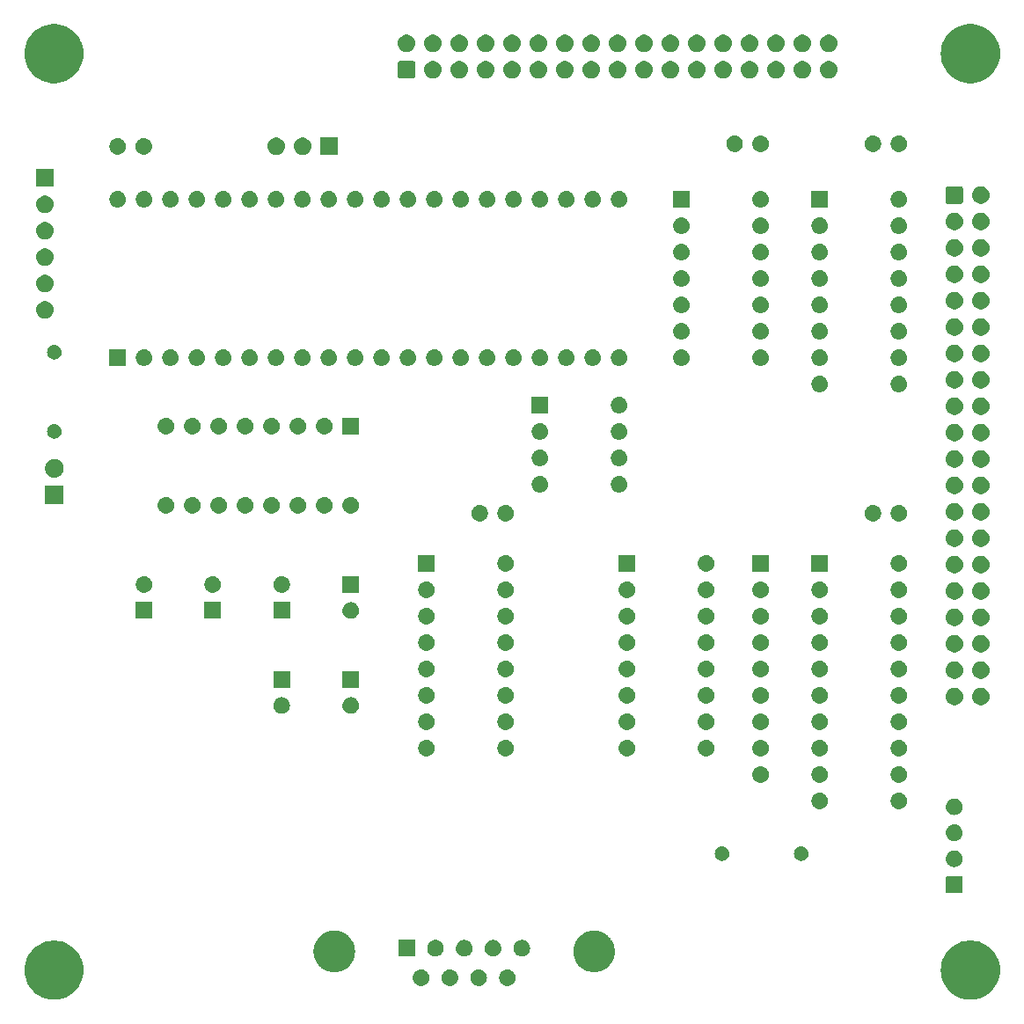
<source format=gbr>
%TF.GenerationSoftware,KiCad,Pcbnew,8.0.4*%
%TF.CreationDate,2024-09-09T16:13:34+02:00*%
%TF.ProjectId,serial_io_board,73657269-616c-45f6-996f-5f626f617264,1.8*%
%TF.SameCoordinates,Original*%
%TF.FileFunction,Soldermask,Top*%
%TF.FilePolarity,Negative*%
%FSLAX46Y46*%
G04 Gerber Fmt 4.6, Leading zero omitted, Abs format (unit mm)*
G04 Created by KiCad (PCBNEW 8.0.4) date 2024-09-09 16:13:34*
%MOMM*%
%LPD*%
G01*
G04 APERTURE LIST*
G04 APERTURE END LIST*
G36*
X29419897Y-114318298D02*
G01*
X29742389Y-114394730D01*
X30053827Y-114508084D01*
X30350000Y-114656828D01*
X30626902Y-114838949D01*
X30880789Y-115051985D01*
X31108227Y-115293055D01*
X31306140Y-115558899D01*
X31471853Y-115845922D01*
X31603124Y-116150243D01*
X31698178Y-116467745D01*
X31755729Y-116794135D01*
X31775000Y-117125000D01*
X31755729Y-117455865D01*
X31698178Y-117782255D01*
X31603124Y-118099757D01*
X31471853Y-118404078D01*
X31306140Y-118691101D01*
X31108227Y-118956945D01*
X30880789Y-119198015D01*
X30626902Y-119411051D01*
X30350000Y-119593172D01*
X30053827Y-119741916D01*
X29742389Y-119855270D01*
X29419897Y-119931702D01*
X29090713Y-119970178D01*
X28759287Y-119970178D01*
X28430103Y-119931702D01*
X28107611Y-119855270D01*
X27796173Y-119741916D01*
X27500000Y-119593172D01*
X27223098Y-119411051D01*
X26969211Y-119198015D01*
X26741773Y-118956945D01*
X26543860Y-118691101D01*
X26378147Y-118404078D01*
X26246876Y-118099757D01*
X26151822Y-117782255D01*
X26094271Y-117455865D01*
X26075000Y-117125000D01*
X26094271Y-116794135D01*
X26151822Y-116467745D01*
X26246876Y-116150243D01*
X26378147Y-115845922D01*
X26543860Y-115558899D01*
X26741773Y-115293055D01*
X26969211Y-115051985D01*
X27223098Y-114838949D01*
X27500000Y-114656828D01*
X27796173Y-114508084D01*
X28107611Y-114394730D01*
X28430103Y-114318298D01*
X28759287Y-114279822D01*
X29090713Y-114279822D01*
X29419897Y-114318298D01*
G37*
G36*
X117619897Y-114318298D02*
G01*
X117942389Y-114394730D01*
X118253827Y-114508084D01*
X118550000Y-114656828D01*
X118826902Y-114838949D01*
X119080789Y-115051985D01*
X119308227Y-115293055D01*
X119506140Y-115558899D01*
X119671853Y-115845922D01*
X119803124Y-116150243D01*
X119898178Y-116467745D01*
X119955729Y-116794135D01*
X119975000Y-117125000D01*
X119955729Y-117455865D01*
X119898178Y-117782255D01*
X119803124Y-118099757D01*
X119671853Y-118404078D01*
X119506140Y-118691101D01*
X119308227Y-118956945D01*
X119080789Y-119198015D01*
X118826902Y-119411051D01*
X118550000Y-119593172D01*
X118253827Y-119741916D01*
X117942389Y-119855270D01*
X117619897Y-119931702D01*
X117290713Y-119970178D01*
X116959287Y-119970178D01*
X116630103Y-119931702D01*
X116307611Y-119855270D01*
X115996173Y-119741916D01*
X115700000Y-119593172D01*
X115423098Y-119411051D01*
X115169211Y-119198015D01*
X114941773Y-118956945D01*
X114743860Y-118691101D01*
X114578147Y-118404078D01*
X114446876Y-118099757D01*
X114351822Y-117782255D01*
X114294271Y-117455865D01*
X114275000Y-117125000D01*
X114294271Y-116794135D01*
X114351822Y-116467745D01*
X114446876Y-116150243D01*
X114578147Y-115845922D01*
X114743860Y-115558899D01*
X114941773Y-115293055D01*
X115169211Y-115051985D01*
X115423098Y-114838949D01*
X115700000Y-114656828D01*
X115996173Y-114508084D01*
X116307611Y-114394730D01*
X116630103Y-114318298D01*
X116959287Y-114279822D01*
X117290713Y-114279822D01*
X117619897Y-114318298D01*
G37*
G36*
X64291367Y-117060661D02*
G01*
X64333593Y-117060661D01*
X64381228Y-117070786D01*
X64428017Y-117076058D01*
X64462039Y-117087962D01*
X64497127Y-117095421D01*
X64547695Y-117117935D01*
X64597107Y-117135225D01*
X64622823Y-117151383D01*
X64649860Y-117163421D01*
X64700275Y-117200050D01*
X64748792Y-117230535D01*
X64766214Y-117247957D01*
X64785117Y-117261691D01*
X64831844Y-117313587D01*
X64875465Y-117357208D01*
X64885499Y-117373177D01*
X64896986Y-117385935D01*
X64936285Y-117454003D01*
X64970775Y-117508893D01*
X64975080Y-117521197D01*
X64980580Y-117530723D01*
X65008740Y-117617392D01*
X65029942Y-117677983D01*
X65030746Y-117685118D01*
X65032244Y-117689729D01*
X65045820Y-117818904D01*
X65050000Y-117856000D01*
X65045819Y-117893098D01*
X65032244Y-118022270D01*
X65030746Y-118026879D01*
X65029942Y-118034017D01*
X65008736Y-118094620D01*
X64980580Y-118181276D01*
X64975081Y-118190799D01*
X64970775Y-118203107D01*
X64936278Y-118258007D01*
X64896986Y-118326064D01*
X64885501Y-118338818D01*
X64875465Y-118354792D01*
X64831835Y-118398421D01*
X64785117Y-118450308D01*
X64766218Y-118464038D01*
X64748792Y-118481465D01*
X64700265Y-118511956D01*
X64649860Y-118548578D01*
X64622829Y-118560612D01*
X64597107Y-118576775D01*
X64547685Y-118594068D01*
X64497127Y-118616578D01*
X64462045Y-118624035D01*
X64428017Y-118635942D01*
X64381225Y-118641214D01*
X64333593Y-118651339D01*
X64291367Y-118651339D01*
X64250000Y-118656000D01*
X64208633Y-118651339D01*
X64166407Y-118651339D01*
X64118774Y-118641214D01*
X64071983Y-118635942D01*
X64037955Y-118624035D01*
X64002872Y-118616578D01*
X63952309Y-118594066D01*
X63902893Y-118576775D01*
X63877173Y-118560614D01*
X63850139Y-118548578D01*
X63799726Y-118511951D01*
X63751208Y-118481465D01*
X63733784Y-118464041D01*
X63714882Y-118450308D01*
X63668154Y-118398411D01*
X63624535Y-118354792D01*
X63614500Y-118338822D01*
X63603013Y-118326064D01*
X63563709Y-118257987D01*
X63529225Y-118203107D01*
X63524919Y-118190803D01*
X63519419Y-118181276D01*
X63491249Y-118094580D01*
X63470058Y-118034017D01*
X63469254Y-118026884D01*
X63467755Y-118022270D01*
X63454165Y-117892966D01*
X63450000Y-117856000D01*
X63454164Y-117819036D01*
X63467755Y-117689729D01*
X63469254Y-117685113D01*
X63470058Y-117677983D01*
X63491245Y-117617432D01*
X63519419Y-117530723D01*
X63524920Y-117521193D01*
X63529225Y-117508893D01*
X63563701Y-117454023D01*
X63603013Y-117385935D01*
X63614502Y-117373174D01*
X63624535Y-117357208D01*
X63668145Y-117313597D01*
X63714882Y-117261691D01*
X63733787Y-117247955D01*
X63751208Y-117230535D01*
X63799721Y-117200052D01*
X63850140Y-117163421D01*
X63877176Y-117151383D01*
X63902893Y-117135225D01*
X63952301Y-117117936D01*
X64002872Y-117095421D01*
X64037961Y-117087962D01*
X64071983Y-117076058D01*
X64118771Y-117070786D01*
X64166407Y-117060661D01*
X64208633Y-117060661D01*
X64250000Y-117056000D01*
X64291367Y-117060661D01*
G37*
G36*
X67061367Y-117060661D02*
G01*
X67103593Y-117060661D01*
X67151228Y-117070786D01*
X67198017Y-117076058D01*
X67232039Y-117087962D01*
X67267127Y-117095421D01*
X67317695Y-117117935D01*
X67367107Y-117135225D01*
X67392823Y-117151383D01*
X67419860Y-117163421D01*
X67470275Y-117200050D01*
X67518792Y-117230535D01*
X67536214Y-117247957D01*
X67555117Y-117261691D01*
X67601844Y-117313587D01*
X67645465Y-117357208D01*
X67655499Y-117373177D01*
X67666986Y-117385935D01*
X67706285Y-117454003D01*
X67740775Y-117508893D01*
X67745080Y-117521197D01*
X67750580Y-117530723D01*
X67778740Y-117617392D01*
X67799942Y-117677983D01*
X67800746Y-117685118D01*
X67802244Y-117689729D01*
X67815820Y-117818904D01*
X67820000Y-117856000D01*
X67815819Y-117893098D01*
X67802244Y-118022270D01*
X67800746Y-118026879D01*
X67799942Y-118034017D01*
X67778736Y-118094620D01*
X67750580Y-118181276D01*
X67745081Y-118190799D01*
X67740775Y-118203107D01*
X67706278Y-118258007D01*
X67666986Y-118326064D01*
X67655501Y-118338818D01*
X67645465Y-118354792D01*
X67601835Y-118398421D01*
X67555117Y-118450308D01*
X67536218Y-118464038D01*
X67518792Y-118481465D01*
X67470265Y-118511956D01*
X67419860Y-118548578D01*
X67392829Y-118560612D01*
X67367107Y-118576775D01*
X67317685Y-118594068D01*
X67267127Y-118616578D01*
X67232045Y-118624035D01*
X67198017Y-118635942D01*
X67151225Y-118641214D01*
X67103593Y-118651339D01*
X67061367Y-118651339D01*
X67020000Y-118656000D01*
X66978633Y-118651339D01*
X66936407Y-118651339D01*
X66888774Y-118641214D01*
X66841983Y-118635942D01*
X66807955Y-118624035D01*
X66772872Y-118616578D01*
X66722309Y-118594066D01*
X66672893Y-118576775D01*
X66647173Y-118560614D01*
X66620139Y-118548578D01*
X66569726Y-118511951D01*
X66521208Y-118481465D01*
X66503784Y-118464041D01*
X66484882Y-118450308D01*
X66438154Y-118398411D01*
X66394535Y-118354792D01*
X66384500Y-118338822D01*
X66373013Y-118326064D01*
X66333709Y-118257987D01*
X66299225Y-118203107D01*
X66294919Y-118190803D01*
X66289419Y-118181276D01*
X66261249Y-118094580D01*
X66240058Y-118034017D01*
X66239254Y-118026884D01*
X66237755Y-118022270D01*
X66224165Y-117892966D01*
X66220000Y-117856000D01*
X66224164Y-117819036D01*
X66237755Y-117689729D01*
X66239254Y-117685113D01*
X66240058Y-117677983D01*
X66261245Y-117617432D01*
X66289419Y-117530723D01*
X66294920Y-117521193D01*
X66299225Y-117508893D01*
X66333701Y-117454023D01*
X66373013Y-117385935D01*
X66384502Y-117373174D01*
X66394535Y-117357208D01*
X66438145Y-117313597D01*
X66484882Y-117261691D01*
X66503787Y-117247955D01*
X66521208Y-117230535D01*
X66569721Y-117200052D01*
X66620140Y-117163421D01*
X66647176Y-117151383D01*
X66672893Y-117135225D01*
X66722301Y-117117936D01*
X66772872Y-117095421D01*
X66807961Y-117087962D01*
X66841983Y-117076058D01*
X66888771Y-117070786D01*
X66936407Y-117060661D01*
X66978633Y-117060661D01*
X67020000Y-117056000D01*
X67061367Y-117060661D01*
G37*
G36*
X69831367Y-117060661D02*
G01*
X69873593Y-117060661D01*
X69921228Y-117070786D01*
X69968017Y-117076058D01*
X70002039Y-117087962D01*
X70037127Y-117095421D01*
X70087695Y-117117935D01*
X70137107Y-117135225D01*
X70162823Y-117151383D01*
X70189860Y-117163421D01*
X70240275Y-117200050D01*
X70288792Y-117230535D01*
X70306214Y-117247957D01*
X70325117Y-117261691D01*
X70371844Y-117313587D01*
X70415465Y-117357208D01*
X70425499Y-117373177D01*
X70436986Y-117385935D01*
X70476285Y-117454003D01*
X70510775Y-117508893D01*
X70515080Y-117521197D01*
X70520580Y-117530723D01*
X70548740Y-117617392D01*
X70569942Y-117677983D01*
X70570746Y-117685118D01*
X70572244Y-117689729D01*
X70585820Y-117818904D01*
X70590000Y-117856000D01*
X70585819Y-117893098D01*
X70572244Y-118022270D01*
X70570746Y-118026879D01*
X70569942Y-118034017D01*
X70548736Y-118094620D01*
X70520580Y-118181276D01*
X70515081Y-118190799D01*
X70510775Y-118203107D01*
X70476278Y-118258007D01*
X70436986Y-118326064D01*
X70425501Y-118338818D01*
X70415465Y-118354792D01*
X70371835Y-118398421D01*
X70325117Y-118450308D01*
X70306218Y-118464038D01*
X70288792Y-118481465D01*
X70240265Y-118511956D01*
X70189860Y-118548578D01*
X70162829Y-118560612D01*
X70137107Y-118576775D01*
X70087685Y-118594068D01*
X70037127Y-118616578D01*
X70002045Y-118624035D01*
X69968017Y-118635942D01*
X69921225Y-118641214D01*
X69873593Y-118651339D01*
X69831367Y-118651339D01*
X69790000Y-118656000D01*
X69748633Y-118651339D01*
X69706407Y-118651339D01*
X69658774Y-118641214D01*
X69611983Y-118635942D01*
X69577955Y-118624035D01*
X69542872Y-118616578D01*
X69492309Y-118594066D01*
X69442893Y-118576775D01*
X69417173Y-118560614D01*
X69390139Y-118548578D01*
X69339726Y-118511951D01*
X69291208Y-118481465D01*
X69273784Y-118464041D01*
X69254882Y-118450308D01*
X69208154Y-118398411D01*
X69164535Y-118354792D01*
X69154500Y-118338822D01*
X69143013Y-118326064D01*
X69103709Y-118257987D01*
X69069225Y-118203107D01*
X69064919Y-118190803D01*
X69059419Y-118181276D01*
X69031249Y-118094580D01*
X69010058Y-118034017D01*
X69009254Y-118026884D01*
X69007755Y-118022270D01*
X68994165Y-117892966D01*
X68990000Y-117856000D01*
X68994164Y-117819036D01*
X69007755Y-117689729D01*
X69009254Y-117685113D01*
X69010058Y-117677983D01*
X69031245Y-117617432D01*
X69059419Y-117530723D01*
X69064920Y-117521193D01*
X69069225Y-117508893D01*
X69103701Y-117454023D01*
X69143013Y-117385935D01*
X69154502Y-117373174D01*
X69164535Y-117357208D01*
X69208145Y-117313597D01*
X69254882Y-117261691D01*
X69273787Y-117247955D01*
X69291208Y-117230535D01*
X69339721Y-117200052D01*
X69390140Y-117163421D01*
X69417176Y-117151383D01*
X69442893Y-117135225D01*
X69492301Y-117117936D01*
X69542872Y-117095421D01*
X69577961Y-117087962D01*
X69611983Y-117076058D01*
X69658771Y-117070786D01*
X69706407Y-117060661D01*
X69748633Y-117060661D01*
X69790000Y-117056000D01*
X69831367Y-117060661D01*
G37*
G36*
X72601367Y-117060661D02*
G01*
X72643593Y-117060661D01*
X72691228Y-117070786D01*
X72738017Y-117076058D01*
X72772039Y-117087962D01*
X72807127Y-117095421D01*
X72857695Y-117117935D01*
X72907107Y-117135225D01*
X72932823Y-117151383D01*
X72959860Y-117163421D01*
X73010275Y-117200050D01*
X73058792Y-117230535D01*
X73076214Y-117247957D01*
X73095117Y-117261691D01*
X73141844Y-117313587D01*
X73185465Y-117357208D01*
X73195499Y-117373177D01*
X73206986Y-117385935D01*
X73246285Y-117454003D01*
X73280775Y-117508893D01*
X73285080Y-117521197D01*
X73290580Y-117530723D01*
X73318740Y-117617392D01*
X73339942Y-117677983D01*
X73340746Y-117685118D01*
X73342244Y-117689729D01*
X73355820Y-117818904D01*
X73360000Y-117856000D01*
X73355819Y-117893098D01*
X73342244Y-118022270D01*
X73340746Y-118026879D01*
X73339942Y-118034017D01*
X73318736Y-118094620D01*
X73290580Y-118181276D01*
X73285081Y-118190799D01*
X73280775Y-118203107D01*
X73246278Y-118258007D01*
X73206986Y-118326064D01*
X73195501Y-118338818D01*
X73185465Y-118354792D01*
X73141835Y-118398421D01*
X73095117Y-118450308D01*
X73076218Y-118464038D01*
X73058792Y-118481465D01*
X73010265Y-118511956D01*
X72959860Y-118548578D01*
X72932829Y-118560612D01*
X72907107Y-118576775D01*
X72857685Y-118594068D01*
X72807127Y-118616578D01*
X72772045Y-118624035D01*
X72738017Y-118635942D01*
X72691225Y-118641214D01*
X72643593Y-118651339D01*
X72601367Y-118651339D01*
X72560000Y-118656000D01*
X72518633Y-118651339D01*
X72476407Y-118651339D01*
X72428774Y-118641214D01*
X72381983Y-118635942D01*
X72347955Y-118624035D01*
X72312872Y-118616578D01*
X72262309Y-118594066D01*
X72212893Y-118576775D01*
X72187173Y-118560614D01*
X72160139Y-118548578D01*
X72109726Y-118511951D01*
X72061208Y-118481465D01*
X72043784Y-118464041D01*
X72024882Y-118450308D01*
X71978154Y-118398411D01*
X71934535Y-118354792D01*
X71924500Y-118338822D01*
X71913013Y-118326064D01*
X71873709Y-118257987D01*
X71839225Y-118203107D01*
X71834919Y-118190803D01*
X71829419Y-118181276D01*
X71801249Y-118094580D01*
X71780058Y-118034017D01*
X71779254Y-118026884D01*
X71777755Y-118022270D01*
X71764165Y-117892966D01*
X71760000Y-117856000D01*
X71764164Y-117819036D01*
X71777755Y-117689729D01*
X71779254Y-117685113D01*
X71780058Y-117677983D01*
X71801245Y-117617432D01*
X71829419Y-117530723D01*
X71834920Y-117521193D01*
X71839225Y-117508893D01*
X71873701Y-117454023D01*
X71913013Y-117385935D01*
X71924502Y-117373174D01*
X71934535Y-117357208D01*
X71978145Y-117313597D01*
X72024882Y-117261691D01*
X72043787Y-117247955D01*
X72061208Y-117230535D01*
X72109721Y-117200052D01*
X72160140Y-117163421D01*
X72187176Y-117151383D01*
X72212893Y-117135225D01*
X72262301Y-117117936D01*
X72312872Y-117095421D01*
X72347961Y-117087962D01*
X72381983Y-117076058D01*
X72428771Y-117070786D01*
X72476407Y-117060661D01*
X72518633Y-117060661D01*
X72560000Y-117056000D01*
X72601367Y-117060661D01*
G37*
G36*
X55971848Y-113320781D02*
G01*
X56041475Y-113320781D01*
X56117014Y-113331163D01*
X56189630Y-113336357D01*
X56249398Y-113349358D01*
X56311890Y-113357948D01*
X56391784Y-113380333D01*
X56468465Y-113397014D01*
X56520231Y-113416321D01*
X56574721Y-113431589D01*
X56657096Y-113467369D01*
X56735830Y-113496736D01*
X56779106Y-113520366D01*
X56825071Y-113540332D01*
X56907766Y-113590620D01*
X56986282Y-113633493D01*
X57020975Y-113659464D01*
X57058292Y-113682157D01*
X57138982Y-113747803D01*
X57214721Y-113804501D01*
X57241112Y-113830892D01*
X57270023Y-113854413D01*
X57346219Y-113935999D01*
X57416499Y-114006279D01*
X57435251Y-114031329D01*
X57456331Y-114053900D01*
X57525455Y-114151827D01*
X57587507Y-114234718D01*
X57599603Y-114256871D01*
X57613735Y-114276891D01*
X57673201Y-114391656D01*
X57724264Y-114485170D01*
X57730962Y-114503129D01*
X57739313Y-114519245D01*
X57786619Y-114652351D01*
X57823986Y-114752535D01*
X57826764Y-114765308D01*
X57830722Y-114776443D01*
X57863485Y-114934108D01*
X57884643Y-115031370D01*
X57885139Y-115038318D01*
X57886253Y-115043675D01*
X57902250Y-115277551D01*
X57905000Y-115316000D01*
X57902249Y-115354451D01*
X57886253Y-115588324D01*
X57885140Y-115593679D01*
X57884643Y-115600630D01*
X57863480Y-115697912D01*
X57830722Y-115855556D01*
X57826765Y-115866689D01*
X57823986Y-115879465D01*
X57786611Y-115979668D01*
X57739313Y-116112754D01*
X57730963Y-116128867D01*
X57724264Y-116146830D01*
X57673191Y-116240361D01*
X57613735Y-116355108D01*
X57599606Y-116375124D01*
X57587507Y-116397282D01*
X57525443Y-116480189D01*
X57456331Y-116578099D01*
X57435255Y-116600665D01*
X57416499Y-116625721D01*
X57346205Y-116696014D01*
X57270023Y-116777586D01*
X57241118Y-116801101D01*
X57214721Y-116827499D01*
X57138967Y-116884207D01*
X57058292Y-116949842D01*
X57020982Y-116972530D01*
X56986282Y-116998507D01*
X56907750Y-117041388D01*
X56825071Y-117091667D01*
X56779114Y-117111628D01*
X56735830Y-117135264D01*
X56657079Y-117164636D01*
X56574721Y-117200410D01*
X56520242Y-117215674D01*
X56468465Y-117234986D01*
X56391768Y-117251670D01*
X56311890Y-117274051D01*
X56249408Y-117282638D01*
X56189630Y-117295643D01*
X56117010Y-117300836D01*
X56041475Y-117311219D01*
X55971848Y-117311219D01*
X55905000Y-117316000D01*
X55838152Y-117311219D01*
X55768525Y-117311219D01*
X55692989Y-117300836D01*
X55620370Y-117295643D01*
X55560592Y-117282639D01*
X55498109Y-117274051D01*
X55418227Y-117251669D01*
X55341535Y-117234986D01*
X55289760Y-117215675D01*
X55235278Y-117200410D01*
X55152913Y-117164633D01*
X55074170Y-117135264D01*
X55030888Y-117111630D01*
X54984928Y-117091667D01*
X54902239Y-117041382D01*
X54823718Y-116998507D01*
X54789021Y-116972533D01*
X54751707Y-116949842D01*
X54671020Y-116884198D01*
X54595279Y-116827499D01*
X54568886Y-116801106D01*
X54539976Y-116777586D01*
X54463779Y-116695999D01*
X54393501Y-116625721D01*
X54374748Y-116600670D01*
X54353668Y-116578099D01*
X54284539Y-116480166D01*
X54222493Y-116397282D01*
X54210397Y-116375130D01*
X54196264Y-116355108D01*
X54136788Y-116240326D01*
X54085736Y-116146830D01*
X54079038Y-116128874D01*
X54070686Y-116112754D01*
X54023366Y-115979611D01*
X53986014Y-115879465D01*
X53983236Y-115866696D01*
X53979277Y-115855556D01*
X53946497Y-115697809D01*
X53925357Y-115600630D01*
X53924860Y-115593686D01*
X53923746Y-115588324D01*
X53907727Y-115354131D01*
X53905000Y-115316000D01*
X53907726Y-115277871D01*
X53923746Y-115043675D01*
X53924860Y-115038311D01*
X53925357Y-115031370D01*
X53946492Y-114934211D01*
X53979277Y-114776443D01*
X53983236Y-114765300D01*
X53986014Y-114752535D01*
X54023359Y-114652408D01*
X54070686Y-114519245D01*
X54079040Y-114503122D01*
X54085736Y-114485170D01*
X54136778Y-114391692D01*
X54196264Y-114276891D01*
X54210399Y-114256865D01*
X54222493Y-114234718D01*
X54284527Y-114151850D01*
X54353668Y-114053900D01*
X54374752Y-114031324D01*
X54393501Y-114006279D01*
X54463764Y-113936015D01*
X54539976Y-113854413D01*
X54568891Y-113830888D01*
X54595279Y-113804501D01*
X54671004Y-113747813D01*
X54751707Y-113682157D01*
X54789029Y-113659460D01*
X54823718Y-113633493D01*
X54902223Y-113590625D01*
X54984928Y-113540332D01*
X55030897Y-113520364D01*
X55074170Y-113496736D01*
X55152896Y-113467372D01*
X55235278Y-113431589D01*
X55289771Y-113416320D01*
X55341535Y-113397014D01*
X55418211Y-113380334D01*
X55498109Y-113357948D01*
X55560602Y-113349358D01*
X55620370Y-113336357D01*
X55692984Y-113331163D01*
X55768525Y-113320781D01*
X55838152Y-113320781D01*
X55905000Y-113316000D01*
X55971848Y-113320781D01*
G37*
G36*
X80971848Y-113320781D02*
G01*
X81041475Y-113320781D01*
X81117014Y-113331163D01*
X81189630Y-113336357D01*
X81249398Y-113349358D01*
X81311890Y-113357948D01*
X81391784Y-113380333D01*
X81468465Y-113397014D01*
X81520231Y-113416321D01*
X81574721Y-113431589D01*
X81657096Y-113467369D01*
X81735830Y-113496736D01*
X81779106Y-113520366D01*
X81825071Y-113540332D01*
X81907766Y-113590620D01*
X81986282Y-113633493D01*
X82020975Y-113659464D01*
X82058292Y-113682157D01*
X82138982Y-113747803D01*
X82214721Y-113804501D01*
X82241112Y-113830892D01*
X82270023Y-113854413D01*
X82346219Y-113935999D01*
X82416499Y-114006279D01*
X82435251Y-114031329D01*
X82456331Y-114053900D01*
X82525455Y-114151827D01*
X82587507Y-114234718D01*
X82599603Y-114256871D01*
X82613735Y-114276891D01*
X82673201Y-114391656D01*
X82724264Y-114485170D01*
X82730962Y-114503129D01*
X82739313Y-114519245D01*
X82786619Y-114652351D01*
X82823986Y-114752535D01*
X82826764Y-114765308D01*
X82830722Y-114776443D01*
X82863485Y-114934108D01*
X82884643Y-115031370D01*
X82885139Y-115038318D01*
X82886253Y-115043675D01*
X82902250Y-115277551D01*
X82905000Y-115316000D01*
X82902249Y-115354451D01*
X82886253Y-115588324D01*
X82885140Y-115593679D01*
X82884643Y-115600630D01*
X82863480Y-115697912D01*
X82830722Y-115855556D01*
X82826765Y-115866689D01*
X82823986Y-115879465D01*
X82786611Y-115979668D01*
X82739313Y-116112754D01*
X82730963Y-116128867D01*
X82724264Y-116146830D01*
X82673191Y-116240361D01*
X82613735Y-116355108D01*
X82599606Y-116375124D01*
X82587507Y-116397282D01*
X82525443Y-116480189D01*
X82456331Y-116578099D01*
X82435255Y-116600665D01*
X82416499Y-116625721D01*
X82346205Y-116696014D01*
X82270023Y-116777586D01*
X82241118Y-116801101D01*
X82214721Y-116827499D01*
X82138967Y-116884207D01*
X82058292Y-116949842D01*
X82020982Y-116972530D01*
X81986282Y-116998507D01*
X81907750Y-117041388D01*
X81825071Y-117091667D01*
X81779114Y-117111628D01*
X81735830Y-117135264D01*
X81657079Y-117164636D01*
X81574721Y-117200410D01*
X81520242Y-117215674D01*
X81468465Y-117234986D01*
X81391768Y-117251670D01*
X81311890Y-117274051D01*
X81249408Y-117282638D01*
X81189630Y-117295643D01*
X81117010Y-117300836D01*
X81041475Y-117311219D01*
X80971848Y-117311219D01*
X80905000Y-117316000D01*
X80838152Y-117311219D01*
X80768525Y-117311219D01*
X80692989Y-117300836D01*
X80620370Y-117295643D01*
X80560592Y-117282639D01*
X80498109Y-117274051D01*
X80418227Y-117251669D01*
X80341535Y-117234986D01*
X80289760Y-117215675D01*
X80235278Y-117200410D01*
X80152913Y-117164633D01*
X80074170Y-117135264D01*
X80030888Y-117111630D01*
X79984928Y-117091667D01*
X79902239Y-117041382D01*
X79823718Y-116998507D01*
X79789021Y-116972533D01*
X79751707Y-116949842D01*
X79671020Y-116884198D01*
X79595279Y-116827499D01*
X79568886Y-116801106D01*
X79539976Y-116777586D01*
X79463779Y-116695999D01*
X79393501Y-116625721D01*
X79374748Y-116600670D01*
X79353668Y-116578099D01*
X79284539Y-116480166D01*
X79222493Y-116397282D01*
X79210397Y-116375130D01*
X79196264Y-116355108D01*
X79136788Y-116240326D01*
X79085736Y-116146830D01*
X79079038Y-116128874D01*
X79070686Y-116112754D01*
X79023366Y-115979611D01*
X78986014Y-115879465D01*
X78983236Y-115866696D01*
X78979277Y-115855556D01*
X78946497Y-115697809D01*
X78925357Y-115600630D01*
X78924860Y-115593686D01*
X78923746Y-115588324D01*
X78907727Y-115354131D01*
X78905000Y-115316000D01*
X78907726Y-115277871D01*
X78923746Y-115043675D01*
X78924860Y-115038311D01*
X78925357Y-115031370D01*
X78946492Y-114934211D01*
X78979277Y-114776443D01*
X78983236Y-114765300D01*
X78986014Y-114752535D01*
X79023359Y-114652408D01*
X79070686Y-114519245D01*
X79079040Y-114503122D01*
X79085736Y-114485170D01*
X79136778Y-114391692D01*
X79196264Y-114276891D01*
X79210399Y-114256865D01*
X79222493Y-114234718D01*
X79284527Y-114151850D01*
X79353668Y-114053900D01*
X79374752Y-114031324D01*
X79393501Y-114006279D01*
X79463764Y-113936015D01*
X79539976Y-113854413D01*
X79568891Y-113830888D01*
X79595279Y-113804501D01*
X79671004Y-113747813D01*
X79751707Y-113682157D01*
X79789029Y-113659460D01*
X79823718Y-113633493D01*
X79902223Y-113590625D01*
X79984928Y-113540332D01*
X80030897Y-113520364D01*
X80074170Y-113496736D01*
X80152896Y-113467372D01*
X80235278Y-113431589D01*
X80289771Y-113416320D01*
X80341535Y-113397014D01*
X80418211Y-113380334D01*
X80498109Y-113357948D01*
X80560602Y-113349358D01*
X80620370Y-113336357D01*
X80692984Y-113331163D01*
X80768525Y-113320781D01*
X80838152Y-113320781D01*
X80905000Y-113316000D01*
X80971848Y-113320781D01*
G37*
G36*
X63665000Y-115816000D02*
G01*
X62065000Y-115816000D01*
X62065000Y-114216000D01*
X63665000Y-114216000D01*
X63665000Y-115816000D01*
G37*
G36*
X65676367Y-114220661D02*
G01*
X65718593Y-114220661D01*
X65766228Y-114230786D01*
X65813017Y-114236058D01*
X65847039Y-114247962D01*
X65882127Y-114255421D01*
X65932695Y-114277935D01*
X65982107Y-114295225D01*
X66007823Y-114311383D01*
X66034860Y-114323421D01*
X66085275Y-114360050D01*
X66133792Y-114390535D01*
X66151214Y-114407957D01*
X66170117Y-114421691D01*
X66216844Y-114473587D01*
X66260465Y-114517208D01*
X66270499Y-114533177D01*
X66281986Y-114545935D01*
X66321285Y-114614003D01*
X66355775Y-114668893D01*
X66360080Y-114681197D01*
X66365580Y-114690723D01*
X66393740Y-114777392D01*
X66414942Y-114837983D01*
X66415746Y-114845118D01*
X66417244Y-114849729D01*
X66430820Y-114978904D01*
X66435000Y-115016000D01*
X66430819Y-115053098D01*
X66417244Y-115182270D01*
X66415746Y-115186879D01*
X66414942Y-115194017D01*
X66393736Y-115254620D01*
X66365580Y-115341276D01*
X66360081Y-115350799D01*
X66355775Y-115363107D01*
X66321278Y-115418007D01*
X66281986Y-115486064D01*
X66270501Y-115498818D01*
X66260465Y-115514792D01*
X66216835Y-115558421D01*
X66170117Y-115610308D01*
X66151218Y-115624038D01*
X66133792Y-115641465D01*
X66085265Y-115671956D01*
X66034860Y-115708578D01*
X66007829Y-115720612D01*
X65982107Y-115736775D01*
X65932685Y-115754068D01*
X65882127Y-115776578D01*
X65847045Y-115784035D01*
X65813017Y-115795942D01*
X65766225Y-115801214D01*
X65718593Y-115811339D01*
X65676367Y-115811339D01*
X65635000Y-115816000D01*
X65593633Y-115811339D01*
X65551407Y-115811339D01*
X65503774Y-115801214D01*
X65456983Y-115795942D01*
X65422955Y-115784035D01*
X65387872Y-115776578D01*
X65337309Y-115754066D01*
X65287893Y-115736775D01*
X65262173Y-115720614D01*
X65235139Y-115708578D01*
X65184726Y-115671951D01*
X65136208Y-115641465D01*
X65118784Y-115624041D01*
X65099882Y-115610308D01*
X65053154Y-115558411D01*
X65009535Y-115514792D01*
X64999500Y-115498822D01*
X64988013Y-115486064D01*
X64948709Y-115417987D01*
X64914225Y-115363107D01*
X64909919Y-115350803D01*
X64904419Y-115341276D01*
X64876249Y-115254580D01*
X64855058Y-115194017D01*
X64854254Y-115186884D01*
X64852755Y-115182270D01*
X64839165Y-115052966D01*
X64835000Y-115016000D01*
X64839164Y-114979036D01*
X64852755Y-114849729D01*
X64854254Y-114845113D01*
X64855058Y-114837983D01*
X64876245Y-114777432D01*
X64904419Y-114690723D01*
X64909920Y-114681193D01*
X64914225Y-114668893D01*
X64948701Y-114614023D01*
X64988013Y-114545935D01*
X64999502Y-114533174D01*
X65009535Y-114517208D01*
X65053145Y-114473597D01*
X65099882Y-114421691D01*
X65118787Y-114407955D01*
X65136208Y-114390535D01*
X65184721Y-114360052D01*
X65235140Y-114323421D01*
X65262176Y-114311383D01*
X65287893Y-114295225D01*
X65337301Y-114277936D01*
X65387872Y-114255421D01*
X65422961Y-114247962D01*
X65456983Y-114236058D01*
X65503771Y-114230786D01*
X65551407Y-114220661D01*
X65593633Y-114220661D01*
X65635000Y-114216000D01*
X65676367Y-114220661D01*
G37*
G36*
X68446367Y-114220661D02*
G01*
X68488593Y-114220661D01*
X68536228Y-114230786D01*
X68583017Y-114236058D01*
X68617039Y-114247962D01*
X68652127Y-114255421D01*
X68702695Y-114277935D01*
X68752107Y-114295225D01*
X68777823Y-114311383D01*
X68804860Y-114323421D01*
X68855275Y-114360050D01*
X68903792Y-114390535D01*
X68921214Y-114407957D01*
X68940117Y-114421691D01*
X68986844Y-114473587D01*
X69030465Y-114517208D01*
X69040499Y-114533177D01*
X69051986Y-114545935D01*
X69091285Y-114614003D01*
X69125775Y-114668893D01*
X69130080Y-114681197D01*
X69135580Y-114690723D01*
X69163740Y-114777392D01*
X69184942Y-114837983D01*
X69185746Y-114845118D01*
X69187244Y-114849729D01*
X69200820Y-114978904D01*
X69205000Y-115016000D01*
X69200819Y-115053098D01*
X69187244Y-115182270D01*
X69185746Y-115186879D01*
X69184942Y-115194017D01*
X69163736Y-115254620D01*
X69135580Y-115341276D01*
X69130081Y-115350799D01*
X69125775Y-115363107D01*
X69091278Y-115418007D01*
X69051986Y-115486064D01*
X69040501Y-115498818D01*
X69030465Y-115514792D01*
X68986835Y-115558421D01*
X68940117Y-115610308D01*
X68921218Y-115624038D01*
X68903792Y-115641465D01*
X68855265Y-115671956D01*
X68804860Y-115708578D01*
X68777829Y-115720612D01*
X68752107Y-115736775D01*
X68702685Y-115754068D01*
X68652127Y-115776578D01*
X68617045Y-115784035D01*
X68583017Y-115795942D01*
X68536225Y-115801214D01*
X68488593Y-115811339D01*
X68446367Y-115811339D01*
X68405000Y-115816000D01*
X68363633Y-115811339D01*
X68321407Y-115811339D01*
X68273774Y-115801214D01*
X68226983Y-115795942D01*
X68192955Y-115784035D01*
X68157872Y-115776578D01*
X68107309Y-115754066D01*
X68057893Y-115736775D01*
X68032173Y-115720614D01*
X68005139Y-115708578D01*
X67954726Y-115671951D01*
X67906208Y-115641465D01*
X67888784Y-115624041D01*
X67869882Y-115610308D01*
X67823154Y-115558411D01*
X67779535Y-115514792D01*
X67769500Y-115498822D01*
X67758013Y-115486064D01*
X67718709Y-115417987D01*
X67684225Y-115363107D01*
X67679919Y-115350803D01*
X67674419Y-115341276D01*
X67646249Y-115254580D01*
X67625058Y-115194017D01*
X67624254Y-115186884D01*
X67622755Y-115182270D01*
X67609165Y-115052966D01*
X67605000Y-115016000D01*
X67609164Y-114979036D01*
X67622755Y-114849729D01*
X67624254Y-114845113D01*
X67625058Y-114837983D01*
X67646245Y-114777432D01*
X67674419Y-114690723D01*
X67679920Y-114681193D01*
X67684225Y-114668893D01*
X67718701Y-114614023D01*
X67758013Y-114545935D01*
X67769502Y-114533174D01*
X67779535Y-114517208D01*
X67823145Y-114473597D01*
X67869882Y-114421691D01*
X67888787Y-114407955D01*
X67906208Y-114390535D01*
X67954721Y-114360052D01*
X68005140Y-114323421D01*
X68032176Y-114311383D01*
X68057893Y-114295225D01*
X68107301Y-114277936D01*
X68157872Y-114255421D01*
X68192961Y-114247962D01*
X68226983Y-114236058D01*
X68273771Y-114230786D01*
X68321407Y-114220661D01*
X68363633Y-114220661D01*
X68405000Y-114216000D01*
X68446367Y-114220661D01*
G37*
G36*
X71216367Y-114220661D02*
G01*
X71258593Y-114220661D01*
X71306228Y-114230786D01*
X71353017Y-114236058D01*
X71387039Y-114247962D01*
X71422127Y-114255421D01*
X71472695Y-114277935D01*
X71522107Y-114295225D01*
X71547823Y-114311383D01*
X71574860Y-114323421D01*
X71625275Y-114360050D01*
X71673792Y-114390535D01*
X71691214Y-114407957D01*
X71710117Y-114421691D01*
X71756844Y-114473587D01*
X71800465Y-114517208D01*
X71810499Y-114533177D01*
X71821986Y-114545935D01*
X71861285Y-114614003D01*
X71895775Y-114668893D01*
X71900080Y-114681197D01*
X71905580Y-114690723D01*
X71933740Y-114777392D01*
X71954942Y-114837983D01*
X71955746Y-114845118D01*
X71957244Y-114849729D01*
X71970820Y-114978904D01*
X71975000Y-115016000D01*
X71970819Y-115053098D01*
X71957244Y-115182270D01*
X71955746Y-115186879D01*
X71954942Y-115194017D01*
X71933736Y-115254620D01*
X71905580Y-115341276D01*
X71900081Y-115350799D01*
X71895775Y-115363107D01*
X71861278Y-115418007D01*
X71821986Y-115486064D01*
X71810501Y-115498818D01*
X71800465Y-115514792D01*
X71756835Y-115558421D01*
X71710117Y-115610308D01*
X71691218Y-115624038D01*
X71673792Y-115641465D01*
X71625265Y-115671956D01*
X71574860Y-115708578D01*
X71547829Y-115720612D01*
X71522107Y-115736775D01*
X71472685Y-115754068D01*
X71422127Y-115776578D01*
X71387045Y-115784035D01*
X71353017Y-115795942D01*
X71306225Y-115801214D01*
X71258593Y-115811339D01*
X71216367Y-115811339D01*
X71175000Y-115816000D01*
X71133633Y-115811339D01*
X71091407Y-115811339D01*
X71043774Y-115801214D01*
X70996983Y-115795942D01*
X70962955Y-115784035D01*
X70927872Y-115776578D01*
X70877309Y-115754066D01*
X70827893Y-115736775D01*
X70802173Y-115720614D01*
X70775139Y-115708578D01*
X70724726Y-115671951D01*
X70676208Y-115641465D01*
X70658784Y-115624041D01*
X70639882Y-115610308D01*
X70593154Y-115558411D01*
X70549535Y-115514792D01*
X70539500Y-115498822D01*
X70528013Y-115486064D01*
X70488709Y-115417987D01*
X70454225Y-115363107D01*
X70449919Y-115350803D01*
X70444419Y-115341276D01*
X70416249Y-115254580D01*
X70395058Y-115194017D01*
X70394254Y-115186884D01*
X70392755Y-115182270D01*
X70379165Y-115052966D01*
X70375000Y-115016000D01*
X70379164Y-114979036D01*
X70392755Y-114849729D01*
X70394254Y-114845113D01*
X70395058Y-114837983D01*
X70416245Y-114777432D01*
X70444419Y-114690723D01*
X70449920Y-114681193D01*
X70454225Y-114668893D01*
X70488701Y-114614023D01*
X70528013Y-114545935D01*
X70539502Y-114533174D01*
X70549535Y-114517208D01*
X70593145Y-114473597D01*
X70639882Y-114421691D01*
X70658787Y-114407955D01*
X70676208Y-114390535D01*
X70724721Y-114360052D01*
X70775140Y-114323421D01*
X70802176Y-114311383D01*
X70827893Y-114295225D01*
X70877301Y-114277936D01*
X70927872Y-114255421D01*
X70962961Y-114247962D01*
X70996983Y-114236058D01*
X71043771Y-114230786D01*
X71091407Y-114220661D01*
X71133633Y-114220661D01*
X71175000Y-114216000D01*
X71216367Y-114220661D01*
G37*
G36*
X73986367Y-114220661D02*
G01*
X74028593Y-114220661D01*
X74076228Y-114230786D01*
X74123017Y-114236058D01*
X74157039Y-114247962D01*
X74192127Y-114255421D01*
X74242695Y-114277935D01*
X74292107Y-114295225D01*
X74317823Y-114311383D01*
X74344860Y-114323421D01*
X74395275Y-114360050D01*
X74443792Y-114390535D01*
X74461214Y-114407957D01*
X74480117Y-114421691D01*
X74526844Y-114473587D01*
X74570465Y-114517208D01*
X74580499Y-114533177D01*
X74591986Y-114545935D01*
X74631285Y-114614003D01*
X74665775Y-114668893D01*
X74670080Y-114681197D01*
X74675580Y-114690723D01*
X74703740Y-114777392D01*
X74724942Y-114837983D01*
X74725746Y-114845118D01*
X74727244Y-114849729D01*
X74740820Y-114978904D01*
X74745000Y-115016000D01*
X74740819Y-115053098D01*
X74727244Y-115182270D01*
X74725746Y-115186879D01*
X74724942Y-115194017D01*
X74703736Y-115254620D01*
X74675580Y-115341276D01*
X74670081Y-115350799D01*
X74665775Y-115363107D01*
X74631278Y-115418007D01*
X74591986Y-115486064D01*
X74580501Y-115498818D01*
X74570465Y-115514792D01*
X74526835Y-115558421D01*
X74480117Y-115610308D01*
X74461218Y-115624038D01*
X74443792Y-115641465D01*
X74395265Y-115671956D01*
X74344860Y-115708578D01*
X74317829Y-115720612D01*
X74292107Y-115736775D01*
X74242685Y-115754068D01*
X74192127Y-115776578D01*
X74157045Y-115784035D01*
X74123017Y-115795942D01*
X74076225Y-115801214D01*
X74028593Y-115811339D01*
X73986367Y-115811339D01*
X73945000Y-115816000D01*
X73903633Y-115811339D01*
X73861407Y-115811339D01*
X73813774Y-115801214D01*
X73766983Y-115795942D01*
X73732955Y-115784035D01*
X73697872Y-115776578D01*
X73647309Y-115754066D01*
X73597893Y-115736775D01*
X73572173Y-115720614D01*
X73545139Y-115708578D01*
X73494726Y-115671951D01*
X73446208Y-115641465D01*
X73428784Y-115624041D01*
X73409882Y-115610308D01*
X73363154Y-115558411D01*
X73319535Y-115514792D01*
X73309500Y-115498822D01*
X73298013Y-115486064D01*
X73258709Y-115417987D01*
X73224225Y-115363107D01*
X73219919Y-115350803D01*
X73214419Y-115341276D01*
X73186249Y-115254580D01*
X73165058Y-115194017D01*
X73164254Y-115186884D01*
X73162755Y-115182270D01*
X73149165Y-115052966D01*
X73145000Y-115016000D01*
X73149164Y-114979036D01*
X73162755Y-114849729D01*
X73164254Y-114845113D01*
X73165058Y-114837983D01*
X73186245Y-114777432D01*
X73214419Y-114690723D01*
X73219920Y-114681193D01*
X73224225Y-114668893D01*
X73258701Y-114614023D01*
X73298013Y-114545935D01*
X73309502Y-114533174D01*
X73319535Y-114517208D01*
X73363145Y-114473597D01*
X73409882Y-114421691D01*
X73428787Y-114407955D01*
X73446208Y-114390535D01*
X73494721Y-114360052D01*
X73545140Y-114323421D01*
X73572176Y-114311383D01*
X73597893Y-114295225D01*
X73647301Y-114277936D01*
X73697872Y-114255421D01*
X73732961Y-114247962D01*
X73766983Y-114236058D01*
X73813771Y-114230786D01*
X73861407Y-114220661D01*
X73903633Y-114220661D01*
X73945000Y-114216000D01*
X73986367Y-114220661D01*
G37*
G36*
X116313034Y-108107764D02*
G01*
X116346125Y-108129875D01*
X116368236Y-108162966D01*
X116376000Y-108202000D01*
X116376000Y-109610000D01*
X116368236Y-109649034D01*
X116346125Y-109682125D01*
X116313034Y-109704236D01*
X116274000Y-109712000D01*
X114866000Y-109712000D01*
X114826966Y-109704236D01*
X114793875Y-109682125D01*
X114771764Y-109649034D01*
X114764000Y-109610000D01*
X114764000Y-108202000D01*
X114771764Y-108162966D01*
X114793875Y-108129875D01*
X114826966Y-108107764D01*
X114866000Y-108100000D01*
X116274000Y-108100000D01*
X116313034Y-108107764D01*
G37*
G36*
X115611661Y-105604694D02*
G01*
X115654220Y-105604694D01*
X115702228Y-105614898D01*
X115749352Y-105620208D01*
X115783617Y-105632198D01*
X115818982Y-105639715D01*
X115869950Y-105662407D01*
X115919710Y-105679819D01*
X115945608Y-105696091D01*
X115972860Y-105708225D01*
X116023676Y-105745145D01*
X116072533Y-105775844D01*
X116090078Y-105793389D01*
X116109131Y-105807232D01*
X116156232Y-105859543D01*
X116200156Y-105903467D01*
X116210259Y-105919546D01*
X116221840Y-105932408D01*
X116261463Y-106001036D01*
X116296181Y-106056290D01*
X116300515Y-106068676D01*
X116306061Y-106078282D01*
X116334459Y-106165684D01*
X116355792Y-106226648D01*
X116356600Y-106233827D01*
X116358113Y-106238481D01*
X116371819Y-106368898D01*
X116376000Y-106406000D01*
X116371819Y-106443104D01*
X116358113Y-106573518D01*
X116356601Y-106578171D01*
X116355792Y-106585352D01*
X116334455Y-106646328D01*
X116306061Y-106733717D01*
X116300516Y-106743320D01*
X116296181Y-106755710D01*
X116261456Y-106810974D01*
X116221840Y-106879591D01*
X116210261Y-106892450D01*
X116200156Y-106908533D01*
X116156223Y-106952465D01*
X116109131Y-107004767D01*
X116090082Y-107018606D01*
X116072533Y-107036156D01*
X116023666Y-107066861D01*
X115972860Y-107103774D01*
X115945613Y-107115904D01*
X115919710Y-107132181D01*
X115869940Y-107149596D01*
X115818982Y-107172284D01*
X115783623Y-107179799D01*
X115749352Y-107191792D01*
X115702225Y-107197101D01*
X115654220Y-107207306D01*
X115611661Y-107207306D01*
X115570000Y-107212000D01*
X115528339Y-107207306D01*
X115485780Y-107207306D01*
X115437773Y-107197101D01*
X115390648Y-107191792D01*
X115356377Y-107179800D01*
X115321017Y-107172284D01*
X115270055Y-107149594D01*
X115220290Y-107132181D01*
X115194388Y-107115906D01*
X115167139Y-107103774D01*
X115116326Y-107066856D01*
X115067467Y-107036156D01*
X115049920Y-107018609D01*
X115030868Y-107004767D01*
X114983766Y-106952455D01*
X114939844Y-106908533D01*
X114929740Y-106892454D01*
X114918159Y-106879591D01*
X114878531Y-106810954D01*
X114843819Y-106755710D01*
X114839485Y-106743325D01*
X114833938Y-106733717D01*
X114805530Y-106646288D01*
X114784208Y-106585352D01*
X114783399Y-106578175D01*
X114781886Y-106573518D01*
X114768165Y-106442972D01*
X114764000Y-106406000D01*
X114768165Y-106369030D01*
X114781886Y-106238481D01*
X114783399Y-106233822D01*
X114784208Y-106226648D01*
X114805526Y-106165724D01*
X114833938Y-106078282D01*
X114839486Y-106068672D01*
X114843819Y-106056290D01*
X114878524Y-106001056D01*
X114918159Y-105932408D01*
X114929742Y-105919542D01*
X114939844Y-105903467D01*
X114983757Y-105859553D01*
X115030868Y-105807232D01*
X115049923Y-105793387D01*
X115067467Y-105775844D01*
X115116320Y-105745147D01*
X115167140Y-105708225D01*
X115194391Y-105696091D01*
X115220290Y-105679819D01*
X115270049Y-105662407D01*
X115321018Y-105639715D01*
X115356382Y-105632198D01*
X115390648Y-105620208D01*
X115437771Y-105614898D01*
X115485780Y-105604694D01*
X115528339Y-105604694D01*
X115570000Y-105600000D01*
X115611661Y-105604694D01*
G37*
G36*
X93260449Y-105223104D02*
G01*
X93302376Y-105223104D01*
X93337681Y-105231806D01*
X93373695Y-105235864D01*
X93420284Y-105252165D01*
X93466223Y-105263489D01*
X93493385Y-105277744D01*
X93521576Y-105287609D01*
X93569216Y-105317543D01*
X93615645Y-105341911D01*
X93634303Y-105358440D01*
X93654245Y-105370971D01*
X93699269Y-105415995D01*
X93741958Y-105453814D01*
X93752810Y-105469536D01*
X93765028Y-105481754D01*
X93803446Y-105542896D01*
X93837819Y-105592694D01*
X93842511Y-105605068D01*
X93848390Y-105614423D01*
X93876180Y-105693844D01*
X93897659Y-105750479D01*
X93898542Y-105757751D01*
X93900135Y-105762304D01*
X93913531Y-105881195D01*
X93918000Y-105918000D01*
X93913530Y-105954807D01*
X93900135Y-106073695D01*
X93898542Y-106078246D01*
X93897659Y-106085521D01*
X93876175Y-106142167D01*
X93848390Y-106221576D01*
X93842512Y-106230929D01*
X93837819Y-106243306D01*
X93803439Y-106293113D01*
X93765028Y-106354245D01*
X93752812Y-106366460D01*
X93741958Y-106382186D01*
X93699260Y-106420012D01*
X93654245Y-106465028D01*
X93634307Y-106477555D01*
X93615645Y-106494089D01*
X93569206Y-106518461D01*
X93521576Y-106548390D01*
X93493391Y-106558252D01*
X93466223Y-106572511D01*
X93420274Y-106583836D01*
X93373695Y-106600135D01*
X93337689Y-106604191D01*
X93302376Y-106612896D01*
X93260440Y-106612896D01*
X93218000Y-106617678D01*
X93175559Y-106612896D01*
X93133624Y-106612896D01*
X93098311Y-106604192D01*
X93062304Y-106600135D01*
X93015722Y-106583835D01*
X92969777Y-106572511D01*
X92942610Y-106558253D01*
X92914423Y-106548390D01*
X92866787Y-106518458D01*
X92820355Y-106494089D01*
X92801695Y-106477558D01*
X92781754Y-106465028D01*
X92736730Y-106420004D01*
X92694042Y-106382186D01*
X92683189Y-106366463D01*
X92670971Y-106354245D01*
X92632548Y-106293097D01*
X92598181Y-106243306D01*
X92593488Y-106230933D01*
X92587609Y-106221576D01*
X92559811Y-106142133D01*
X92538341Y-106085521D01*
X92537458Y-106078251D01*
X92535864Y-106073695D01*
X92522455Y-105954693D01*
X92518000Y-105918000D01*
X92522455Y-105881309D01*
X92535864Y-105762304D01*
X92537458Y-105757747D01*
X92538341Y-105750479D01*
X92559806Y-105693878D01*
X92587609Y-105614423D01*
X92593489Y-105605064D01*
X92598181Y-105592694D01*
X92632541Y-105542913D01*
X92670971Y-105481754D01*
X92683192Y-105469532D01*
X92694042Y-105453814D01*
X92736721Y-105416003D01*
X92781754Y-105370971D01*
X92801699Y-105358438D01*
X92820355Y-105341911D01*
X92866777Y-105317546D01*
X92914423Y-105287609D01*
X92942616Y-105277743D01*
X92969777Y-105263489D01*
X93015712Y-105252166D01*
X93062304Y-105235864D01*
X93098318Y-105231806D01*
X93133624Y-105223104D01*
X93175550Y-105223104D01*
X93218000Y-105218321D01*
X93260449Y-105223104D01*
G37*
G36*
X100880449Y-105223104D02*
G01*
X100922376Y-105223104D01*
X100957681Y-105231806D01*
X100993695Y-105235864D01*
X101040284Y-105252165D01*
X101086223Y-105263489D01*
X101113385Y-105277744D01*
X101141576Y-105287609D01*
X101189216Y-105317543D01*
X101235645Y-105341911D01*
X101254303Y-105358440D01*
X101274245Y-105370971D01*
X101319269Y-105415995D01*
X101361958Y-105453814D01*
X101372810Y-105469536D01*
X101385028Y-105481754D01*
X101423446Y-105542896D01*
X101457819Y-105592694D01*
X101462511Y-105605068D01*
X101468390Y-105614423D01*
X101496180Y-105693844D01*
X101517659Y-105750479D01*
X101518542Y-105757751D01*
X101520135Y-105762304D01*
X101533531Y-105881195D01*
X101538000Y-105918000D01*
X101533530Y-105954807D01*
X101520135Y-106073695D01*
X101518542Y-106078246D01*
X101517659Y-106085521D01*
X101496175Y-106142167D01*
X101468390Y-106221576D01*
X101462512Y-106230929D01*
X101457819Y-106243306D01*
X101423439Y-106293113D01*
X101385028Y-106354245D01*
X101372812Y-106366460D01*
X101361958Y-106382186D01*
X101319260Y-106420012D01*
X101274245Y-106465028D01*
X101254307Y-106477555D01*
X101235645Y-106494089D01*
X101189206Y-106518461D01*
X101141576Y-106548390D01*
X101113391Y-106558252D01*
X101086223Y-106572511D01*
X101040274Y-106583836D01*
X100993695Y-106600135D01*
X100957689Y-106604191D01*
X100922376Y-106612896D01*
X100880440Y-106612896D01*
X100838000Y-106617678D01*
X100795559Y-106612896D01*
X100753624Y-106612896D01*
X100718311Y-106604192D01*
X100682304Y-106600135D01*
X100635722Y-106583835D01*
X100589777Y-106572511D01*
X100562610Y-106558253D01*
X100534423Y-106548390D01*
X100486787Y-106518458D01*
X100440355Y-106494089D01*
X100421695Y-106477558D01*
X100401754Y-106465028D01*
X100356730Y-106420004D01*
X100314042Y-106382186D01*
X100303189Y-106366463D01*
X100290971Y-106354245D01*
X100252548Y-106293097D01*
X100218181Y-106243306D01*
X100213488Y-106230933D01*
X100207609Y-106221576D01*
X100179811Y-106142133D01*
X100158341Y-106085521D01*
X100157458Y-106078251D01*
X100155864Y-106073695D01*
X100142455Y-105954693D01*
X100138000Y-105918000D01*
X100142455Y-105881309D01*
X100155864Y-105762304D01*
X100157458Y-105757747D01*
X100158341Y-105750479D01*
X100179806Y-105693878D01*
X100207609Y-105614423D01*
X100213489Y-105605064D01*
X100218181Y-105592694D01*
X100252541Y-105542913D01*
X100290971Y-105481754D01*
X100303192Y-105469532D01*
X100314042Y-105453814D01*
X100356721Y-105416003D01*
X100401754Y-105370971D01*
X100421699Y-105358438D01*
X100440355Y-105341911D01*
X100486777Y-105317546D01*
X100534423Y-105287609D01*
X100562616Y-105277743D01*
X100589777Y-105263489D01*
X100635712Y-105252166D01*
X100682304Y-105235864D01*
X100718318Y-105231806D01*
X100753624Y-105223104D01*
X100795550Y-105223104D01*
X100838000Y-105218321D01*
X100880449Y-105223104D01*
G37*
G36*
X115611661Y-103104694D02*
G01*
X115654220Y-103104694D01*
X115702228Y-103114898D01*
X115749352Y-103120208D01*
X115783617Y-103132198D01*
X115818982Y-103139715D01*
X115869950Y-103162407D01*
X115919710Y-103179819D01*
X115945608Y-103196091D01*
X115972860Y-103208225D01*
X116023676Y-103245145D01*
X116072533Y-103275844D01*
X116090078Y-103293389D01*
X116109131Y-103307232D01*
X116156232Y-103359543D01*
X116200156Y-103403467D01*
X116210259Y-103419546D01*
X116221840Y-103432408D01*
X116261463Y-103501036D01*
X116296181Y-103556290D01*
X116300515Y-103568676D01*
X116306061Y-103578282D01*
X116334459Y-103665684D01*
X116355792Y-103726648D01*
X116356600Y-103733827D01*
X116358113Y-103738481D01*
X116371819Y-103868898D01*
X116376000Y-103906000D01*
X116371819Y-103943104D01*
X116358113Y-104073518D01*
X116356601Y-104078171D01*
X116355792Y-104085352D01*
X116334455Y-104146328D01*
X116306061Y-104233717D01*
X116300516Y-104243320D01*
X116296181Y-104255710D01*
X116261456Y-104310974D01*
X116221840Y-104379591D01*
X116210261Y-104392450D01*
X116200156Y-104408533D01*
X116156223Y-104452465D01*
X116109131Y-104504767D01*
X116090082Y-104518606D01*
X116072533Y-104536156D01*
X116023666Y-104566861D01*
X115972860Y-104603774D01*
X115945613Y-104615904D01*
X115919710Y-104632181D01*
X115869940Y-104649596D01*
X115818982Y-104672284D01*
X115783623Y-104679799D01*
X115749352Y-104691792D01*
X115702225Y-104697101D01*
X115654220Y-104707306D01*
X115611661Y-104707306D01*
X115570000Y-104712000D01*
X115528339Y-104707306D01*
X115485780Y-104707306D01*
X115437773Y-104697101D01*
X115390648Y-104691792D01*
X115356377Y-104679800D01*
X115321017Y-104672284D01*
X115270055Y-104649594D01*
X115220290Y-104632181D01*
X115194388Y-104615906D01*
X115167139Y-104603774D01*
X115116326Y-104566856D01*
X115067467Y-104536156D01*
X115049920Y-104518609D01*
X115030868Y-104504767D01*
X114983766Y-104452455D01*
X114939844Y-104408533D01*
X114929740Y-104392454D01*
X114918159Y-104379591D01*
X114878531Y-104310954D01*
X114843819Y-104255710D01*
X114839485Y-104243325D01*
X114833938Y-104233717D01*
X114805530Y-104146288D01*
X114784208Y-104085352D01*
X114783399Y-104078175D01*
X114781886Y-104073518D01*
X114768165Y-103942972D01*
X114764000Y-103906000D01*
X114768165Y-103869030D01*
X114781886Y-103738481D01*
X114783399Y-103733822D01*
X114784208Y-103726648D01*
X114805526Y-103665724D01*
X114833938Y-103578282D01*
X114839486Y-103568672D01*
X114843819Y-103556290D01*
X114878524Y-103501056D01*
X114918159Y-103432408D01*
X114929742Y-103419542D01*
X114939844Y-103403467D01*
X114983757Y-103359553D01*
X115030868Y-103307232D01*
X115049923Y-103293387D01*
X115067467Y-103275844D01*
X115116320Y-103245147D01*
X115167140Y-103208225D01*
X115194391Y-103196091D01*
X115220290Y-103179819D01*
X115270049Y-103162407D01*
X115321018Y-103139715D01*
X115356382Y-103132198D01*
X115390648Y-103120208D01*
X115437771Y-103114898D01*
X115485780Y-103104694D01*
X115528339Y-103104694D01*
X115570000Y-103100000D01*
X115611661Y-103104694D01*
G37*
G36*
X115611661Y-100604694D02*
G01*
X115654220Y-100604694D01*
X115702228Y-100614898D01*
X115749352Y-100620208D01*
X115783617Y-100632198D01*
X115818982Y-100639715D01*
X115869950Y-100662407D01*
X115919710Y-100679819D01*
X115945608Y-100696091D01*
X115972860Y-100708225D01*
X116023676Y-100745145D01*
X116072533Y-100775844D01*
X116090078Y-100793389D01*
X116109131Y-100807232D01*
X116156232Y-100859543D01*
X116200156Y-100903467D01*
X116210259Y-100919546D01*
X116221840Y-100932408D01*
X116261463Y-101001036D01*
X116296181Y-101056290D01*
X116300515Y-101068676D01*
X116306061Y-101078282D01*
X116334459Y-101165684D01*
X116355792Y-101226648D01*
X116356600Y-101233827D01*
X116358113Y-101238481D01*
X116371819Y-101368898D01*
X116376000Y-101406000D01*
X116371819Y-101443104D01*
X116358113Y-101573518D01*
X116356601Y-101578171D01*
X116355792Y-101585352D01*
X116334455Y-101646328D01*
X116306061Y-101733717D01*
X116300516Y-101743320D01*
X116296181Y-101755710D01*
X116261456Y-101810974D01*
X116221840Y-101879591D01*
X116210261Y-101892450D01*
X116200156Y-101908533D01*
X116156223Y-101952465D01*
X116109131Y-102004767D01*
X116090082Y-102018606D01*
X116072533Y-102036156D01*
X116023666Y-102066861D01*
X115972860Y-102103774D01*
X115945613Y-102115904D01*
X115919710Y-102132181D01*
X115869940Y-102149596D01*
X115818982Y-102172284D01*
X115783623Y-102179799D01*
X115749352Y-102191792D01*
X115702225Y-102197101D01*
X115654220Y-102207306D01*
X115611661Y-102207306D01*
X115570000Y-102212000D01*
X115528339Y-102207306D01*
X115485780Y-102207306D01*
X115437773Y-102197101D01*
X115390648Y-102191792D01*
X115356377Y-102179800D01*
X115321017Y-102172284D01*
X115270055Y-102149594D01*
X115220290Y-102132181D01*
X115194388Y-102115906D01*
X115167139Y-102103774D01*
X115116326Y-102066856D01*
X115067467Y-102036156D01*
X115049920Y-102018609D01*
X115030868Y-102004767D01*
X114983766Y-101952455D01*
X114939844Y-101908533D01*
X114929740Y-101892454D01*
X114918159Y-101879591D01*
X114878531Y-101810954D01*
X114843819Y-101755710D01*
X114839485Y-101743325D01*
X114833938Y-101733717D01*
X114805530Y-101646288D01*
X114784208Y-101585352D01*
X114783399Y-101578175D01*
X114781886Y-101573518D01*
X114768165Y-101442972D01*
X114764000Y-101406000D01*
X114768165Y-101369030D01*
X114781886Y-101238481D01*
X114783399Y-101233822D01*
X114784208Y-101226648D01*
X114805526Y-101165724D01*
X114833938Y-101078282D01*
X114839486Y-101068672D01*
X114843819Y-101056290D01*
X114878524Y-101001056D01*
X114918159Y-100932408D01*
X114929742Y-100919542D01*
X114939844Y-100903467D01*
X114983757Y-100859553D01*
X115030868Y-100807232D01*
X115049923Y-100793387D01*
X115067467Y-100775844D01*
X115116320Y-100745147D01*
X115167140Y-100708225D01*
X115194391Y-100696091D01*
X115220290Y-100679819D01*
X115270049Y-100662407D01*
X115321018Y-100639715D01*
X115356382Y-100632198D01*
X115390648Y-100620208D01*
X115437771Y-100614898D01*
X115485780Y-100604694D01*
X115528339Y-100604694D01*
X115570000Y-100600000D01*
X115611661Y-100604694D01*
G37*
G36*
X102657367Y-100042661D02*
G01*
X102699593Y-100042661D01*
X102747228Y-100052786D01*
X102794017Y-100058058D01*
X102828039Y-100069962D01*
X102863127Y-100077421D01*
X102913695Y-100099935D01*
X102963107Y-100117225D01*
X102988823Y-100133383D01*
X103015860Y-100145421D01*
X103066275Y-100182050D01*
X103114792Y-100212535D01*
X103132214Y-100229957D01*
X103151117Y-100243691D01*
X103197844Y-100295587D01*
X103241465Y-100339208D01*
X103251499Y-100355177D01*
X103262986Y-100367935D01*
X103302285Y-100436003D01*
X103336775Y-100490893D01*
X103341080Y-100503197D01*
X103346580Y-100512723D01*
X103374740Y-100599392D01*
X103395942Y-100659983D01*
X103396746Y-100667118D01*
X103398244Y-100671729D01*
X103411820Y-100800904D01*
X103416000Y-100838000D01*
X103411819Y-100875098D01*
X103398244Y-101004270D01*
X103396746Y-101008879D01*
X103395942Y-101016017D01*
X103374736Y-101076620D01*
X103346580Y-101163276D01*
X103341081Y-101172799D01*
X103336775Y-101185107D01*
X103302278Y-101240007D01*
X103262986Y-101308064D01*
X103251501Y-101320818D01*
X103241465Y-101336792D01*
X103197835Y-101380421D01*
X103151117Y-101432308D01*
X103132218Y-101446038D01*
X103114792Y-101463465D01*
X103066265Y-101493956D01*
X103015860Y-101530578D01*
X102988829Y-101542612D01*
X102963107Y-101558775D01*
X102913685Y-101576068D01*
X102863127Y-101598578D01*
X102828045Y-101606035D01*
X102794017Y-101617942D01*
X102747225Y-101623214D01*
X102699593Y-101633339D01*
X102657367Y-101633339D01*
X102616000Y-101638000D01*
X102574633Y-101633339D01*
X102532407Y-101633339D01*
X102484774Y-101623214D01*
X102437983Y-101617942D01*
X102403955Y-101606035D01*
X102368872Y-101598578D01*
X102318309Y-101576066D01*
X102268893Y-101558775D01*
X102243173Y-101542614D01*
X102216139Y-101530578D01*
X102165726Y-101493951D01*
X102117208Y-101463465D01*
X102099784Y-101446041D01*
X102080882Y-101432308D01*
X102034154Y-101380411D01*
X101990535Y-101336792D01*
X101980500Y-101320822D01*
X101969013Y-101308064D01*
X101929709Y-101239987D01*
X101895225Y-101185107D01*
X101890919Y-101172803D01*
X101885419Y-101163276D01*
X101857249Y-101076580D01*
X101836058Y-101016017D01*
X101835254Y-101008884D01*
X101833755Y-101004270D01*
X101820165Y-100874966D01*
X101816000Y-100838000D01*
X101820164Y-100801036D01*
X101833755Y-100671729D01*
X101835254Y-100667113D01*
X101836058Y-100659983D01*
X101857245Y-100599432D01*
X101885419Y-100512723D01*
X101890920Y-100503193D01*
X101895225Y-100490893D01*
X101929701Y-100436023D01*
X101969013Y-100367935D01*
X101980502Y-100355174D01*
X101990535Y-100339208D01*
X102034145Y-100295597D01*
X102080882Y-100243691D01*
X102099787Y-100229955D01*
X102117208Y-100212535D01*
X102165721Y-100182052D01*
X102216140Y-100145421D01*
X102243176Y-100133383D01*
X102268893Y-100117225D01*
X102318301Y-100099936D01*
X102368872Y-100077421D01*
X102403961Y-100069962D01*
X102437983Y-100058058D01*
X102484771Y-100052786D01*
X102532407Y-100042661D01*
X102574633Y-100042661D01*
X102616000Y-100038000D01*
X102657367Y-100042661D01*
G37*
G36*
X110277367Y-100042661D02*
G01*
X110319593Y-100042661D01*
X110367228Y-100052786D01*
X110414017Y-100058058D01*
X110448039Y-100069962D01*
X110483127Y-100077421D01*
X110533695Y-100099935D01*
X110583107Y-100117225D01*
X110608823Y-100133383D01*
X110635860Y-100145421D01*
X110686275Y-100182050D01*
X110734792Y-100212535D01*
X110752214Y-100229957D01*
X110771117Y-100243691D01*
X110817844Y-100295587D01*
X110861465Y-100339208D01*
X110871499Y-100355177D01*
X110882986Y-100367935D01*
X110922285Y-100436003D01*
X110956775Y-100490893D01*
X110961080Y-100503197D01*
X110966580Y-100512723D01*
X110994740Y-100599392D01*
X111015942Y-100659983D01*
X111016746Y-100667118D01*
X111018244Y-100671729D01*
X111031820Y-100800904D01*
X111036000Y-100838000D01*
X111031819Y-100875098D01*
X111018244Y-101004270D01*
X111016746Y-101008879D01*
X111015942Y-101016017D01*
X110994736Y-101076620D01*
X110966580Y-101163276D01*
X110961081Y-101172799D01*
X110956775Y-101185107D01*
X110922278Y-101240007D01*
X110882986Y-101308064D01*
X110871501Y-101320818D01*
X110861465Y-101336792D01*
X110817835Y-101380421D01*
X110771117Y-101432308D01*
X110752218Y-101446038D01*
X110734792Y-101463465D01*
X110686265Y-101493956D01*
X110635860Y-101530578D01*
X110608829Y-101542612D01*
X110583107Y-101558775D01*
X110533685Y-101576068D01*
X110483127Y-101598578D01*
X110448045Y-101606035D01*
X110414017Y-101617942D01*
X110367225Y-101623214D01*
X110319593Y-101633339D01*
X110277367Y-101633339D01*
X110236000Y-101638000D01*
X110194633Y-101633339D01*
X110152407Y-101633339D01*
X110104774Y-101623214D01*
X110057983Y-101617942D01*
X110023955Y-101606035D01*
X109988872Y-101598578D01*
X109938309Y-101576066D01*
X109888893Y-101558775D01*
X109863173Y-101542614D01*
X109836139Y-101530578D01*
X109785726Y-101493951D01*
X109737208Y-101463465D01*
X109719784Y-101446041D01*
X109700882Y-101432308D01*
X109654154Y-101380411D01*
X109610535Y-101336792D01*
X109600500Y-101320822D01*
X109589013Y-101308064D01*
X109549709Y-101239987D01*
X109515225Y-101185107D01*
X109510919Y-101172803D01*
X109505419Y-101163276D01*
X109477249Y-101076580D01*
X109456058Y-101016017D01*
X109455254Y-101008884D01*
X109453755Y-101004270D01*
X109440165Y-100874966D01*
X109436000Y-100838000D01*
X109440164Y-100801036D01*
X109453755Y-100671729D01*
X109455254Y-100667113D01*
X109456058Y-100659983D01*
X109477245Y-100599432D01*
X109505419Y-100512723D01*
X109510920Y-100503193D01*
X109515225Y-100490893D01*
X109549701Y-100436023D01*
X109589013Y-100367935D01*
X109600502Y-100355174D01*
X109610535Y-100339208D01*
X109654145Y-100295597D01*
X109700882Y-100243691D01*
X109719787Y-100229955D01*
X109737208Y-100212535D01*
X109785721Y-100182052D01*
X109836140Y-100145421D01*
X109863176Y-100133383D01*
X109888893Y-100117225D01*
X109938301Y-100099936D01*
X109988872Y-100077421D01*
X110023961Y-100069962D01*
X110057983Y-100058058D01*
X110104771Y-100052786D01*
X110152407Y-100042661D01*
X110194633Y-100042661D01*
X110236000Y-100038000D01*
X110277367Y-100042661D01*
G37*
G36*
X96966367Y-97502661D02*
G01*
X97008593Y-97502661D01*
X97056228Y-97512786D01*
X97103017Y-97518058D01*
X97137039Y-97529962D01*
X97172127Y-97537421D01*
X97222695Y-97559935D01*
X97272107Y-97577225D01*
X97297823Y-97593383D01*
X97324860Y-97605421D01*
X97375275Y-97642050D01*
X97423792Y-97672535D01*
X97441214Y-97689957D01*
X97460117Y-97703691D01*
X97506844Y-97755587D01*
X97550465Y-97799208D01*
X97560499Y-97815177D01*
X97571986Y-97827935D01*
X97611285Y-97896003D01*
X97645775Y-97950893D01*
X97650080Y-97963197D01*
X97655580Y-97972723D01*
X97683740Y-98059392D01*
X97704942Y-98119983D01*
X97705746Y-98127118D01*
X97707244Y-98131729D01*
X97720820Y-98260904D01*
X97725000Y-98298000D01*
X97720819Y-98335098D01*
X97707244Y-98464270D01*
X97705746Y-98468879D01*
X97704942Y-98476017D01*
X97683736Y-98536620D01*
X97655580Y-98623276D01*
X97650081Y-98632799D01*
X97645775Y-98645107D01*
X97611278Y-98700007D01*
X97571986Y-98768064D01*
X97560501Y-98780818D01*
X97550465Y-98796792D01*
X97506835Y-98840421D01*
X97460117Y-98892308D01*
X97441218Y-98906038D01*
X97423792Y-98923465D01*
X97375265Y-98953956D01*
X97324860Y-98990578D01*
X97297829Y-99002612D01*
X97272107Y-99018775D01*
X97222685Y-99036068D01*
X97172127Y-99058578D01*
X97137045Y-99066035D01*
X97103017Y-99077942D01*
X97056225Y-99083214D01*
X97008593Y-99093339D01*
X96966367Y-99093339D01*
X96925000Y-99098000D01*
X96883633Y-99093339D01*
X96841407Y-99093339D01*
X96793774Y-99083214D01*
X96746983Y-99077942D01*
X96712955Y-99066035D01*
X96677872Y-99058578D01*
X96627309Y-99036066D01*
X96577893Y-99018775D01*
X96552173Y-99002614D01*
X96525139Y-98990578D01*
X96474726Y-98953951D01*
X96426208Y-98923465D01*
X96408784Y-98906041D01*
X96389882Y-98892308D01*
X96343154Y-98840411D01*
X96299535Y-98796792D01*
X96289500Y-98780822D01*
X96278013Y-98768064D01*
X96238709Y-98699987D01*
X96204225Y-98645107D01*
X96199919Y-98632803D01*
X96194419Y-98623276D01*
X96166249Y-98536580D01*
X96145058Y-98476017D01*
X96144254Y-98468884D01*
X96142755Y-98464270D01*
X96129165Y-98334966D01*
X96125000Y-98298000D01*
X96129164Y-98261036D01*
X96142755Y-98131729D01*
X96144254Y-98127113D01*
X96145058Y-98119983D01*
X96166245Y-98059432D01*
X96194419Y-97972723D01*
X96199920Y-97963193D01*
X96204225Y-97950893D01*
X96238701Y-97896023D01*
X96278013Y-97827935D01*
X96289502Y-97815174D01*
X96299535Y-97799208D01*
X96343145Y-97755597D01*
X96389882Y-97703691D01*
X96408787Y-97689955D01*
X96426208Y-97672535D01*
X96474721Y-97642052D01*
X96525140Y-97605421D01*
X96552176Y-97593383D01*
X96577893Y-97577225D01*
X96627301Y-97559936D01*
X96677872Y-97537421D01*
X96712961Y-97529962D01*
X96746983Y-97518058D01*
X96793771Y-97512786D01*
X96841407Y-97502661D01*
X96883633Y-97502661D01*
X96925000Y-97498000D01*
X96966367Y-97502661D01*
G37*
G36*
X102657367Y-97502661D02*
G01*
X102699593Y-97502661D01*
X102747228Y-97512786D01*
X102794017Y-97518058D01*
X102828039Y-97529962D01*
X102863127Y-97537421D01*
X102913695Y-97559935D01*
X102963107Y-97577225D01*
X102988823Y-97593383D01*
X103015860Y-97605421D01*
X103066275Y-97642050D01*
X103114792Y-97672535D01*
X103132214Y-97689957D01*
X103151117Y-97703691D01*
X103197844Y-97755587D01*
X103241465Y-97799208D01*
X103251499Y-97815177D01*
X103262986Y-97827935D01*
X103302285Y-97896003D01*
X103336775Y-97950893D01*
X103341080Y-97963197D01*
X103346580Y-97972723D01*
X103374740Y-98059392D01*
X103395942Y-98119983D01*
X103396746Y-98127118D01*
X103398244Y-98131729D01*
X103411820Y-98260904D01*
X103416000Y-98298000D01*
X103411819Y-98335098D01*
X103398244Y-98464270D01*
X103396746Y-98468879D01*
X103395942Y-98476017D01*
X103374736Y-98536620D01*
X103346580Y-98623276D01*
X103341081Y-98632799D01*
X103336775Y-98645107D01*
X103302278Y-98700007D01*
X103262986Y-98768064D01*
X103251501Y-98780818D01*
X103241465Y-98796792D01*
X103197835Y-98840421D01*
X103151117Y-98892308D01*
X103132218Y-98906038D01*
X103114792Y-98923465D01*
X103066265Y-98953956D01*
X103015860Y-98990578D01*
X102988829Y-99002612D01*
X102963107Y-99018775D01*
X102913685Y-99036068D01*
X102863127Y-99058578D01*
X102828045Y-99066035D01*
X102794017Y-99077942D01*
X102747225Y-99083214D01*
X102699593Y-99093339D01*
X102657367Y-99093339D01*
X102616000Y-99098000D01*
X102574633Y-99093339D01*
X102532407Y-99093339D01*
X102484774Y-99083214D01*
X102437983Y-99077942D01*
X102403955Y-99066035D01*
X102368872Y-99058578D01*
X102318309Y-99036066D01*
X102268893Y-99018775D01*
X102243173Y-99002614D01*
X102216139Y-98990578D01*
X102165726Y-98953951D01*
X102117208Y-98923465D01*
X102099784Y-98906041D01*
X102080882Y-98892308D01*
X102034154Y-98840411D01*
X101990535Y-98796792D01*
X101980500Y-98780822D01*
X101969013Y-98768064D01*
X101929709Y-98699987D01*
X101895225Y-98645107D01*
X101890919Y-98632803D01*
X101885419Y-98623276D01*
X101857249Y-98536580D01*
X101836058Y-98476017D01*
X101835254Y-98468884D01*
X101833755Y-98464270D01*
X101820165Y-98334966D01*
X101816000Y-98298000D01*
X101820164Y-98261036D01*
X101833755Y-98131729D01*
X101835254Y-98127113D01*
X101836058Y-98119983D01*
X101857245Y-98059432D01*
X101885419Y-97972723D01*
X101890920Y-97963193D01*
X101895225Y-97950893D01*
X101929701Y-97896023D01*
X101969013Y-97827935D01*
X101980502Y-97815174D01*
X101990535Y-97799208D01*
X102034145Y-97755597D01*
X102080882Y-97703691D01*
X102099787Y-97689955D01*
X102117208Y-97672535D01*
X102165721Y-97642052D01*
X102216140Y-97605421D01*
X102243176Y-97593383D01*
X102268893Y-97577225D01*
X102318301Y-97559936D01*
X102368872Y-97537421D01*
X102403961Y-97529962D01*
X102437983Y-97518058D01*
X102484771Y-97512786D01*
X102532407Y-97502661D01*
X102574633Y-97502661D01*
X102616000Y-97498000D01*
X102657367Y-97502661D01*
G37*
G36*
X110277367Y-97502661D02*
G01*
X110319593Y-97502661D01*
X110367228Y-97512786D01*
X110414017Y-97518058D01*
X110448039Y-97529962D01*
X110483127Y-97537421D01*
X110533695Y-97559935D01*
X110583107Y-97577225D01*
X110608823Y-97593383D01*
X110635860Y-97605421D01*
X110686275Y-97642050D01*
X110734792Y-97672535D01*
X110752214Y-97689957D01*
X110771117Y-97703691D01*
X110817844Y-97755587D01*
X110861465Y-97799208D01*
X110871499Y-97815177D01*
X110882986Y-97827935D01*
X110922285Y-97896003D01*
X110956775Y-97950893D01*
X110961080Y-97963197D01*
X110966580Y-97972723D01*
X110994740Y-98059392D01*
X111015942Y-98119983D01*
X111016746Y-98127118D01*
X111018244Y-98131729D01*
X111031820Y-98260904D01*
X111036000Y-98298000D01*
X111031819Y-98335098D01*
X111018244Y-98464270D01*
X111016746Y-98468879D01*
X111015942Y-98476017D01*
X110994736Y-98536620D01*
X110966580Y-98623276D01*
X110961081Y-98632799D01*
X110956775Y-98645107D01*
X110922278Y-98700007D01*
X110882986Y-98768064D01*
X110871501Y-98780818D01*
X110861465Y-98796792D01*
X110817835Y-98840421D01*
X110771117Y-98892308D01*
X110752218Y-98906038D01*
X110734792Y-98923465D01*
X110686265Y-98953956D01*
X110635860Y-98990578D01*
X110608829Y-99002612D01*
X110583107Y-99018775D01*
X110533685Y-99036068D01*
X110483127Y-99058578D01*
X110448045Y-99066035D01*
X110414017Y-99077942D01*
X110367225Y-99083214D01*
X110319593Y-99093339D01*
X110277367Y-99093339D01*
X110236000Y-99098000D01*
X110194633Y-99093339D01*
X110152407Y-99093339D01*
X110104774Y-99083214D01*
X110057983Y-99077942D01*
X110023955Y-99066035D01*
X109988872Y-99058578D01*
X109938309Y-99036066D01*
X109888893Y-99018775D01*
X109863173Y-99002614D01*
X109836139Y-98990578D01*
X109785726Y-98953951D01*
X109737208Y-98923465D01*
X109719784Y-98906041D01*
X109700882Y-98892308D01*
X109654154Y-98840411D01*
X109610535Y-98796792D01*
X109600500Y-98780822D01*
X109589013Y-98768064D01*
X109549709Y-98699987D01*
X109515225Y-98645107D01*
X109510919Y-98632803D01*
X109505419Y-98623276D01*
X109477249Y-98536580D01*
X109456058Y-98476017D01*
X109455254Y-98468884D01*
X109453755Y-98464270D01*
X109440165Y-98334966D01*
X109436000Y-98298000D01*
X109440164Y-98261036D01*
X109453755Y-98131729D01*
X109455254Y-98127113D01*
X109456058Y-98119983D01*
X109477245Y-98059432D01*
X109505419Y-97972723D01*
X109510920Y-97963193D01*
X109515225Y-97950893D01*
X109549701Y-97896023D01*
X109589013Y-97827935D01*
X109600502Y-97815174D01*
X109610535Y-97799208D01*
X109654145Y-97755597D01*
X109700882Y-97703691D01*
X109719787Y-97689955D01*
X109737208Y-97672535D01*
X109785721Y-97642052D01*
X109836140Y-97605421D01*
X109863176Y-97593383D01*
X109888893Y-97577225D01*
X109938301Y-97559936D01*
X109988872Y-97537421D01*
X110023961Y-97529962D01*
X110057983Y-97518058D01*
X110104771Y-97512786D01*
X110152407Y-97502661D01*
X110194633Y-97502661D01*
X110236000Y-97498000D01*
X110277367Y-97502661D01*
G37*
G36*
X64811367Y-94962661D02*
G01*
X64853593Y-94962661D01*
X64901228Y-94972786D01*
X64948017Y-94978058D01*
X64982039Y-94989962D01*
X65017127Y-94997421D01*
X65067695Y-95019935D01*
X65117107Y-95037225D01*
X65142823Y-95053383D01*
X65169860Y-95065421D01*
X65220275Y-95102050D01*
X65268792Y-95132535D01*
X65286214Y-95149957D01*
X65305117Y-95163691D01*
X65351844Y-95215587D01*
X65395465Y-95259208D01*
X65405499Y-95275177D01*
X65416986Y-95287935D01*
X65456285Y-95356003D01*
X65490775Y-95410893D01*
X65495080Y-95423197D01*
X65500580Y-95432723D01*
X65528740Y-95519392D01*
X65549942Y-95579983D01*
X65550746Y-95587118D01*
X65552244Y-95591729D01*
X65565820Y-95720904D01*
X65570000Y-95758000D01*
X65565819Y-95795098D01*
X65552244Y-95924270D01*
X65550746Y-95928879D01*
X65549942Y-95936017D01*
X65528736Y-95996620D01*
X65500580Y-96083276D01*
X65495081Y-96092799D01*
X65490775Y-96105107D01*
X65456278Y-96160007D01*
X65416986Y-96228064D01*
X65405501Y-96240818D01*
X65395465Y-96256792D01*
X65351835Y-96300421D01*
X65305117Y-96352308D01*
X65286218Y-96366038D01*
X65268792Y-96383465D01*
X65220265Y-96413956D01*
X65169860Y-96450578D01*
X65142829Y-96462612D01*
X65117107Y-96478775D01*
X65067685Y-96496068D01*
X65017127Y-96518578D01*
X64982045Y-96526035D01*
X64948017Y-96537942D01*
X64901225Y-96543214D01*
X64853593Y-96553339D01*
X64811367Y-96553339D01*
X64770000Y-96558000D01*
X64728633Y-96553339D01*
X64686407Y-96553339D01*
X64638774Y-96543214D01*
X64591983Y-96537942D01*
X64557955Y-96526035D01*
X64522872Y-96518578D01*
X64472309Y-96496066D01*
X64422893Y-96478775D01*
X64397173Y-96462614D01*
X64370139Y-96450578D01*
X64319726Y-96413951D01*
X64271208Y-96383465D01*
X64253784Y-96366041D01*
X64234882Y-96352308D01*
X64188154Y-96300411D01*
X64144535Y-96256792D01*
X64134500Y-96240822D01*
X64123013Y-96228064D01*
X64083709Y-96159987D01*
X64049225Y-96105107D01*
X64044919Y-96092803D01*
X64039419Y-96083276D01*
X64011249Y-95996580D01*
X63990058Y-95936017D01*
X63989254Y-95928884D01*
X63987755Y-95924270D01*
X63974165Y-95794966D01*
X63970000Y-95758000D01*
X63974164Y-95721036D01*
X63987755Y-95591729D01*
X63989254Y-95587113D01*
X63990058Y-95579983D01*
X64011245Y-95519432D01*
X64039419Y-95432723D01*
X64044920Y-95423193D01*
X64049225Y-95410893D01*
X64083701Y-95356023D01*
X64123013Y-95287935D01*
X64134502Y-95275174D01*
X64144535Y-95259208D01*
X64188145Y-95215597D01*
X64234882Y-95163691D01*
X64253787Y-95149955D01*
X64271208Y-95132535D01*
X64319721Y-95102052D01*
X64370140Y-95065421D01*
X64397176Y-95053383D01*
X64422893Y-95037225D01*
X64472301Y-95019936D01*
X64522872Y-94997421D01*
X64557961Y-94989962D01*
X64591983Y-94978058D01*
X64638771Y-94972786D01*
X64686407Y-94962661D01*
X64728633Y-94962661D01*
X64770000Y-94958000D01*
X64811367Y-94962661D01*
G37*
G36*
X72431367Y-94962661D02*
G01*
X72473593Y-94962661D01*
X72521228Y-94972786D01*
X72568017Y-94978058D01*
X72602039Y-94989962D01*
X72637127Y-94997421D01*
X72687695Y-95019935D01*
X72737107Y-95037225D01*
X72762823Y-95053383D01*
X72789860Y-95065421D01*
X72840275Y-95102050D01*
X72888792Y-95132535D01*
X72906214Y-95149957D01*
X72925117Y-95163691D01*
X72971844Y-95215587D01*
X73015465Y-95259208D01*
X73025499Y-95275177D01*
X73036986Y-95287935D01*
X73076285Y-95356003D01*
X73110775Y-95410893D01*
X73115080Y-95423197D01*
X73120580Y-95432723D01*
X73148740Y-95519392D01*
X73169942Y-95579983D01*
X73170746Y-95587118D01*
X73172244Y-95591729D01*
X73185820Y-95720904D01*
X73190000Y-95758000D01*
X73185819Y-95795098D01*
X73172244Y-95924270D01*
X73170746Y-95928879D01*
X73169942Y-95936017D01*
X73148736Y-95996620D01*
X73120580Y-96083276D01*
X73115081Y-96092799D01*
X73110775Y-96105107D01*
X73076278Y-96160007D01*
X73036986Y-96228064D01*
X73025501Y-96240818D01*
X73015465Y-96256792D01*
X72971835Y-96300421D01*
X72925117Y-96352308D01*
X72906218Y-96366038D01*
X72888792Y-96383465D01*
X72840265Y-96413956D01*
X72789860Y-96450578D01*
X72762829Y-96462612D01*
X72737107Y-96478775D01*
X72687685Y-96496068D01*
X72637127Y-96518578D01*
X72602045Y-96526035D01*
X72568017Y-96537942D01*
X72521225Y-96543214D01*
X72473593Y-96553339D01*
X72431367Y-96553339D01*
X72390000Y-96558000D01*
X72348633Y-96553339D01*
X72306407Y-96553339D01*
X72258774Y-96543214D01*
X72211983Y-96537942D01*
X72177955Y-96526035D01*
X72142872Y-96518578D01*
X72092309Y-96496066D01*
X72042893Y-96478775D01*
X72017173Y-96462614D01*
X71990139Y-96450578D01*
X71939726Y-96413951D01*
X71891208Y-96383465D01*
X71873784Y-96366041D01*
X71854882Y-96352308D01*
X71808154Y-96300411D01*
X71764535Y-96256792D01*
X71754500Y-96240822D01*
X71743013Y-96228064D01*
X71703709Y-96159987D01*
X71669225Y-96105107D01*
X71664919Y-96092803D01*
X71659419Y-96083276D01*
X71631249Y-95996580D01*
X71610058Y-95936017D01*
X71609254Y-95928884D01*
X71607755Y-95924270D01*
X71594165Y-95794966D01*
X71590000Y-95758000D01*
X71594164Y-95721036D01*
X71607755Y-95591729D01*
X71609254Y-95587113D01*
X71610058Y-95579983D01*
X71631245Y-95519432D01*
X71659419Y-95432723D01*
X71664920Y-95423193D01*
X71669225Y-95410893D01*
X71703701Y-95356023D01*
X71743013Y-95287935D01*
X71754502Y-95275174D01*
X71764535Y-95259208D01*
X71808145Y-95215597D01*
X71854882Y-95163691D01*
X71873787Y-95149955D01*
X71891208Y-95132535D01*
X71939721Y-95102052D01*
X71990140Y-95065421D01*
X72017176Y-95053383D01*
X72042893Y-95037225D01*
X72092301Y-95019936D01*
X72142872Y-94997421D01*
X72177961Y-94989962D01*
X72211983Y-94978058D01*
X72258771Y-94972786D01*
X72306407Y-94962661D01*
X72348633Y-94962661D01*
X72390000Y-94958000D01*
X72431367Y-94962661D01*
G37*
G36*
X84105367Y-94962661D02*
G01*
X84147593Y-94962661D01*
X84195228Y-94972786D01*
X84242017Y-94978058D01*
X84276039Y-94989962D01*
X84311127Y-94997421D01*
X84361695Y-95019935D01*
X84411107Y-95037225D01*
X84436823Y-95053383D01*
X84463860Y-95065421D01*
X84514275Y-95102050D01*
X84562792Y-95132535D01*
X84580214Y-95149957D01*
X84599117Y-95163691D01*
X84645844Y-95215587D01*
X84689465Y-95259208D01*
X84699499Y-95275177D01*
X84710986Y-95287935D01*
X84750285Y-95356003D01*
X84784775Y-95410893D01*
X84789080Y-95423197D01*
X84794580Y-95432723D01*
X84822740Y-95519392D01*
X84843942Y-95579983D01*
X84844746Y-95587118D01*
X84846244Y-95591729D01*
X84859820Y-95720904D01*
X84864000Y-95758000D01*
X84859819Y-95795098D01*
X84846244Y-95924270D01*
X84844746Y-95928879D01*
X84843942Y-95936017D01*
X84822736Y-95996620D01*
X84794580Y-96083276D01*
X84789081Y-96092799D01*
X84784775Y-96105107D01*
X84750278Y-96160007D01*
X84710986Y-96228064D01*
X84699501Y-96240818D01*
X84689465Y-96256792D01*
X84645835Y-96300421D01*
X84599117Y-96352308D01*
X84580218Y-96366038D01*
X84562792Y-96383465D01*
X84514265Y-96413956D01*
X84463860Y-96450578D01*
X84436829Y-96462612D01*
X84411107Y-96478775D01*
X84361685Y-96496068D01*
X84311127Y-96518578D01*
X84276045Y-96526035D01*
X84242017Y-96537942D01*
X84195225Y-96543214D01*
X84147593Y-96553339D01*
X84105367Y-96553339D01*
X84064000Y-96558000D01*
X84022633Y-96553339D01*
X83980407Y-96553339D01*
X83932774Y-96543214D01*
X83885983Y-96537942D01*
X83851955Y-96526035D01*
X83816872Y-96518578D01*
X83766309Y-96496066D01*
X83716893Y-96478775D01*
X83691173Y-96462614D01*
X83664139Y-96450578D01*
X83613726Y-96413951D01*
X83565208Y-96383465D01*
X83547784Y-96366041D01*
X83528882Y-96352308D01*
X83482154Y-96300411D01*
X83438535Y-96256792D01*
X83428500Y-96240822D01*
X83417013Y-96228064D01*
X83377709Y-96159987D01*
X83343225Y-96105107D01*
X83338919Y-96092803D01*
X83333419Y-96083276D01*
X83305249Y-95996580D01*
X83284058Y-95936017D01*
X83283254Y-95928884D01*
X83281755Y-95924270D01*
X83268165Y-95794966D01*
X83264000Y-95758000D01*
X83268164Y-95721036D01*
X83281755Y-95591729D01*
X83283254Y-95587113D01*
X83284058Y-95579983D01*
X83305245Y-95519432D01*
X83333419Y-95432723D01*
X83338920Y-95423193D01*
X83343225Y-95410893D01*
X83377701Y-95356023D01*
X83417013Y-95287935D01*
X83428502Y-95275174D01*
X83438535Y-95259208D01*
X83482145Y-95215597D01*
X83528882Y-95163691D01*
X83547787Y-95149955D01*
X83565208Y-95132535D01*
X83613721Y-95102052D01*
X83664140Y-95065421D01*
X83691176Y-95053383D01*
X83716893Y-95037225D01*
X83766301Y-95019936D01*
X83816872Y-94997421D01*
X83851961Y-94989962D01*
X83885983Y-94978058D01*
X83932771Y-94972786D01*
X83980407Y-94962661D01*
X84022633Y-94962661D01*
X84064000Y-94958000D01*
X84105367Y-94962661D01*
G37*
G36*
X91725367Y-94962661D02*
G01*
X91767593Y-94962661D01*
X91815228Y-94972786D01*
X91862017Y-94978058D01*
X91896039Y-94989962D01*
X91931127Y-94997421D01*
X91981695Y-95019935D01*
X92031107Y-95037225D01*
X92056823Y-95053383D01*
X92083860Y-95065421D01*
X92134275Y-95102050D01*
X92182792Y-95132535D01*
X92200214Y-95149957D01*
X92219117Y-95163691D01*
X92265844Y-95215587D01*
X92309465Y-95259208D01*
X92319499Y-95275177D01*
X92330986Y-95287935D01*
X92370285Y-95356003D01*
X92404775Y-95410893D01*
X92409080Y-95423197D01*
X92414580Y-95432723D01*
X92442740Y-95519392D01*
X92463942Y-95579983D01*
X92464746Y-95587118D01*
X92466244Y-95591729D01*
X92479820Y-95720904D01*
X92484000Y-95758000D01*
X92479819Y-95795098D01*
X92466244Y-95924270D01*
X92464746Y-95928879D01*
X92463942Y-95936017D01*
X92442736Y-95996620D01*
X92414580Y-96083276D01*
X92409081Y-96092799D01*
X92404775Y-96105107D01*
X92370278Y-96160007D01*
X92330986Y-96228064D01*
X92319501Y-96240818D01*
X92309465Y-96256792D01*
X92265835Y-96300421D01*
X92219117Y-96352308D01*
X92200218Y-96366038D01*
X92182792Y-96383465D01*
X92134265Y-96413956D01*
X92083860Y-96450578D01*
X92056829Y-96462612D01*
X92031107Y-96478775D01*
X91981685Y-96496068D01*
X91931127Y-96518578D01*
X91896045Y-96526035D01*
X91862017Y-96537942D01*
X91815225Y-96543214D01*
X91767593Y-96553339D01*
X91725367Y-96553339D01*
X91684000Y-96558000D01*
X91642633Y-96553339D01*
X91600407Y-96553339D01*
X91552774Y-96543214D01*
X91505983Y-96537942D01*
X91471955Y-96526035D01*
X91436872Y-96518578D01*
X91386309Y-96496066D01*
X91336893Y-96478775D01*
X91311173Y-96462614D01*
X91284139Y-96450578D01*
X91233726Y-96413951D01*
X91185208Y-96383465D01*
X91167784Y-96366041D01*
X91148882Y-96352308D01*
X91102154Y-96300411D01*
X91058535Y-96256792D01*
X91048500Y-96240822D01*
X91037013Y-96228064D01*
X90997709Y-96159987D01*
X90963225Y-96105107D01*
X90958919Y-96092803D01*
X90953419Y-96083276D01*
X90925249Y-95996580D01*
X90904058Y-95936017D01*
X90903254Y-95928884D01*
X90901755Y-95924270D01*
X90888165Y-95794966D01*
X90884000Y-95758000D01*
X90888164Y-95721036D01*
X90901755Y-95591729D01*
X90903254Y-95587113D01*
X90904058Y-95579983D01*
X90925245Y-95519432D01*
X90953419Y-95432723D01*
X90958920Y-95423193D01*
X90963225Y-95410893D01*
X90997701Y-95356023D01*
X91037013Y-95287935D01*
X91048502Y-95275174D01*
X91058535Y-95259208D01*
X91102145Y-95215597D01*
X91148882Y-95163691D01*
X91167787Y-95149955D01*
X91185208Y-95132535D01*
X91233721Y-95102052D01*
X91284140Y-95065421D01*
X91311176Y-95053383D01*
X91336893Y-95037225D01*
X91386301Y-95019936D01*
X91436872Y-94997421D01*
X91471961Y-94989962D01*
X91505983Y-94978058D01*
X91552771Y-94972786D01*
X91600407Y-94962661D01*
X91642633Y-94962661D01*
X91684000Y-94958000D01*
X91725367Y-94962661D01*
G37*
G36*
X96966367Y-94962661D02*
G01*
X97008593Y-94962661D01*
X97056228Y-94972786D01*
X97103017Y-94978058D01*
X97137039Y-94989962D01*
X97172127Y-94997421D01*
X97222695Y-95019935D01*
X97272107Y-95037225D01*
X97297823Y-95053383D01*
X97324860Y-95065421D01*
X97375275Y-95102050D01*
X97423792Y-95132535D01*
X97441214Y-95149957D01*
X97460117Y-95163691D01*
X97506844Y-95215587D01*
X97550465Y-95259208D01*
X97560499Y-95275177D01*
X97571986Y-95287935D01*
X97611285Y-95356003D01*
X97645775Y-95410893D01*
X97650080Y-95423197D01*
X97655580Y-95432723D01*
X97683740Y-95519392D01*
X97704942Y-95579983D01*
X97705746Y-95587118D01*
X97707244Y-95591729D01*
X97720820Y-95720904D01*
X97725000Y-95758000D01*
X97720819Y-95795098D01*
X97707244Y-95924270D01*
X97705746Y-95928879D01*
X97704942Y-95936017D01*
X97683736Y-95996620D01*
X97655580Y-96083276D01*
X97650081Y-96092799D01*
X97645775Y-96105107D01*
X97611278Y-96160007D01*
X97571986Y-96228064D01*
X97560501Y-96240818D01*
X97550465Y-96256792D01*
X97506835Y-96300421D01*
X97460117Y-96352308D01*
X97441218Y-96366038D01*
X97423792Y-96383465D01*
X97375265Y-96413956D01*
X97324860Y-96450578D01*
X97297829Y-96462612D01*
X97272107Y-96478775D01*
X97222685Y-96496068D01*
X97172127Y-96518578D01*
X97137045Y-96526035D01*
X97103017Y-96537942D01*
X97056225Y-96543214D01*
X97008593Y-96553339D01*
X96966367Y-96553339D01*
X96925000Y-96558000D01*
X96883633Y-96553339D01*
X96841407Y-96553339D01*
X96793774Y-96543214D01*
X96746983Y-96537942D01*
X96712955Y-96526035D01*
X96677872Y-96518578D01*
X96627309Y-96496066D01*
X96577893Y-96478775D01*
X96552173Y-96462614D01*
X96525139Y-96450578D01*
X96474726Y-96413951D01*
X96426208Y-96383465D01*
X96408784Y-96366041D01*
X96389882Y-96352308D01*
X96343154Y-96300411D01*
X96299535Y-96256792D01*
X96289500Y-96240822D01*
X96278013Y-96228064D01*
X96238709Y-96159987D01*
X96204225Y-96105107D01*
X96199919Y-96092803D01*
X96194419Y-96083276D01*
X96166249Y-95996580D01*
X96145058Y-95936017D01*
X96144254Y-95928884D01*
X96142755Y-95924270D01*
X96129165Y-95794966D01*
X96125000Y-95758000D01*
X96129164Y-95721036D01*
X96142755Y-95591729D01*
X96144254Y-95587113D01*
X96145058Y-95579983D01*
X96166245Y-95519432D01*
X96194419Y-95432723D01*
X96199920Y-95423193D01*
X96204225Y-95410893D01*
X96238701Y-95356023D01*
X96278013Y-95287935D01*
X96289502Y-95275174D01*
X96299535Y-95259208D01*
X96343145Y-95215597D01*
X96389882Y-95163691D01*
X96408787Y-95149955D01*
X96426208Y-95132535D01*
X96474721Y-95102052D01*
X96525140Y-95065421D01*
X96552176Y-95053383D01*
X96577893Y-95037225D01*
X96627301Y-95019936D01*
X96677872Y-94997421D01*
X96712961Y-94989962D01*
X96746983Y-94978058D01*
X96793771Y-94972786D01*
X96841407Y-94962661D01*
X96883633Y-94962661D01*
X96925000Y-94958000D01*
X96966367Y-94962661D01*
G37*
G36*
X102657367Y-94962661D02*
G01*
X102699593Y-94962661D01*
X102747228Y-94972786D01*
X102794017Y-94978058D01*
X102828039Y-94989962D01*
X102863127Y-94997421D01*
X102913695Y-95019935D01*
X102963107Y-95037225D01*
X102988823Y-95053383D01*
X103015860Y-95065421D01*
X103066275Y-95102050D01*
X103114792Y-95132535D01*
X103132214Y-95149957D01*
X103151117Y-95163691D01*
X103197844Y-95215587D01*
X103241465Y-95259208D01*
X103251499Y-95275177D01*
X103262986Y-95287935D01*
X103302285Y-95356003D01*
X103336775Y-95410893D01*
X103341080Y-95423197D01*
X103346580Y-95432723D01*
X103374740Y-95519392D01*
X103395942Y-95579983D01*
X103396746Y-95587118D01*
X103398244Y-95591729D01*
X103411820Y-95720904D01*
X103416000Y-95758000D01*
X103411819Y-95795098D01*
X103398244Y-95924270D01*
X103396746Y-95928879D01*
X103395942Y-95936017D01*
X103374736Y-95996620D01*
X103346580Y-96083276D01*
X103341081Y-96092799D01*
X103336775Y-96105107D01*
X103302278Y-96160007D01*
X103262986Y-96228064D01*
X103251501Y-96240818D01*
X103241465Y-96256792D01*
X103197835Y-96300421D01*
X103151117Y-96352308D01*
X103132218Y-96366038D01*
X103114792Y-96383465D01*
X103066265Y-96413956D01*
X103015860Y-96450578D01*
X102988829Y-96462612D01*
X102963107Y-96478775D01*
X102913685Y-96496068D01*
X102863127Y-96518578D01*
X102828045Y-96526035D01*
X102794017Y-96537942D01*
X102747225Y-96543214D01*
X102699593Y-96553339D01*
X102657367Y-96553339D01*
X102616000Y-96558000D01*
X102574633Y-96553339D01*
X102532407Y-96553339D01*
X102484774Y-96543214D01*
X102437983Y-96537942D01*
X102403955Y-96526035D01*
X102368872Y-96518578D01*
X102318309Y-96496066D01*
X102268893Y-96478775D01*
X102243173Y-96462614D01*
X102216139Y-96450578D01*
X102165726Y-96413951D01*
X102117208Y-96383465D01*
X102099784Y-96366041D01*
X102080882Y-96352308D01*
X102034154Y-96300411D01*
X101990535Y-96256792D01*
X101980500Y-96240822D01*
X101969013Y-96228064D01*
X101929709Y-96159987D01*
X101895225Y-96105107D01*
X101890919Y-96092803D01*
X101885419Y-96083276D01*
X101857249Y-95996580D01*
X101836058Y-95936017D01*
X101835254Y-95928884D01*
X101833755Y-95924270D01*
X101820165Y-95794966D01*
X101816000Y-95758000D01*
X101820164Y-95721036D01*
X101833755Y-95591729D01*
X101835254Y-95587113D01*
X101836058Y-95579983D01*
X101857245Y-95519432D01*
X101885419Y-95432723D01*
X101890920Y-95423193D01*
X101895225Y-95410893D01*
X101929701Y-95356023D01*
X101969013Y-95287935D01*
X101980502Y-95275174D01*
X101990535Y-95259208D01*
X102034145Y-95215597D01*
X102080882Y-95163691D01*
X102099787Y-95149955D01*
X102117208Y-95132535D01*
X102165721Y-95102052D01*
X102216140Y-95065421D01*
X102243176Y-95053383D01*
X102268893Y-95037225D01*
X102318301Y-95019936D01*
X102368872Y-94997421D01*
X102403961Y-94989962D01*
X102437983Y-94978058D01*
X102484771Y-94972786D01*
X102532407Y-94962661D01*
X102574633Y-94962661D01*
X102616000Y-94958000D01*
X102657367Y-94962661D01*
G37*
G36*
X110277367Y-94962661D02*
G01*
X110319593Y-94962661D01*
X110367228Y-94972786D01*
X110414017Y-94978058D01*
X110448039Y-94989962D01*
X110483127Y-94997421D01*
X110533695Y-95019935D01*
X110583107Y-95037225D01*
X110608823Y-95053383D01*
X110635860Y-95065421D01*
X110686275Y-95102050D01*
X110734792Y-95132535D01*
X110752214Y-95149957D01*
X110771117Y-95163691D01*
X110817844Y-95215587D01*
X110861465Y-95259208D01*
X110871499Y-95275177D01*
X110882986Y-95287935D01*
X110922285Y-95356003D01*
X110956775Y-95410893D01*
X110961080Y-95423197D01*
X110966580Y-95432723D01*
X110994740Y-95519392D01*
X111015942Y-95579983D01*
X111016746Y-95587118D01*
X111018244Y-95591729D01*
X111031820Y-95720904D01*
X111036000Y-95758000D01*
X111031819Y-95795098D01*
X111018244Y-95924270D01*
X111016746Y-95928879D01*
X111015942Y-95936017D01*
X110994736Y-95996620D01*
X110966580Y-96083276D01*
X110961081Y-96092799D01*
X110956775Y-96105107D01*
X110922278Y-96160007D01*
X110882986Y-96228064D01*
X110871501Y-96240818D01*
X110861465Y-96256792D01*
X110817835Y-96300421D01*
X110771117Y-96352308D01*
X110752218Y-96366038D01*
X110734792Y-96383465D01*
X110686265Y-96413956D01*
X110635860Y-96450578D01*
X110608829Y-96462612D01*
X110583107Y-96478775D01*
X110533685Y-96496068D01*
X110483127Y-96518578D01*
X110448045Y-96526035D01*
X110414017Y-96537942D01*
X110367225Y-96543214D01*
X110319593Y-96553339D01*
X110277367Y-96553339D01*
X110236000Y-96558000D01*
X110194633Y-96553339D01*
X110152407Y-96553339D01*
X110104774Y-96543214D01*
X110057983Y-96537942D01*
X110023955Y-96526035D01*
X109988872Y-96518578D01*
X109938309Y-96496066D01*
X109888893Y-96478775D01*
X109863173Y-96462614D01*
X109836139Y-96450578D01*
X109785726Y-96413951D01*
X109737208Y-96383465D01*
X109719784Y-96366041D01*
X109700882Y-96352308D01*
X109654154Y-96300411D01*
X109610535Y-96256792D01*
X109600500Y-96240822D01*
X109589013Y-96228064D01*
X109549709Y-96159987D01*
X109515225Y-96105107D01*
X109510919Y-96092803D01*
X109505419Y-96083276D01*
X109477249Y-95996580D01*
X109456058Y-95936017D01*
X109455254Y-95928884D01*
X109453755Y-95924270D01*
X109440165Y-95794966D01*
X109436000Y-95758000D01*
X109440164Y-95721036D01*
X109453755Y-95591729D01*
X109455254Y-95587113D01*
X109456058Y-95579983D01*
X109477245Y-95519432D01*
X109505419Y-95432723D01*
X109510920Y-95423193D01*
X109515225Y-95410893D01*
X109549701Y-95356023D01*
X109589013Y-95287935D01*
X109600502Y-95275174D01*
X109610535Y-95259208D01*
X109654145Y-95215597D01*
X109700882Y-95163691D01*
X109719787Y-95149955D01*
X109737208Y-95132535D01*
X109785721Y-95102052D01*
X109836140Y-95065421D01*
X109863176Y-95053383D01*
X109888893Y-95037225D01*
X109938301Y-95019936D01*
X109988872Y-94997421D01*
X110023961Y-94989962D01*
X110057983Y-94978058D01*
X110104771Y-94972786D01*
X110152407Y-94962661D01*
X110194633Y-94962661D01*
X110236000Y-94958000D01*
X110277367Y-94962661D01*
G37*
G36*
X64811367Y-92422661D02*
G01*
X64853593Y-92422661D01*
X64901228Y-92432786D01*
X64948017Y-92438058D01*
X64982039Y-92449962D01*
X65017127Y-92457421D01*
X65067695Y-92479935D01*
X65117107Y-92497225D01*
X65142823Y-92513383D01*
X65169860Y-92525421D01*
X65220275Y-92562050D01*
X65268792Y-92592535D01*
X65286214Y-92609957D01*
X65305117Y-92623691D01*
X65351844Y-92675587D01*
X65395465Y-92719208D01*
X65405499Y-92735177D01*
X65416986Y-92747935D01*
X65456285Y-92816003D01*
X65490775Y-92870893D01*
X65495080Y-92883197D01*
X65500580Y-92892723D01*
X65528740Y-92979392D01*
X65549942Y-93039983D01*
X65550746Y-93047118D01*
X65552244Y-93051729D01*
X65565820Y-93180904D01*
X65570000Y-93218000D01*
X65565819Y-93255098D01*
X65552244Y-93384270D01*
X65550746Y-93388879D01*
X65549942Y-93396017D01*
X65528736Y-93456620D01*
X65500580Y-93543276D01*
X65495081Y-93552799D01*
X65490775Y-93565107D01*
X65456278Y-93620007D01*
X65416986Y-93688064D01*
X65405501Y-93700818D01*
X65395465Y-93716792D01*
X65351835Y-93760421D01*
X65305117Y-93812308D01*
X65286218Y-93826038D01*
X65268792Y-93843465D01*
X65220265Y-93873956D01*
X65169860Y-93910578D01*
X65142829Y-93922612D01*
X65117107Y-93938775D01*
X65067685Y-93956068D01*
X65017127Y-93978578D01*
X64982045Y-93986035D01*
X64948017Y-93997942D01*
X64901225Y-94003214D01*
X64853593Y-94013339D01*
X64811367Y-94013339D01*
X64770000Y-94018000D01*
X64728633Y-94013339D01*
X64686407Y-94013339D01*
X64638774Y-94003214D01*
X64591983Y-93997942D01*
X64557955Y-93986035D01*
X64522872Y-93978578D01*
X64472309Y-93956066D01*
X64422893Y-93938775D01*
X64397173Y-93922614D01*
X64370139Y-93910578D01*
X64319726Y-93873951D01*
X64271208Y-93843465D01*
X64253784Y-93826041D01*
X64234882Y-93812308D01*
X64188154Y-93760411D01*
X64144535Y-93716792D01*
X64134500Y-93700822D01*
X64123013Y-93688064D01*
X64083709Y-93619987D01*
X64049225Y-93565107D01*
X64044919Y-93552803D01*
X64039419Y-93543276D01*
X64011249Y-93456580D01*
X63990058Y-93396017D01*
X63989254Y-93388884D01*
X63987755Y-93384270D01*
X63974165Y-93254966D01*
X63970000Y-93218000D01*
X63974164Y-93181036D01*
X63987755Y-93051729D01*
X63989254Y-93047113D01*
X63990058Y-93039983D01*
X64011245Y-92979432D01*
X64039419Y-92892723D01*
X64044920Y-92883193D01*
X64049225Y-92870893D01*
X64083701Y-92816023D01*
X64123013Y-92747935D01*
X64134502Y-92735174D01*
X64144535Y-92719208D01*
X64188145Y-92675597D01*
X64234882Y-92623691D01*
X64253787Y-92609955D01*
X64271208Y-92592535D01*
X64319721Y-92562052D01*
X64370140Y-92525421D01*
X64397176Y-92513383D01*
X64422893Y-92497225D01*
X64472301Y-92479936D01*
X64522872Y-92457421D01*
X64557961Y-92449962D01*
X64591983Y-92438058D01*
X64638771Y-92432786D01*
X64686407Y-92422661D01*
X64728633Y-92422661D01*
X64770000Y-92418000D01*
X64811367Y-92422661D01*
G37*
G36*
X72431367Y-92422661D02*
G01*
X72473593Y-92422661D01*
X72521228Y-92432786D01*
X72568017Y-92438058D01*
X72602039Y-92449962D01*
X72637127Y-92457421D01*
X72687695Y-92479935D01*
X72737107Y-92497225D01*
X72762823Y-92513383D01*
X72789860Y-92525421D01*
X72840275Y-92562050D01*
X72888792Y-92592535D01*
X72906214Y-92609957D01*
X72925117Y-92623691D01*
X72971844Y-92675587D01*
X73015465Y-92719208D01*
X73025499Y-92735177D01*
X73036986Y-92747935D01*
X73076285Y-92816003D01*
X73110775Y-92870893D01*
X73115080Y-92883197D01*
X73120580Y-92892723D01*
X73148740Y-92979392D01*
X73169942Y-93039983D01*
X73170746Y-93047118D01*
X73172244Y-93051729D01*
X73185820Y-93180904D01*
X73190000Y-93218000D01*
X73185819Y-93255098D01*
X73172244Y-93384270D01*
X73170746Y-93388879D01*
X73169942Y-93396017D01*
X73148736Y-93456620D01*
X73120580Y-93543276D01*
X73115081Y-93552799D01*
X73110775Y-93565107D01*
X73076278Y-93620007D01*
X73036986Y-93688064D01*
X73025501Y-93700818D01*
X73015465Y-93716792D01*
X72971835Y-93760421D01*
X72925117Y-93812308D01*
X72906218Y-93826038D01*
X72888792Y-93843465D01*
X72840265Y-93873956D01*
X72789860Y-93910578D01*
X72762829Y-93922612D01*
X72737107Y-93938775D01*
X72687685Y-93956068D01*
X72637127Y-93978578D01*
X72602045Y-93986035D01*
X72568017Y-93997942D01*
X72521225Y-94003214D01*
X72473593Y-94013339D01*
X72431367Y-94013339D01*
X72390000Y-94018000D01*
X72348633Y-94013339D01*
X72306407Y-94013339D01*
X72258774Y-94003214D01*
X72211983Y-93997942D01*
X72177955Y-93986035D01*
X72142872Y-93978578D01*
X72092309Y-93956066D01*
X72042893Y-93938775D01*
X72017173Y-93922614D01*
X71990139Y-93910578D01*
X71939726Y-93873951D01*
X71891208Y-93843465D01*
X71873784Y-93826041D01*
X71854882Y-93812308D01*
X71808154Y-93760411D01*
X71764535Y-93716792D01*
X71754500Y-93700822D01*
X71743013Y-93688064D01*
X71703709Y-93619987D01*
X71669225Y-93565107D01*
X71664919Y-93552803D01*
X71659419Y-93543276D01*
X71631249Y-93456580D01*
X71610058Y-93396017D01*
X71609254Y-93388884D01*
X71607755Y-93384270D01*
X71594165Y-93254966D01*
X71590000Y-93218000D01*
X71594164Y-93181036D01*
X71607755Y-93051729D01*
X71609254Y-93047113D01*
X71610058Y-93039983D01*
X71631245Y-92979432D01*
X71659419Y-92892723D01*
X71664920Y-92883193D01*
X71669225Y-92870893D01*
X71703701Y-92816023D01*
X71743013Y-92747935D01*
X71754502Y-92735174D01*
X71764535Y-92719208D01*
X71808145Y-92675597D01*
X71854882Y-92623691D01*
X71873787Y-92609955D01*
X71891208Y-92592535D01*
X71939721Y-92562052D01*
X71990140Y-92525421D01*
X72017176Y-92513383D01*
X72042893Y-92497225D01*
X72092301Y-92479936D01*
X72142872Y-92457421D01*
X72177961Y-92449962D01*
X72211983Y-92438058D01*
X72258771Y-92432786D01*
X72306407Y-92422661D01*
X72348633Y-92422661D01*
X72390000Y-92418000D01*
X72431367Y-92422661D01*
G37*
G36*
X84105367Y-92422661D02*
G01*
X84147593Y-92422661D01*
X84195228Y-92432786D01*
X84242017Y-92438058D01*
X84276039Y-92449962D01*
X84311127Y-92457421D01*
X84361695Y-92479935D01*
X84411107Y-92497225D01*
X84436823Y-92513383D01*
X84463860Y-92525421D01*
X84514275Y-92562050D01*
X84562792Y-92592535D01*
X84580214Y-92609957D01*
X84599117Y-92623691D01*
X84645844Y-92675587D01*
X84689465Y-92719208D01*
X84699499Y-92735177D01*
X84710986Y-92747935D01*
X84750285Y-92816003D01*
X84784775Y-92870893D01*
X84789080Y-92883197D01*
X84794580Y-92892723D01*
X84822740Y-92979392D01*
X84843942Y-93039983D01*
X84844746Y-93047118D01*
X84846244Y-93051729D01*
X84859820Y-93180904D01*
X84864000Y-93218000D01*
X84859819Y-93255098D01*
X84846244Y-93384270D01*
X84844746Y-93388879D01*
X84843942Y-93396017D01*
X84822736Y-93456620D01*
X84794580Y-93543276D01*
X84789081Y-93552799D01*
X84784775Y-93565107D01*
X84750278Y-93620007D01*
X84710986Y-93688064D01*
X84699501Y-93700818D01*
X84689465Y-93716792D01*
X84645835Y-93760421D01*
X84599117Y-93812308D01*
X84580218Y-93826038D01*
X84562792Y-93843465D01*
X84514265Y-93873956D01*
X84463860Y-93910578D01*
X84436829Y-93922612D01*
X84411107Y-93938775D01*
X84361685Y-93956068D01*
X84311127Y-93978578D01*
X84276045Y-93986035D01*
X84242017Y-93997942D01*
X84195225Y-94003214D01*
X84147593Y-94013339D01*
X84105367Y-94013339D01*
X84064000Y-94018000D01*
X84022633Y-94013339D01*
X83980407Y-94013339D01*
X83932774Y-94003214D01*
X83885983Y-93997942D01*
X83851955Y-93986035D01*
X83816872Y-93978578D01*
X83766309Y-93956066D01*
X83716893Y-93938775D01*
X83691173Y-93922614D01*
X83664139Y-93910578D01*
X83613726Y-93873951D01*
X83565208Y-93843465D01*
X83547784Y-93826041D01*
X83528882Y-93812308D01*
X83482154Y-93760411D01*
X83438535Y-93716792D01*
X83428500Y-93700822D01*
X83417013Y-93688064D01*
X83377709Y-93619987D01*
X83343225Y-93565107D01*
X83338919Y-93552803D01*
X83333419Y-93543276D01*
X83305249Y-93456580D01*
X83284058Y-93396017D01*
X83283254Y-93388884D01*
X83281755Y-93384270D01*
X83268165Y-93254966D01*
X83264000Y-93218000D01*
X83268164Y-93181036D01*
X83281755Y-93051729D01*
X83283254Y-93047113D01*
X83284058Y-93039983D01*
X83305245Y-92979432D01*
X83333419Y-92892723D01*
X83338920Y-92883193D01*
X83343225Y-92870893D01*
X83377701Y-92816023D01*
X83417013Y-92747935D01*
X83428502Y-92735174D01*
X83438535Y-92719208D01*
X83482145Y-92675597D01*
X83528882Y-92623691D01*
X83547787Y-92609955D01*
X83565208Y-92592535D01*
X83613721Y-92562052D01*
X83664140Y-92525421D01*
X83691176Y-92513383D01*
X83716893Y-92497225D01*
X83766301Y-92479936D01*
X83816872Y-92457421D01*
X83851961Y-92449962D01*
X83885983Y-92438058D01*
X83932771Y-92432786D01*
X83980407Y-92422661D01*
X84022633Y-92422661D01*
X84064000Y-92418000D01*
X84105367Y-92422661D01*
G37*
G36*
X91725367Y-92422661D02*
G01*
X91767593Y-92422661D01*
X91815228Y-92432786D01*
X91862017Y-92438058D01*
X91896039Y-92449962D01*
X91931127Y-92457421D01*
X91981695Y-92479935D01*
X92031107Y-92497225D01*
X92056823Y-92513383D01*
X92083860Y-92525421D01*
X92134275Y-92562050D01*
X92182792Y-92592535D01*
X92200214Y-92609957D01*
X92219117Y-92623691D01*
X92265844Y-92675587D01*
X92309465Y-92719208D01*
X92319499Y-92735177D01*
X92330986Y-92747935D01*
X92370285Y-92816003D01*
X92404775Y-92870893D01*
X92409080Y-92883197D01*
X92414580Y-92892723D01*
X92442740Y-92979392D01*
X92463942Y-93039983D01*
X92464746Y-93047118D01*
X92466244Y-93051729D01*
X92479820Y-93180904D01*
X92484000Y-93218000D01*
X92479819Y-93255098D01*
X92466244Y-93384270D01*
X92464746Y-93388879D01*
X92463942Y-93396017D01*
X92442736Y-93456620D01*
X92414580Y-93543276D01*
X92409081Y-93552799D01*
X92404775Y-93565107D01*
X92370278Y-93620007D01*
X92330986Y-93688064D01*
X92319501Y-93700818D01*
X92309465Y-93716792D01*
X92265835Y-93760421D01*
X92219117Y-93812308D01*
X92200218Y-93826038D01*
X92182792Y-93843465D01*
X92134265Y-93873956D01*
X92083860Y-93910578D01*
X92056829Y-93922612D01*
X92031107Y-93938775D01*
X91981685Y-93956068D01*
X91931127Y-93978578D01*
X91896045Y-93986035D01*
X91862017Y-93997942D01*
X91815225Y-94003214D01*
X91767593Y-94013339D01*
X91725367Y-94013339D01*
X91684000Y-94018000D01*
X91642633Y-94013339D01*
X91600407Y-94013339D01*
X91552774Y-94003214D01*
X91505983Y-93997942D01*
X91471955Y-93986035D01*
X91436872Y-93978578D01*
X91386309Y-93956066D01*
X91336893Y-93938775D01*
X91311173Y-93922614D01*
X91284139Y-93910578D01*
X91233726Y-93873951D01*
X91185208Y-93843465D01*
X91167784Y-93826041D01*
X91148882Y-93812308D01*
X91102154Y-93760411D01*
X91058535Y-93716792D01*
X91048500Y-93700822D01*
X91037013Y-93688064D01*
X90997709Y-93619987D01*
X90963225Y-93565107D01*
X90958919Y-93552803D01*
X90953419Y-93543276D01*
X90925249Y-93456580D01*
X90904058Y-93396017D01*
X90903254Y-93388884D01*
X90901755Y-93384270D01*
X90888165Y-93254966D01*
X90884000Y-93218000D01*
X90888164Y-93181036D01*
X90901755Y-93051729D01*
X90903254Y-93047113D01*
X90904058Y-93039983D01*
X90925245Y-92979432D01*
X90953419Y-92892723D01*
X90958920Y-92883193D01*
X90963225Y-92870893D01*
X90997701Y-92816023D01*
X91037013Y-92747935D01*
X91048502Y-92735174D01*
X91058535Y-92719208D01*
X91102145Y-92675597D01*
X91148882Y-92623691D01*
X91167787Y-92609955D01*
X91185208Y-92592535D01*
X91233721Y-92562052D01*
X91284140Y-92525421D01*
X91311176Y-92513383D01*
X91336893Y-92497225D01*
X91386301Y-92479936D01*
X91436872Y-92457421D01*
X91471961Y-92449962D01*
X91505983Y-92438058D01*
X91552771Y-92432786D01*
X91600407Y-92422661D01*
X91642633Y-92422661D01*
X91684000Y-92418000D01*
X91725367Y-92422661D01*
G37*
G36*
X96966367Y-92422661D02*
G01*
X97008593Y-92422661D01*
X97056228Y-92432786D01*
X97103017Y-92438058D01*
X97137039Y-92449962D01*
X97172127Y-92457421D01*
X97222695Y-92479935D01*
X97272107Y-92497225D01*
X97297823Y-92513383D01*
X97324860Y-92525421D01*
X97375275Y-92562050D01*
X97423792Y-92592535D01*
X97441214Y-92609957D01*
X97460117Y-92623691D01*
X97506844Y-92675587D01*
X97550465Y-92719208D01*
X97560499Y-92735177D01*
X97571986Y-92747935D01*
X97611285Y-92816003D01*
X97645775Y-92870893D01*
X97650080Y-92883197D01*
X97655580Y-92892723D01*
X97683740Y-92979392D01*
X97704942Y-93039983D01*
X97705746Y-93047118D01*
X97707244Y-93051729D01*
X97720820Y-93180904D01*
X97725000Y-93218000D01*
X97720819Y-93255098D01*
X97707244Y-93384270D01*
X97705746Y-93388879D01*
X97704942Y-93396017D01*
X97683736Y-93456620D01*
X97655580Y-93543276D01*
X97650081Y-93552799D01*
X97645775Y-93565107D01*
X97611278Y-93620007D01*
X97571986Y-93688064D01*
X97560501Y-93700818D01*
X97550465Y-93716792D01*
X97506835Y-93760421D01*
X97460117Y-93812308D01*
X97441218Y-93826038D01*
X97423792Y-93843465D01*
X97375265Y-93873956D01*
X97324860Y-93910578D01*
X97297829Y-93922612D01*
X97272107Y-93938775D01*
X97222685Y-93956068D01*
X97172127Y-93978578D01*
X97137045Y-93986035D01*
X97103017Y-93997942D01*
X97056225Y-94003214D01*
X97008593Y-94013339D01*
X96966367Y-94013339D01*
X96925000Y-94018000D01*
X96883633Y-94013339D01*
X96841407Y-94013339D01*
X96793774Y-94003214D01*
X96746983Y-93997942D01*
X96712955Y-93986035D01*
X96677872Y-93978578D01*
X96627309Y-93956066D01*
X96577893Y-93938775D01*
X96552173Y-93922614D01*
X96525139Y-93910578D01*
X96474726Y-93873951D01*
X96426208Y-93843465D01*
X96408784Y-93826041D01*
X96389882Y-93812308D01*
X96343154Y-93760411D01*
X96299535Y-93716792D01*
X96289500Y-93700822D01*
X96278013Y-93688064D01*
X96238709Y-93619987D01*
X96204225Y-93565107D01*
X96199919Y-93552803D01*
X96194419Y-93543276D01*
X96166249Y-93456580D01*
X96145058Y-93396017D01*
X96144254Y-93388884D01*
X96142755Y-93384270D01*
X96129165Y-93254966D01*
X96125000Y-93218000D01*
X96129164Y-93181036D01*
X96142755Y-93051729D01*
X96144254Y-93047113D01*
X96145058Y-93039983D01*
X96166245Y-92979432D01*
X96194419Y-92892723D01*
X96199920Y-92883193D01*
X96204225Y-92870893D01*
X96238701Y-92816023D01*
X96278013Y-92747935D01*
X96289502Y-92735174D01*
X96299535Y-92719208D01*
X96343145Y-92675597D01*
X96389882Y-92623691D01*
X96408787Y-92609955D01*
X96426208Y-92592535D01*
X96474721Y-92562052D01*
X96525140Y-92525421D01*
X96552176Y-92513383D01*
X96577893Y-92497225D01*
X96627301Y-92479936D01*
X96677872Y-92457421D01*
X96712961Y-92449962D01*
X96746983Y-92438058D01*
X96793771Y-92432786D01*
X96841407Y-92422661D01*
X96883633Y-92422661D01*
X96925000Y-92418000D01*
X96966367Y-92422661D01*
G37*
G36*
X102657367Y-92422661D02*
G01*
X102699593Y-92422661D01*
X102747228Y-92432786D01*
X102794017Y-92438058D01*
X102828039Y-92449962D01*
X102863127Y-92457421D01*
X102913695Y-92479935D01*
X102963107Y-92497225D01*
X102988823Y-92513383D01*
X103015860Y-92525421D01*
X103066275Y-92562050D01*
X103114792Y-92592535D01*
X103132214Y-92609957D01*
X103151117Y-92623691D01*
X103197844Y-92675587D01*
X103241465Y-92719208D01*
X103251499Y-92735177D01*
X103262986Y-92747935D01*
X103302285Y-92816003D01*
X103336775Y-92870893D01*
X103341080Y-92883197D01*
X103346580Y-92892723D01*
X103374740Y-92979392D01*
X103395942Y-93039983D01*
X103396746Y-93047118D01*
X103398244Y-93051729D01*
X103411820Y-93180904D01*
X103416000Y-93218000D01*
X103411819Y-93255098D01*
X103398244Y-93384270D01*
X103396746Y-93388879D01*
X103395942Y-93396017D01*
X103374736Y-93456620D01*
X103346580Y-93543276D01*
X103341081Y-93552799D01*
X103336775Y-93565107D01*
X103302278Y-93620007D01*
X103262986Y-93688064D01*
X103251501Y-93700818D01*
X103241465Y-93716792D01*
X103197835Y-93760421D01*
X103151117Y-93812308D01*
X103132218Y-93826038D01*
X103114792Y-93843465D01*
X103066265Y-93873956D01*
X103015860Y-93910578D01*
X102988829Y-93922612D01*
X102963107Y-93938775D01*
X102913685Y-93956068D01*
X102863127Y-93978578D01*
X102828045Y-93986035D01*
X102794017Y-93997942D01*
X102747225Y-94003214D01*
X102699593Y-94013339D01*
X102657367Y-94013339D01*
X102616000Y-94018000D01*
X102574633Y-94013339D01*
X102532407Y-94013339D01*
X102484774Y-94003214D01*
X102437983Y-93997942D01*
X102403955Y-93986035D01*
X102368872Y-93978578D01*
X102318309Y-93956066D01*
X102268893Y-93938775D01*
X102243173Y-93922614D01*
X102216139Y-93910578D01*
X102165726Y-93873951D01*
X102117208Y-93843465D01*
X102099784Y-93826041D01*
X102080882Y-93812308D01*
X102034154Y-93760411D01*
X101990535Y-93716792D01*
X101980500Y-93700822D01*
X101969013Y-93688064D01*
X101929709Y-93619987D01*
X101895225Y-93565107D01*
X101890919Y-93552803D01*
X101885419Y-93543276D01*
X101857249Y-93456580D01*
X101836058Y-93396017D01*
X101835254Y-93388884D01*
X101833755Y-93384270D01*
X101820165Y-93254966D01*
X101816000Y-93218000D01*
X101820164Y-93181036D01*
X101833755Y-93051729D01*
X101835254Y-93047113D01*
X101836058Y-93039983D01*
X101857245Y-92979432D01*
X101885419Y-92892723D01*
X101890920Y-92883193D01*
X101895225Y-92870893D01*
X101929701Y-92816023D01*
X101969013Y-92747935D01*
X101980502Y-92735174D01*
X101990535Y-92719208D01*
X102034145Y-92675597D01*
X102080882Y-92623691D01*
X102099787Y-92609955D01*
X102117208Y-92592535D01*
X102165721Y-92562052D01*
X102216140Y-92525421D01*
X102243176Y-92513383D01*
X102268893Y-92497225D01*
X102318301Y-92479936D01*
X102368872Y-92457421D01*
X102403961Y-92449962D01*
X102437983Y-92438058D01*
X102484771Y-92432786D01*
X102532407Y-92422661D01*
X102574633Y-92422661D01*
X102616000Y-92418000D01*
X102657367Y-92422661D01*
G37*
G36*
X110277367Y-92422661D02*
G01*
X110319593Y-92422661D01*
X110367228Y-92432786D01*
X110414017Y-92438058D01*
X110448039Y-92449962D01*
X110483127Y-92457421D01*
X110533695Y-92479935D01*
X110583107Y-92497225D01*
X110608823Y-92513383D01*
X110635860Y-92525421D01*
X110686275Y-92562050D01*
X110734792Y-92592535D01*
X110752214Y-92609957D01*
X110771117Y-92623691D01*
X110817844Y-92675587D01*
X110861465Y-92719208D01*
X110871499Y-92735177D01*
X110882986Y-92747935D01*
X110922285Y-92816003D01*
X110956775Y-92870893D01*
X110961080Y-92883197D01*
X110966580Y-92892723D01*
X110994740Y-92979392D01*
X111015942Y-93039983D01*
X111016746Y-93047118D01*
X111018244Y-93051729D01*
X111031820Y-93180904D01*
X111036000Y-93218000D01*
X111031819Y-93255098D01*
X111018244Y-93384270D01*
X111016746Y-93388879D01*
X111015942Y-93396017D01*
X110994736Y-93456620D01*
X110966580Y-93543276D01*
X110961081Y-93552799D01*
X110956775Y-93565107D01*
X110922278Y-93620007D01*
X110882986Y-93688064D01*
X110871501Y-93700818D01*
X110861465Y-93716792D01*
X110817835Y-93760421D01*
X110771117Y-93812308D01*
X110752218Y-93826038D01*
X110734792Y-93843465D01*
X110686265Y-93873956D01*
X110635860Y-93910578D01*
X110608829Y-93922612D01*
X110583107Y-93938775D01*
X110533685Y-93956068D01*
X110483127Y-93978578D01*
X110448045Y-93986035D01*
X110414017Y-93997942D01*
X110367225Y-94003214D01*
X110319593Y-94013339D01*
X110277367Y-94013339D01*
X110236000Y-94018000D01*
X110194633Y-94013339D01*
X110152407Y-94013339D01*
X110104774Y-94003214D01*
X110057983Y-93997942D01*
X110023955Y-93986035D01*
X109988872Y-93978578D01*
X109938309Y-93956066D01*
X109888893Y-93938775D01*
X109863173Y-93922614D01*
X109836139Y-93910578D01*
X109785726Y-93873951D01*
X109737208Y-93843465D01*
X109719784Y-93826041D01*
X109700882Y-93812308D01*
X109654154Y-93760411D01*
X109610535Y-93716792D01*
X109600500Y-93700822D01*
X109589013Y-93688064D01*
X109549709Y-93619987D01*
X109515225Y-93565107D01*
X109510919Y-93552803D01*
X109505419Y-93543276D01*
X109477249Y-93456580D01*
X109456058Y-93396017D01*
X109455254Y-93388884D01*
X109453755Y-93384270D01*
X109440165Y-93254966D01*
X109436000Y-93218000D01*
X109440164Y-93181036D01*
X109453755Y-93051729D01*
X109455254Y-93047113D01*
X109456058Y-93039983D01*
X109477245Y-92979432D01*
X109505419Y-92892723D01*
X109510920Y-92883193D01*
X109515225Y-92870893D01*
X109549701Y-92816023D01*
X109589013Y-92747935D01*
X109600502Y-92735174D01*
X109610535Y-92719208D01*
X109654145Y-92675597D01*
X109700882Y-92623691D01*
X109719787Y-92609955D01*
X109737208Y-92592535D01*
X109785721Y-92562052D01*
X109836140Y-92525421D01*
X109863176Y-92513383D01*
X109888893Y-92497225D01*
X109938301Y-92479936D01*
X109988872Y-92457421D01*
X110023961Y-92449962D01*
X110057983Y-92438058D01*
X110104771Y-92432786D01*
X110152407Y-92422661D01*
X110194633Y-92422661D01*
X110236000Y-92418000D01*
X110277367Y-92422661D01*
G37*
G36*
X50877367Y-90858661D02*
G01*
X50919593Y-90858661D01*
X50967228Y-90868786D01*
X51014017Y-90874058D01*
X51048039Y-90885962D01*
X51083127Y-90893421D01*
X51133695Y-90915935D01*
X51183107Y-90933225D01*
X51208823Y-90949383D01*
X51235860Y-90961421D01*
X51286275Y-90998050D01*
X51334792Y-91028535D01*
X51352214Y-91045957D01*
X51371117Y-91059691D01*
X51417844Y-91111587D01*
X51461465Y-91155208D01*
X51471499Y-91171177D01*
X51482986Y-91183935D01*
X51522285Y-91252003D01*
X51556775Y-91306893D01*
X51561080Y-91319197D01*
X51566580Y-91328723D01*
X51594740Y-91415392D01*
X51615942Y-91475983D01*
X51616746Y-91483118D01*
X51618244Y-91487729D01*
X51631820Y-91616904D01*
X51636000Y-91654000D01*
X51631819Y-91691098D01*
X51618244Y-91820270D01*
X51616746Y-91824879D01*
X51615942Y-91832017D01*
X51594736Y-91892620D01*
X51566580Y-91979276D01*
X51561081Y-91988799D01*
X51556775Y-92001107D01*
X51522278Y-92056007D01*
X51482986Y-92124064D01*
X51471501Y-92136818D01*
X51461465Y-92152792D01*
X51417835Y-92196421D01*
X51371117Y-92248308D01*
X51352218Y-92262038D01*
X51334792Y-92279465D01*
X51286265Y-92309956D01*
X51235860Y-92346578D01*
X51208829Y-92358612D01*
X51183107Y-92374775D01*
X51133685Y-92392068D01*
X51083127Y-92414578D01*
X51048045Y-92422035D01*
X51014017Y-92433942D01*
X50967225Y-92439214D01*
X50919593Y-92449339D01*
X50877367Y-92449339D01*
X50836000Y-92454000D01*
X50794633Y-92449339D01*
X50752407Y-92449339D01*
X50704774Y-92439214D01*
X50657983Y-92433942D01*
X50623955Y-92422035D01*
X50588872Y-92414578D01*
X50538309Y-92392066D01*
X50488893Y-92374775D01*
X50463173Y-92358614D01*
X50436139Y-92346578D01*
X50385726Y-92309951D01*
X50337208Y-92279465D01*
X50319784Y-92262041D01*
X50300882Y-92248308D01*
X50254154Y-92196411D01*
X50210535Y-92152792D01*
X50200500Y-92136822D01*
X50189013Y-92124064D01*
X50149709Y-92055987D01*
X50115225Y-92001107D01*
X50110919Y-91988803D01*
X50105419Y-91979276D01*
X50077249Y-91892580D01*
X50056058Y-91832017D01*
X50055254Y-91824884D01*
X50053755Y-91820270D01*
X50040165Y-91690966D01*
X50036000Y-91654000D01*
X50040164Y-91617036D01*
X50053755Y-91487729D01*
X50055254Y-91483113D01*
X50056058Y-91475983D01*
X50077245Y-91415432D01*
X50105419Y-91328723D01*
X50110920Y-91319193D01*
X50115225Y-91306893D01*
X50149701Y-91252023D01*
X50189013Y-91183935D01*
X50200502Y-91171174D01*
X50210535Y-91155208D01*
X50254145Y-91111597D01*
X50300882Y-91059691D01*
X50319787Y-91045955D01*
X50337208Y-91028535D01*
X50385721Y-90998052D01*
X50436140Y-90961421D01*
X50463176Y-90949383D01*
X50488893Y-90933225D01*
X50538301Y-90915936D01*
X50588872Y-90893421D01*
X50623961Y-90885962D01*
X50657983Y-90874058D01*
X50704771Y-90868786D01*
X50752407Y-90858661D01*
X50794633Y-90858661D01*
X50836000Y-90854000D01*
X50877367Y-90858661D01*
G37*
G36*
X57517367Y-90858661D02*
G01*
X57559593Y-90858661D01*
X57607228Y-90868786D01*
X57654017Y-90874058D01*
X57688039Y-90885962D01*
X57723127Y-90893421D01*
X57773695Y-90915935D01*
X57823107Y-90933225D01*
X57848823Y-90949383D01*
X57875860Y-90961421D01*
X57926275Y-90998050D01*
X57974792Y-91028535D01*
X57992214Y-91045957D01*
X58011117Y-91059691D01*
X58057844Y-91111587D01*
X58101465Y-91155208D01*
X58111499Y-91171177D01*
X58122986Y-91183935D01*
X58162285Y-91252003D01*
X58196775Y-91306893D01*
X58201080Y-91319197D01*
X58206580Y-91328723D01*
X58234740Y-91415392D01*
X58255942Y-91475983D01*
X58256746Y-91483118D01*
X58258244Y-91487729D01*
X58271820Y-91616904D01*
X58276000Y-91654000D01*
X58271819Y-91691098D01*
X58258244Y-91820270D01*
X58256746Y-91824879D01*
X58255942Y-91832017D01*
X58234736Y-91892620D01*
X58206580Y-91979276D01*
X58201081Y-91988799D01*
X58196775Y-92001107D01*
X58162278Y-92056007D01*
X58122986Y-92124064D01*
X58111501Y-92136818D01*
X58101465Y-92152792D01*
X58057835Y-92196421D01*
X58011117Y-92248308D01*
X57992218Y-92262038D01*
X57974792Y-92279465D01*
X57926265Y-92309956D01*
X57875860Y-92346578D01*
X57848829Y-92358612D01*
X57823107Y-92374775D01*
X57773685Y-92392068D01*
X57723127Y-92414578D01*
X57688045Y-92422035D01*
X57654017Y-92433942D01*
X57607225Y-92439214D01*
X57559593Y-92449339D01*
X57517367Y-92449339D01*
X57476000Y-92454000D01*
X57434633Y-92449339D01*
X57392407Y-92449339D01*
X57344774Y-92439214D01*
X57297983Y-92433942D01*
X57263955Y-92422035D01*
X57228872Y-92414578D01*
X57178309Y-92392066D01*
X57128893Y-92374775D01*
X57103173Y-92358614D01*
X57076139Y-92346578D01*
X57025726Y-92309951D01*
X56977208Y-92279465D01*
X56959784Y-92262041D01*
X56940882Y-92248308D01*
X56894154Y-92196411D01*
X56850535Y-92152792D01*
X56840500Y-92136822D01*
X56829013Y-92124064D01*
X56789709Y-92055987D01*
X56755225Y-92001107D01*
X56750919Y-91988803D01*
X56745419Y-91979276D01*
X56717249Y-91892580D01*
X56696058Y-91832017D01*
X56695254Y-91824884D01*
X56693755Y-91820270D01*
X56680165Y-91690966D01*
X56676000Y-91654000D01*
X56680164Y-91617036D01*
X56693755Y-91487729D01*
X56695254Y-91483113D01*
X56696058Y-91475983D01*
X56717245Y-91415432D01*
X56745419Y-91328723D01*
X56750920Y-91319193D01*
X56755225Y-91306893D01*
X56789701Y-91252023D01*
X56829013Y-91183935D01*
X56840502Y-91171174D01*
X56850535Y-91155208D01*
X56894145Y-91111597D01*
X56940882Y-91059691D01*
X56959787Y-91045955D01*
X56977208Y-91028535D01*
X57025721Y-90998052D01*
X57076140Y-90961421D01*
X57103176Y-90949383D01*
X57128893Y-90933225D01*
X57178301Y-90915936D01*
X57228872Y-90893421D01*
X57263961Y-90885962D01*
X57297983Y-90874058D01*
X57344771Y-90868786D01*
X57392407Y-90858661D01*
X57434633Y-90858661D01*
X57476000Y-90854000D01*
X57517367Y-90858661D01*
G37*
G36*
X115832664Y-89996602D02*
G01*
X115995000Y-90068878D01*
X116138761Y-90173327D01*
X116257664Y-90305383D01*
X116346514Y-90459274D01*
X116401425Y-90628275D01*
X116420000Y-90805000D01*
X116401425Y-90981725D01*
X116346514Y-91150726D01*
X116257664Y-91304617D01*
X116138761Y-91436673D01*
X115995000Y-91541122D01*
X115832664Y-91613398D01*
X115658849Y-91650344D01*
X115481151Y-91650344D01*
X115307336Y-91613398D01*
X115145000Y-91541122D01*
X115001239Y-91436673D01*
X114882336Y-91304617D01*
X114793486Y-91150726D01*
X114738575Y-90981725D01*
X114720000Y-90805000D01*
X114738575Y-90628275D01*
X114793486Y-90459274D01*
X114882336Y-90305383D01*
X115001239Y-90173327D01*
X115145000Y-90068878D01*
X115307336Y-89996602D01*
X115481151Y-89959656D01*
X115658849Y-89959656D01*
X115832664Y-89996602D01*
G37*
G36*
X118372664Y-89996602D02*
G01*
X118535000Y-90068878D01*
X118678761Y-90173327D01*
X118797664Y-90305383D01*
X118886514Y-90459274D01*
X118941425Y-90628275D01*
X118960000Y-90805000D01*
X118941425Y-90981725D01*
X118886514Y-91150726D01*
X118797664Y-91304617D01*
X118678761Y-91436673D01*
X118535000Y-91541122D01*
X118372664Y-91613398D01*
X118198849Y-91650344D01*
X118021151Y-91650344D01*
X117847336Y-91613398D01*
X117685000Y-91541122D01*
X117541239Y-91436673D01*
X117422336Y-91304617D01*
X117333486Y-91150726D01*
X117278575Y-90981725D01*
X117260000Y-90805000D01*
X117278575Y-90628275D01*
X117333486Y-90459274D01*
X117422336Y-90305383D01*
X117541239Y-90173327D01*
X117685000Y-90068878D01*
X117847336Y-89996602D01*
X118021151Y-89959656D01*
X118198849Y-89959656D01*
X118372664Y-89996602D01*
G37*
G36*
X64811367Y-89882661D02*
G01*
X64853593Y-89882661D01*
X64901228Y-89892786D01*
X64948017Y-89898058D01*
X64982039Y-89909962D01*
X65017127Y-89917421D01*
X65067695Y-89939935D01*
X65117107Y-89957225D01*
X65142823Y-89973383D01*
X65169860Y-89985421D01*
X65220275Y-90022050D01*
X65268792Y-90052535D01*
X65286214Y-90069957D01*
X65305117Y-90083691D01*
X65351844Y-90135587D01*
X65395465Y-90179208D01*
X65405499Y-90195177D01*
X65416986Y-90207935D01*
X65456285Y-90276003D01*
X65490775Y-90330893D01*
X65495080Y-90343197D01*
X65500580Y-90352723D01*
X65528740Y-90439392D01*
X65549942Y-90499983D01*
X65550746Y-90507118D01*
X65552244Y-90511729D01*
X65565820Y-90640904D01*
X65570000Y-90678000D01*
X65565819Y-90715098D01*
X65552244Y-90844270D01*
X65550746Y-90848879D01*
X65549942Y-90856017D01*
X65528736Y-90916620D01*
X65500580Y-91003276D01*
X65495081Y-91012799D01*
X65490775Y-91025107D01*
X65456278Y-91080007D01*
X65416986Y-91148064D01*
X65405501Y-91160818D01*
X65395465Y-91176792D01*
X65351835Y-91220421D01*
X65305117Y-91272308D01*
X65286218Y-91286038D01*
X65268792Y-91303465D01*
X65220265Y-91333956D01*
X65169860Y-91370578D01*
X65142829Y-91382612D01*
X65117107Y-91398775D01*
X65067685Y-91416068D01*
X65017127Y-91438578D01*
X64982045Y-91446035D01*
X64948017Y-91457942D01*
X64901225Y-91463214D01*
X64853593Y-91473339D01*
X64811367Y-91473339D01*
X64770000Y-91478000D01*
X64728633Y-91473339D01*
X64686407Y-91473339D01*
X64638774Y-91463214D01*
X64591983Y-91457942D01*
X64557955Y-91446035D01*
X64522872Y-91438578D01*
X64472309Y-91416066D01*
X64422893Y-91398775D01*
X64397173Y-91382614D01*
X64370139Y-91370578D01*
X64319726Y-91333951D01*
X64271208Y-91303465D01*
X64253784Y-91286041D01*
X64234882Y-91272308D01*
X64188154Y-91220411D01*
X64144535Y-91176792D01*
X64134500Y-91160822D01*
X64123013Y-91148064D01*
X64083709Y-91079987D01*
X64049225Y-91025107D01*
X64044919Y-91012803D01*
X64039419Y-91003276D01*
X64011249Y-90916580D01*
X63990058Y-90856017D01*
X63989254Y-90848884D01*
X63987755Y-90844270D01*
X63974165Y-90714966D01*
X63970000Y-90678000D01*
X63974164Y-90641036D01*
X63987755Y-90511729D01*
X63989254Y-90507113D01*
X63990058Y-90499983D01*
X64011245Y-90439432D01*
X64039419Y-90352723D01*
X64044920Y-90343193D01*
X64049225Y-90330893D01*
X64083701Y-90276023D01*
X64123013Y-90207935D01*
X64134502Y-90195174D01*
X64144535Y-90179208D01*
X64188145Y-90135597D01*
X64234882Y-90083691D01*
X64253787Y-90069955D01*
X64271208Y-90052535D01*
X64319721Y-90022052D01*
X64370140Y-89985421D01*
X64397176Y-89973383D01*
X64422893Y-89957225D01*
X64472301Y-89939936D01*
X64522872Y-89917421D01*
X64557961Y-89909962D01*
X64591983Y-89898058D01*
X64638771Y-89892786D01*
X64686407Y-89882661D01*
X64728633Y-89882661D01*
X64770000Y-89878000D01*
X64811367Y-89882661D01*
G37*
G36*
X72431367Y-89882661D02*
G01*
X72473593Y-89882661D01*
X72521228Y-89892786D01*
X72568017Y-89898058D01*
X72602039Y-89909962D01*
X72637127Y-89917421D01*
X72687695Y-89939935D01*
X72737107Y-89957225D01*
X72762823Y-89973383D01*
X72789860Y-89985421D01*
X72840275Y-90022050D01*
X72888792Y-90052535D01*
X72906214Y-90069957D01*
X72925117Y-90083691D01*
X72971844Y-90135587D01*
X73015465Y-90179208D01*
X73025499Y-90195177D01*
X73036986Y-90207935D01*
X73076285Y-90276003D01*
X73110775Y-90330893D01*
X73115080Y-90343197D01*
X73120580Y-90352723D01*
X73148740Y-90439392D01*
X73169942Y-90499983D01*
X73170746Y-90507118D01*
X73172244Y-90511729D01*
X73185820Y-90640904D01*
X73190000Y-90678000D01*
X73185819Y-90715098D01*
X73172244Y-90844270D01*
X73170746Y-90848879D01*
X73169942Y-90856017D01*
X73148736Y-90916620D01*
X73120580Y-91003276D01*
X73115081Y-91012799D01*
X73110775Y-91025107D01*
X73076278Y-91080007D01*
X73036986Y-91148064D01*
X73025501Y-91160818D01*
X73015465Y-91176792D01*
X72971835Y-91220421D01*
X72925117Y-91272308D01*
X72906218Y-91286038D01*
X72888792Y-91303465D01*
X72840265Y-91333956D01*
X72789860Y-91370578D01*
X72762829Y-91382612D01*
X72737107Y-91398775D01*
X72687685Y-91416068D01*
X72637127Y-91438578D01*
X72602045Y-91446035D01*
X72568017Y-91457942D01*
X72521225Y-91463214D01*
X72473593Y-91473339D01*
X72431367Y-91473339D01*
X72390000Y-91478000D01*
X72348633Y-91473339D01*
X72306407Y-91473339D01*
X72258774Y-91463214D01*
X72211983Y-91457942D01*
X72177955Y-91446035D01*
X72142872Y-91438578D01*
X72092309Y-91416066D01*
X72042893Y-91398775D01*
X72017173Y-91382614D01*
X71990139Y-91370578D01*
X71939726Y-91333951D01*
X71891208Y-91303465D01*
X71873784Y-91286041D01*
X71854882Y-91272308D01*
X71808154Y-91220411D01*
X71764535Y-91176792D01*
X71754500Y-91160822D01*
X71743013Y-91148064D01*
X71703709Y-91079987D01*
X71669225Y-91025107D01*
X71664919Y-91012803D01*
X71659419Y-91003276D01*
X71631249Y-90916580D01*
X71610058Y-90856017D01*
X71609254Y-90848884D01*
X71607755Y-90844270D01*
X71594165Y-90714966D01*
X71590000Y-90678000D01*
X71594164Y-90641036D01*
X71607755Y-90511729D01*
X71609254Y-90507113D01*
X71610058Y-90499983D01*
X71631245Y-90439432D01*
X71659419Y-90352723D01*
X71664920Y-90343193D01*
X71669225Y-90330893D01*
X71703701Y-90276023D01*
X71743013Y-90207935D01*
X71754502Y-90195174D01*
X71764535Y-90179208D01*
X71808145Y-90135597D01*
X71854882Y-90083691D01*
X71873787Y-90069955D01*
X71891208Y-90052535D01*
X71939721Y-90022052D01*
X71990140Y-89985421D01*
X72017176Y-89973383D01*
X72042893Y-89957225D01*
X72092301Y-89939936D01*
X72142872Y-89917421D01*
X72177961Y-89909962D01*
X72211983Y-89898058D01*
X72258771Y-89892786D01*
X72306407Y-89882661D01*
X72348633Y-89882661D01*
X72390000Y-89878000D01*
X72431367Y-89882661D01*
G37*
G36*
X84105367Y-89882661D02*
G01*
X84147593Y-89882661D01*
X84195228Y-89892786D01*
X84242017Y-89898058D01*
X84276039Y-89909962D01*
X84311127Y-89917421D01*
X84361695Y-89939935D01*
X84411107Y-89957225D01*
X84436823Y-89973383D01*
X84463860Y-89985421D01*
X84514275Y-90022050D01*
X84562792Y-90052535D01*
X84580214Y-90069957D01*
X84599117Y-90083691D01*
X84645844Y-90135587D01*
X84689465Y-90179208D01*
X84699499Y-90195177D01*
X84710986Y-90207935D01*
X84750285Y-90276003D01*
X84784775Y-90330893D01*
X84789080Y-90343197D01*
X84794580Y-90352723D01*
X84822740Y-90439392D01*
X84843942Y-90499983D01*
X84844746Y-90507118D01*
X84846244Y-90511729D01*
X84859820Y-90640904D01*
X84864000Y-90678000D01*
X84859819Y-90715098D01*
X84846244Y-90844270D01*
X84844746Y-90848879D01*
X84843942Y-90856017D01*
X84822736Y-90916620D01*
X84794580Y-91003276D01*
X84789081Y-91012799D01*
X84784775Y-91025107D01*
X84750278Y-91080007D01*
X84710986Y-91148064D01*
X84699501Y-91160818D01*
X84689465Y-91176792D01*
X84645835Y-91220421D01*
X84599117Y-91272308D01*
X84580218Y-91286038D01*
X84562792Y-91303465D01*
X84514265Y-91333956D01*
X84463860Y-91370578D01*
X84436829Y-91382612D01*
X84411107Y-91398775D01*
X84361685Y-91416068D01*
X84311127Y-91438578D01*
X84276045Y-91446035D01*
X84242017Y-91457942D01*
X84195225Y-91463214D01*
X84147593Y-91473339D01*
X84105367Y-91473339D01*
X84064000Y-91478000D01*
X84022633Y-91473339D01*
X83980407Y-91473339D01*
X83932774Y-91463214D01*
X83885983Y-91457942D01*
X83851955Y-91446035D01*
X83816872Y-91438578D01*
X83766309Y-91416066D01*
X83716893Y-91398775D01*
X83691173Y-91382614D01*
X83664139Y-91370578D01*
X83613726Y-91333951D01*
X83565208Y-91303465D01*
X83547784Y-91286041D01*
X83528882Y-91272308D01*
X83482154Y-91220411D01*
X83438535Y-91176792D01*
X83428500Y-91160822D01*
X83417013Y-91148064D01*
X83377709Y-91079987D01*
X83343225Y-91025107D01*
X83338919Y-91012803D01*
X83333419Y-91003276D01*
X83305249Y-90916580D01*
X83284058Y-90856017D01*
X83283254Y-90848884D01*
X83281755Y-90844270D01*
X83268165Y-90714966D01*
X83264000Y-90678000D01*
X83268164Y-90641036D01*
X83281755Y-90511729D01*
X83283254Y-90507113D01*
X83284058Y-90499983D01*
X83305245Y-90439432D01*
X83333419Y-90352723D01*
X83338920Y-90343193D01*
X83343225Y-90330893D01*
X83377701Y-90276023D01*
X83417013Y-90207935D01*
X83428502Y-90195174D01*
X83438535Y-90179208D01*
X83482145Y-90135597D01*
X83528882Y-90083691D01*
X83547787Y-90069955D01*
X83565208Y-90052535D01*
X83613721Y-90022052D01*
X83664140Y-89985421D01*
X83691176Y-89973383D01*
X83716893Y-89957225D01*
X83766301Y-89939936D01*
X83816872Y-89917421D01*
X83851961Y-89909962D01*
X83885983Y-89898058D01*
X83932771Y-89892786D01*
X83980407Y-89882661D01*
X84022633Y-89882661D01*
X84064000Y-89878000D01*
X84105367Y-89882661D01*
G37*
G36*
X91725367Y-89882661D02*
G01*
X91767593Y-89882661D01*
X91815228Y-89892786D01*
X91862017Y-89898058D01*
X91896039Y-89909962D01*
X91931127Y-89917421D01*
X91981695Y-89939935D01*
X92031107Y-89957225D01*
X92056823Y-89973383D01*
X92083860Y-89985421D01*
X92134275Y-90022050D01*
X92182792Y-90052535D01*
X92200214Y-90069957D01*
X92219117Y-90083691D01*
X92265844Y-90135587D01*
X92309465Y-90179208D01*
X92319499Y-90195177D01*
X92330986Y-90207935D01*
X92370285Y-90276003D01*
X92404775Y-90330893D01*
X92409080Y-90343197D01*
X92414580Y-90352723D01*
X92442740Y-90439392D01*
X92463942Y-90499983D01*
X92464746Y-90507118D01*
X92466244Y-90511729D01*
X92479820Y-90640904D01*
X92484000Y-90678000D01*
X92479819Y-90715098D01*
X92466244Y-90844270D01*
X92464746Y-90848879D01*
X92463942Y-90856017D01*
X92442736Y-90916620D01*
X92414580Y-91003276D01*
X92409081Y-91012799D01*
X92404775Y-91025107D01*
X92370278Y-91080007D01*
X92330986Y-91148064D01*
X92319501Y-91160818D01*
X92309465Y-91176792D01*
X92265835Y-91220421D01*
X92219117Y-91272308D01*
X92200218Y-91286038D01*
X92182792Y-91303465D01*
X92134265Y-91333956D01*
X92083860Y-91370578D01*
X92056829Y-91382612D01*
X92031107Y-91398775D01*
X91981685Y-91416068D01*
X91931127Y-91438578D01*
X91896045Y-91446035D01*
X91862017Y-91457942D01*
X91815225Y-91463214D01*
X91767593Y-91473339D01*
X91725367Y-91473339D01*
X91684000Y-91478000D01*
X91642633Y-91473339D01*
X91600407Y-91473339D01*
X91552774Y-91463214D01*
X91505983Y-91457942D01*
X91471955Y-91446035D01*
X91436872Y-91438578D01*
X91386309Y-91416066D01*
X91336893Y-91398775D01*
X91311173Y-91382614D01*
X91284139Y-91370578D01*
X91233726Y-91333951D01*
X91185208Y-91303465D01*
X91167784Y-91286041D01*
X91148882Y-91272308D01*
X91102154Y-91220411D01*
X91058535Y-91176792D01*
X91048500Y-91160822D01*
X91037013Y-91148064D01*
X90997709Y-91079987D01*
X90963225Y-91025107D01*
X90958919Y-91012803D01*
X90953419Y-91003276D01*
X90925249Y-90916580D01*
X90904058Y-90856017D01*
X90903254Y-90848884D01*
X90901755Y-90844270D01*
X90888165Y-90714966D01*
X90884000Y-90678000D01*
X90888164Y-90641036D01*
X90901755Y-90511729D01*
X90903254Y-90507113D01*
X90904058Y-90499983D01*
X90925245Y-90439432D01*
X90953419Y-90352723D01*
X90958920Y-90343193D01*
X90963225Y-90330893D01*
X90997701Y-90276023D01*
X91037013Y-90207935D01*
X91048502Y-90195174D01*
X91058535Y-90179208D01*
X91102145Y-90135597D01*
X91148882Y-90083691D01*
X91167787Y-90069955D01*
X91185208Y-90052535D01*
X91233721Y-90022052D01*
X91284140Y-89985421D01*
X91311176Y-89973383D01*
X91336893Y-89957225D01*
X91386301Y-89939936D01*
X91436872Y-89917421D01*
X91471961Y-89909962D01*
X91505983Y-89898058D01*
X91552771Y-89892786D01*
X91600407Y-89882661D01*
X91642633Y-89882661D01*
X91684000Y-89878000D01*
X91725367Y-89882661D01*
G37*
G36*
X96966367Y-89882661D02*
G01*
X97008593Y-89882661D01*
X97056228Y-89892786D01*
X97103017Y-89898058D01*
X97137039Y-89909962D01*
X97172127Y-89917421D01*
X97222695Y-89939935D01*
X97272107Y-89957225D01*
X97297823Y-89973383D01*
X97324860Y-89985421D01*
X97375275Y-90022050D01*
X97423792Y-90052535D01*
X97441214Y-90069957D01*
X97460117Y-90083691D01*
X97506844Y-90135587D01*
X97550465Y-90179208D01*
X97560499Y-90195177D01*
X97571986Y-90207935D01*
X97611285Y-90276003D01*
X97645775Y-90330893D01*
X97650080Y-90343197D01*
X97655580Y-90352723D01*
X97683740Y-90439392D01*
X97704942Y-90499983D01*
X97705746Y-90507118D01*
X97707244Y-90511729D01*
X97720820Y-90640904D01*
X97725000Y-90678000D01*
X97720819Y-90715098D01*
X97707244Y-90844270D01*
X97705746Y-90848879D01*
X97704942Y-90856017D01*
X97683736Y-90916620D01*
X97655580Y-91003276D01*
X97650081Y-91012799D01*
X97645775Y-91025107D01*
X97611278Y-91080007D01*
X97571986Y-91148064D01*
X97560501Y-91160818D01*
X97550465Y-91176792D01*
X97506835Y-91220421D01*
X97460117Y-91272308D01*
X97441218Y-91286038D01*
X97423792Y-91303465D01*
X97375265Y-91333956D01*
X97324860Y-91370578D01*
X97297829Y-91382612D01*
X97272107Y-91398775D01*
X97222685Y-91416068D01*
X97172127Y-91438578D01*
X97137045Y-91446035D01*
X97103017Y-91457942D01*
X97056225Y-91463214D01*
X97008593Y-91473339D01*
X96966367Y-91473339D01*
X96925000Y-91478000D01*
X96883633Y-91473339D01*
X96841407Y-91473339D01*
X96793774Y-91463214D01*
X96746983Y-91457942D01*
X96712955Y-91446035D01*
X96677872Y-91438578D01*
X96627309Y-91416066D01*
X96577893Y-91398775D01*
X96552173Y-91382614D01*
X96525139Y-91370578D01*
X96474726Y-91333951D01*
X96426208Y-91303465D01*
X96408784Y-91286041D01*
X96389882Y-91272308D01*
X96343154Y-91220411D01*
X96299535Y-91176792D01*
X96289500Y-91160822D01*
X96278013Y-91148064D01*
X96238709Y-91079987D01*
X96204225Y-91025107D01*
X96199919Y-91012803D01*
X96194419Y-91003276D01*
X96166249Y-90916580D01*
X96145058Y-90856017D01*
X96144254Y-90848884D01*
X96142755Y-90844270D01*
X96129165Y-90714966D01*
X96125000Y-90678000D01*
X96129164Y-90641036D01*
X96142755Y-90511729D01*
X96144254Y-90507113D01*
X96145058Y-90499983D01*
X96166245Y-90439432D01*
X96194419Y-90352723D01*
X96199920Y-90343193D01*
X96204225Y-90330893D01*
X96238701Y-90276023D01*
X96278013Y-90207935D01*
X96289502Y-90195174D01*
X96299535Y-90179208D01*
X96343145Y-90135597D01*
X96389882Y-90083691D01*
X96408787Y-90069955D01*
X96426208Y-90052535D01*
X96474721Y-90022052D01*
X96525140Y-89985421D01*
X96552176Y-89973383D01*
X96577893Y-89957225D01*
X96627301Y-89939936D01*
X96677872Y-89917421D01*
X96712961Y-89909962D01*
X96746983Y-89898058D01*
X96793771Y-89892786D01*
X96841407Y-89882661D01*
X96883633Y-89882661D01*
X96925000Y-89878000D01*
X96966367Y-89882661D01*
G37*
G36*
X102657367Y-89882661D02*
G01*
X102699593Y-89882661D01*
X102747228Y-89892786D01*
X102794017Y-89898058D01*
X102828039Y-89909962D01*
X102863127Y-89917421D01*
X102913695Y-89939935D01*
X102963107Y-89957225D01*
X102988823Y-89973383D01*
X103015860Y-89985421D01*
X103066275Y-90022050D01*
X103114792Y-90052535D01*
X103132214Y-90069957D01*
X103151117Y-90083691D01*
X103197844Y-90135587D01*
X103241465Y-90179208D01*
X103251499Y-90195177D01*
X103262986Y-90207935D01*
X103302285Y-90276003D01*
X103336775Y-90330893D01*
X103341080Y-90343197D01*
X103346580Y-90352723D01*
X103374740Y-90439392D01*
X103395942Y-90499983D01*
X103396746Y-90507118D01*
X103398244Y-90511729D01*
X103411820Y-90640904D01*
X103416000Y-90678000D01*
X103411819Y-90715098D01*
X103398244Y-90844270D01*
X103396746Y-90848879D01*
X103395942Y-90856017D01*
X103374736Y-90916620D01*
X103346580Y-91003276D01*
X103341081Y-91012799D01*
X103336775Y-91025107D01*
X103302278Y-91080007D01*
X103262986Y-91148064D01*
X103251501Y-91160818D01*
X103241465Y-91176792D01*
X103197835Y-91220421D01*
X103151117Y-91272308D01*
X103132218Y-91286038D01*
X103114792Y-91303465D01*
X103066265Y-91333956D01*
X103015860Y-91370578D01*
X102988829Y-91382612D01*
X102963107Y-91398775D01*
X102913685Y-91416068D01*
X102863127Y-91438578D01*
X102828045Y-91446035D01*
X102794017Y-91457942D01*
X102747225Y-91463214D01*
X102699593Y-91473339D01*
X102657367Y-91473339D01*
X102616000Y-91478000D01*
X102574633Y-91473339D01*
X102532407Y-91473339D01*
X102484774Y-91463214D01*
X102437983Y-91457942D01*
X102403955Y-91446035D01*
X102368872Y-91438578D01*
X102318309Y-91416066D01*
X102268893Y-91398775D01*
X102243173Y-91382614D01*
X102216139Y-91370578D01*
X102165726Y-91333951D01*
X102117208Y-91303465D01*
X102099784Y-91286041D01*
X102080882Y-91272308D01*
X102034154Y-91220411D01*
X101990535Y-91176792D01*
X101980500Y-91160822D01*
X101969013Y-91148064D01*
X101929709Y-91079987D01*
X101895225Y-91025107D01*
X101890919Y-91012803D01*
X101885419Y-91003276D01*
X101857249Y-90916580D01*
X101836058Y-90856017D01*
X101835254Y-90848884D01*
X101833755Y-90844270D01*
X101820165Y-90714966D01*
X101816000Y-90678000D01*
X101820164Y-90641036D01*
X101833755Y-90511729D01*
X101835254Y-90507113D01*
X101836058Y-90499983D01*
X101857245Y-90439432D01*
X101885419Y-90352723D01*
X101890920Y-90343193D01*
X101895225Y-90330893D01*
X101929701Y-90276023D01*
X101969013Y-90207935D01*
X101980502Y-90195174D01*
X101990535Y-90179208D01*
X102034145Y-90135597D01*
X102080882Y-90083691D01*
X102099787Y-90069955D01*
X102117208Y-90052535D01*
X102165721Y-90022052D01*
X102216140Y-89985421D01*
X102243176Y-89973383D01*
X102268893Y-89957225D01*
X102318301Y-89939936D01*
X102368872Y-89917421D01*
X102403961Y-89909962D01*
X102437983Y-89898058D01*
X102484771Y-89892786D01*
X102532407Y-89882661D01*
X102574633Y-89882661D01*
X102616000Y-89878000D01*
X102657367Y-89882661D01*
G37*
G36*
X110277367Y-89882661D02*
G01*
X110319593Y-89882661D01*
X110367228Y-89892786D01*
X110414017Y-89898058D01*
X110448039Y-89909962D01*
X110483127Y-89917421D01*
X110533695Y-89939935D01*
X110583107Y-89957225D01*
X110608823Y-89973383D01*
X110635860Y-89985421D01*
X110686275Y-90022050D01*
X110734792Y-90052535D01*
X110752214Y-90069957D01*
X110771117Y-90083691D01*
X110817844Y-90135587D01*
X110861465Y-90179208D01*
X110871499Y-90195177D01*
X110882986Y-90207935D01*
X110922285Y-90276003D01*
X110956775Y-90330893D01*
X110961080Y-90343197D01*
X110966580Y-90352723D01*
X110994740Y-90439392D01*
X111015942Y-90499983D01*
X111016746Y-90507118D01*
X111018244Y-90511729D01*
X111031820Y-90640904D01*
X111036000Y-90678000D01*
X111031819Y-90715098D01*
X111018244Y-90844270D01*
X111016746Y-90848879D01*
X111015942Y-90856017D01*
X110994736Y-90916620D01*
X110966580Y-91003276D01*
X110961081Y-91012799D01*
X110956775Y-91025107D01*
X110922278Y-91080007D01*
X110882986Y-91148064D01*
X110871501Y-91160818D01*
X110861465Y-91176792D01*
X110817835Y-91220421D01*
X110771117Y-91272308D01*
X110752218Y-91286038D01*
X110734792Y-91303465D01*
X110686265Y-91333956D01*
X110635860Y-91370578D01*
X110608829Y-91382612D01*
X110583107Y-91398775D01*
X110533685Y-91416068D01*
X110483127Y-91438578D01*
X110448045Y-91446035D01*
X110414017Y-91457942D01*
X110367225Y-91463214D01*
X110319593Y-91473339D01*
X110277367Y-91473339D01*
X110236000Y-91478000D01*
X110194633Y-91473339D01*
X110152407Y-91473339D01*
X110104774Y-91463214D01*
X110057983Y-91457942D01*
X110023955Y-91446035D01*
X109988872Y-91438578D01*
X109938309Y-91416066D01*
X109888893Y-91398775D01*
X109863173Y-91382614D01*
X109836139Y-91370578D01*
X109785726Y-91333951D01*
X109737208Y-91303465D01*
X109719784Y-91286041D01*
X109700882Y-91272308D01*
X109654154Y-91220411D01*
X109610535Y-91176792D01*
X109600500Y-91160822D01*
X109589013Y-91148064D01*
X109549709Y-91079987D01*
X109515225Y-91025107D01*
X109510919Y-91012803D01*
X109505419Y-91003276D01*
X109477249Y-90916580D01*
X109456058Y-90856017D01*
X109455254Y-90848884D01*
X109453755Y-90844270D01*
X109440165Y-90714966D01*
X109436000Y-90678000D01*
X109440164Y-90641036D01*
X109453755Y-90511729D01*
X109455254Y-90507113D01*
X109456058Y-90499983D01*
X109477245Y-90439432D01*
X109505419Y-90352723D01*
X109510920Y-90343193D01*
X109515225Y-90330893D01*
X109549701Y-90276023D01*
X109589013Y-90207935D01*
X109600502Y-90195174D01*
X109610535Y-90179208D01*
X109654145Y-90135597D01*
X109700882Y-90083691D01*
X109719787Y-90069955D01*
X109737208Y-90052535D01*
X109785721Y-90022052D01*
X109836140Y-89985421D01*
X109863176Y-89973383D01*
X109888893Y-89957225D01*
X109938301Y-89939936D01*
X109988872Y-89917421D01*
X110023961Y-89909962D01*
X110057983Y-89898058D01*
X110104771Y-89892786D01*
X110152407Y-89882661D01*
X110194633Y-89882661D01*
X110236000Y-89878000D01*
X110277367Y-89882661D01*
G37*
G36*
X51636000Y-89954000D02*
G01*
X50036000Y-89954000D01*
X50036000Y-88354000D01*
X51636000Y-88354000D01*
X51636000Y-89954000D01*
G37*
G36*
X58276000Y-89954000D02*
G01*
X56676000Y-89954000D01*
X56676000Y-88354000D01*
X58276000Y-88354000D01*
X58276000Y-89954000D01*
G37*
G36*
X115832664Y-87456602D02*
G01*
X115995000Y-87528878D01*
X116138761Y-87633327D01*
X116257664Y-87765383D01*
X116346514Y-87919274D01*
X116401425Y-88088275D01*
X116420000Y-88265000D01*
X116401425Y-88441725D01*
X116346514Y-88610726D01*
X116257664Y-88764617D01*
X116138761Y-88896673D01*
X115995000Y-89001122D01*
X115832664Y-89073398D01*
X115658849Y-89110344D01*
X115481151Y-89110344D01*
X115307336Y-89073398D01*
X115145000Y-89001122D01*
X115001239Y-88896673D01*
X114882336Y-88764617D01*
X114793486Y-88610726D01*
X114738575Y-88441725D01*
X114720000Y-88265000D01*
X114738575Y-88088275D01*
X114793486Y-87919274D01*
X114882336Y-87765383D01*
X115001239Y-87633327D01*
X115145000Y-87528878D01*
X115307336Y-87456602D01*
X115481151Y-87419656D01*
X115658849Y-87419656D01*
X115832664Y-87456602D01*
G37*
G36*
X118372664Y-87456602D02*
G01*
X118535000Y-87528878D01*
X118678761Y-87633327D01*
X118797664Y-87765383D01*
X118886514Y-87919274D01*
X118941425Y-88088275D01*
X118960000Y-88265000D01*
X118941425Y-88441725D01*
X118886514Y-88610726D01*
X118797664Y-88764617D01*
X118678761Y-88896673D01*
X118535000Y-89001122D01*
X118372664Y-89073398D01*
X118198849Y-89110344D01*
X118021151Y-89110344D01*
X117847336Y-89073398D01*
X117685000Y-89001122D01*
X117541239Y-88896673D01*
X117422336Y-88764617D01*
X117333486Y-88610726D01*
X117278575Y-88441725D01*
X117260000Y-88265000D01*
X117278575Y-88088275D01*
X117333486Y-87919274D01*
X117422336Y-87765383D01*
X117541239Y-87633327D01*
X117685000Y-87528878D01*
X117847336Y-87456602D01*
X118021151Y-87419656D01*
X118198849Y-87419656D01*
X118372664Y-87456602D01*
G37*
G36*
X64811367Y-87342661D02*
G01*
X64853593Y-87342661D01*
X64901228Y-87352786D01*
X64948017Y-87358058D01*
X64982039Y-87369962D01*
X65017127Y-87377421D01*
X65067695Y-87399935D01*
X65117107Y-87417225D01*
X65142823Y-87433383D01*
X65169860Y-87445421D01*
X65220275Y-87482050D01*
X65268792Y-87512535D01*
X65286214Y-87529957D01*
X65305117Y-87543691D01*
X65351844Y-87595587D01*
X65395465Y-87639208D01*
X65405499Y-87655177D01*
X65416986Y-87667935D01*
X65456285Y-87736003D01*
X65490775Y-87790893D01*
X65495080Y-87803197D01*
X65500580Y-87812723D01*
X65528740Y-87899392D01*
X65549942Y-87959983D01*
X65550746Y-87967118D01*
X65552244Y-87971729D01*
X65565820Y-88100904D01*
X65570000Y-88138000D01*
X65565819Y-88175098D01*
X65552244Y-88304270D01*
X65550746Y-88308879D01*
X65549942Y-88316017D01*
X65528736Y-88376620D01*
X65500580Y-88463276D01*
X65495081Y-88472799D01*
X65490775Y-88485107D01*
X65456278Y-88540007D01*
X65416986Y-88608064D01*
X65405501Y-88620818D01*
X65395465Y-88636792D01*
X65351835Y-88680421D01*
X65305117Y-88732308D01*
X65286218Y-88746038D01*
X65268792Y-88763465D01*
X65220265Y-88793956D01*
X65169860Y-88830578D01*
X65142829Y-88842612D01*
X65117107Y-88858775D01*
X65067685Y-88876068D01*
X65017127Y-88898578D01*
X64982045Y-88906035D01*
X64948017Y-88917942D01*
X64901225Y-88923214D01*
X64853593Y-88933339D01*
X64811367Y-88933339D01*
X64770000Y-88938000D01*
X64728633Y-88933339D01*
X64686407Y-88933339D01*
X64638774Y-88923214D01*
X64591983Y-88917942D01*
X64557955Y-88906035D01*
X64522872Y-88898578D01*
X64472309Y-88876066D01*
X64422893Y-88858775D01*
X64397173Y-88842614D01*
X64370139Y-88830578D01*
X64319726Y-88793951D01*
X64271208Y-88763465D01*
X64253784Y-88746041D01*
X64234882Y-88732308D01*
X64188154Y-88680411D01*
X64144535Y-88636792D01*
X64134500Y-88620822D01*
X64123013Y-88608064D01*
X64083709Y-88539987D01*
X64049225Y-88485107D01*
X64044919Y-88472803D01*
X64039419Y-88463276D01*
X64011249Y-88376580D01*
X63990058Y-88316017D01*
X63989254Y-88308884D01*
X63987755Y-88304270D01*
X63974165Y-88174966D01*
X63970000Y-88138000D01*
X63974164Y-88101036D01*
X63987755Y-87971729D01*
X63989254Y-87967113D01*
X63990058Y-87959983D01*
X64011245Y-87899432D01*
X64039419Y-87812723D01*
X64044920Y-87803193D01*
X64049225Y-87790893D01*
X64083701Y-87736023D01*
X64123013Y-87667935D01*
X64134502Y-87655174D01*
X64144535Y-87639208D01*
X64188145Y-87595597D01*
X64234882Y-87543691D01*
X64253787Y-87529955D01*
X64271208Y-87512535D01*
X64319721Y-87482052D01*
X64370140Y-87445421D01*
X64397176Y-87433383D01*
X64422893Y-87417225D01*
X64472301Y-87399936D01*
X64522872Y-87377421D01*
X64557961Y-87369962D01*
X64591983Y-87358058D01*
X64638771Y-87352786D01*
X64686407Y-87342661D01*
X64728633Y-87342661D01*
X64770000Y-87338000D01*
X64811367Y-87342661D01*
G37*
G36*
X72431367Y-87342661D02*
G01*
X72473593Y-87342661D01*
X72521228Y-87352786D01*
X72568017Y-87358058D01*
X72602039Y-87369962D01*
X72637127Y-87377421D01*
X72687695Y-87399935D01*
X72737107Y-87417225D01*
X72762823Y-87433383D01*
X72789860Y-87445421D01*
X72840275Y-87482050D01*
X72888792Y-87512535D01*
X72906214Y-87529957D01*
X72925117Y-87543691D01*
X72971844Y-87595587D01*
X73015465Y-87639208D01*
X73025499Y-87655177D01*
X73036986Y-87667935D01*
X73076285Y-87736003D01*
X73110775Y-87790893D01*
X73115080Y-87803197D01*
X73120580Y-87812723D01*
X73148740Y-87899392D01*
X73169942Y-87959983D01*
X73170746Y-87967118D01*
X73172244Y-87971729D01*
X73185820Y-88100904D01*
X73190000Y-88138000D01*
X73185819Y-88175098D01*
X73172244Y-88304270D01*
X73170746Y-88308879D01*
X73169942Y-88316017D01*
X73148736Y-88376620D01*
X73120580Y-88463276D01*
X73115081Y-88472799D01*
X73110775Y-88485107D01*
X73076278Y-88540007D01*
X73036986Y-88608064D01*
X73025501Y-88620818D01*
X73015465Y-88636792D01*
X72971835Y-88680421D01*
X72925117Y-88732308D01*
X72906218Y-88746038D01*
X72888792Y-88763465D01*
X72840265Y-88793956D01*
X72789860Y-88830578D01*
X72762829Y-88842612D01*
X72737107Y-88858775D01*
X72687685Y-88876068D01*
X72637127Y-88898578D01*
X72602045Y-88906035D01*
X72568017Y-88917942D01*
X72521225Y-88923214D01*
X72473593Y-88933339D01*
X72431367Y-88933339D01*
X72390000Y-88938000D01*
X72348633Y-88933339D01*
X72306407Y-88933339D01*
X72258774Y-88923214D01*
X72211983Y-88917942D01*
X72177955Y-88906035D01*
X72142872Y-88898578D01*
X72092309Y-88876066D01*
X72042893Y-88858775D01*
X72017173Y-88842614D01*
X71990139Y-88830578D01*
X71939726Y-88793951D01*
X71891208Y-88763465D01*
X71873784Y-88746041D01*
X71854882Y-88732308D01*
X71808154Y-88680411D01*
X71764535Y-88636792D01*
X71754500Y-88620822D01*
X71743013Y-88608064D01*
X71703709Y-88539987D01*
X71669225Y-88485107D01*
X71664919Y-88472803D01*
X71659419Y-88463276D01*
X71631249Y-88376580D01*
X71610058Y-88316017D01*
X71609254Y-88308884D01*
X71607755Y-88304270D01*
X71594165Y-88174966D01*
X71590000Y-88138000D01*
X71594164Y-88101036D01*
X71607755Y-87971729D01*
X71609254Y-87967113D01*
X71610058Y-87959983D01*
X71631245Y-87899432D01*
X71659419Y-87812723D01*
X71664920Y-87803193D01*
X71669225Y-87790893D01*
X71703701Y-87736023D01*
X71743013Y-87667935D01*
X71754502Y-87655174D01*
X71764535Y-87639208D01*
X71808145Y-87595597D01*
X71854882Y-87543691D01*
X71873787Y-87529955D01*
X71891208Y-87512535D01*
X71939721Y-87482052D01*
X71990140Y-87445421D01*
X72017176Y-87433383D01*
X72042893Y-87417225D01*
X72092301Y-87399936D01*
X72142872Y-87377421D01*
X72177961Y-87369962D01*
X72211983Y-87358058D01*
X72258771Y-87352786D01*
X72306407Y-87342661D01*
X72348633Y-87342661D01*
X72390000Y-87338000D01*
X72431367Y-87342661D01*
G37*
G36*
X84105367Y-87342661D02*
G01*
X84147593Y-87342661D01*
X84195228Y-87352786D01*
X84242017Y-87358058D01*
X84276039Y-87369962D01*
X84311127Y-87377421D01*
X84361695Y-87399935D01*
X84411107Y-87417225D01*
X84436823Y-87433383D01*
X84463860Y-87445421D01*
X84514275Y-87482050D01*
X84562792Y-87512535D01*
X84580214Y-87529957D01*
X84599117Y-87543691D01*
X84645844Y-87595587D01*
X84689465Y-87639208D01*
X84699499Y-87655177D01*
X84710986Y-87667935D01*
X84750285Y-87736003D01*
X84784775Y-87790893D01*
X84789080Y-87803197D01*
X84794580Y-87812723D01*
X84822740Y-87899392D01*
X84843942Y-87959983D01*
X84844746Y-87967118D01*
X84846244Y-87971729D01*
X84859820Y-88100904D01*
X84864000Y-88138000D01*
X84859819Y-88175098D01*
X84846244Y-88304270D01*
X84844746Y-88308879D01*
X84843942Y-88316017D01*
X84822736Y-88376620D01*
X84794580Y-88463276D01*
X84789081Y-88472799D01*
X84784775Y-88485107D01*
X84750278Y-88540007D01*
X84710986Y-88608064D01*
X84699501Y-88620818D01*
X84689465Y-88636792D01*
X84645835Y-88680421D01*
X84599117Y-88732308D01*
X84580218Y-88746038D01*
X84562792Y-88763465D01*
X84514265Y-88793956D01*
X84463860Y-88830578D01*
X84436829Y-88842612D01*
X84411107Y-88858775D01*
X84361685Y-88876068D01*
X84311127Y-88898578D01*
X84276045Y-88906035D01*
X84242017Y-88917942D01*
X84195225Y-88923214D01*
X84147593Y-88933339D01*
X84105367Y-88933339D01*
X84064000Y-88938000D01*
X84022633Y-88933339D01*
X83980407Y-88933339D01*
X83932774Y-88923214D01*
X83885983Y-88917942D01*
X83851955Y-88906035D01*
X83816872Y-88898578D01*
X83766309Y-88876066D01*
X83716893Y-88858775D01*
X83691173Y-88842614D01*
X83664139Y-88830578D01*
X83613726Y-88793951D01*
X83565208Y-88763465D01*
X83547784Y-88746041D01*
X83528882Y-88732308D01*
X83482154Y-88680411D01*
X83438535Y-88636792D01*
X83428500Y-88620822D01*
X83417013Y-88608064D01*
X83377709Y-88539987D01*
X83343225Y-88485107D01*
X83338919Y-88472803D01*
X83333419Y-88463276D01*
X83305249Y-88376580D01*
X83284058Y-88316017D01*
X83283254Y-88308884D01*
X83281755Y-88304270D01*
X83268165Y-88174966D01*
X83264000Y-88138000D01*
X83268164Y-88101036D01*
X83281755Y-87971729D01*
X83283254Y-87967113D01*
X83284058Y-87959983D01*
X83305245Y-87899432D01*
X83333419Y-87812723D01*
X83338920Y-87803193D01*
X83343225Y-87790893D01*
X83377701Y-87736023D01*
X83417013Y-87667935D01*
X83428502Y-87655174D01*
X83438535Y-87639208D01*
X83482145Y-87595597D01*
X83528882Y-87543691D01*
X83547787Y-87529955D01*
X83565208Y-87512535D01*
X83613721Y-87482052D01*
X83664140Y-87445421D01*
X83691176Y-87433383D01*
X83716893Y-87417225D01*
X83766301Y-87399936D01*
X83816872Y-87377421D01*
X83851961Y-87369962D01*
X83885983Y-87358058D01*
X83932771Y-87352786D01*
X83980407Y-87342661D01*
X84022633Y-87342661D01*
X84064000Y-87338000D01*
X84105367Y-87342661D01*
G37*
G36*
X91725367Y-87342661D02*
G01*
X91767593Y-87342661D01*
X91815228Y-87352786D01*
X91862017Y-87358058D01*
X91896039Y-87369962D01*
X91931127Y-87377421D01*
X91981695Y-87399935D01*
X92031107Y-87417225D01*
X92056823Y-87433383D01*
X92083860Y-87445421D01*
X92134275Y-87482050D01*
X92182792Y-87512535D01*
X92200214Y-87529957D01*
X92219117Y-87543691D01*
X92265844Y-87595587D01*
X92309465Y-87639208D01*
X92319499Y-87655177D01*
X92330986Y-87667935D01*
X92370285Y-87736003D01*
X92404775Y-87790893D01*
X92409080Y-87803197D01*
X92414580Y-87812723D01*
X92442740Y-87899392D01*
X92463942Y-87959983D01*
X92464746Y-87967118D01*
X92466244Y-87971729D01*
X92479820Y-88100904D01*
X92484000Y-88138000D01*
X92479819Y-88175098D01*
X92466244Y-88304270D01*
X92464746Y-88308879D01*
X92463942Y-88316017D01*
X92442736Y-88376620D01*
X92414580Y-88463276D01*
X92409081Y-88472799D01*
X92404775Y-88485107D01*
X92370278Y-88540007D01*
X92330986Y-88608064D01*
X92319501Y-88620818D01*
X92309465Y-88636792D01*
X92265835Y-88680421D01*
X92219117Y-88732308D01*
X92200218Y-88746038D01*
X92182792Y-88763465D01*
X92134265Y-88793956D01*
X92083860Y-88830578D01*
X92056829Y-88842612D01*
X92031107Y-88858775D01*
X91981685Y-88876068D01*
X91931127Y-88898578D01*
X91896045Y-88906035D01*
X91862017Y-88917942D01*
X91815225Y-88923214D01*
X91767593Y-88933339D01*
X91725367Y-88933339D01*
X91684000Y-88938000D01*
X91642633Y-88933339D01*
X91600407Y-88933339D01*
X91552774Y-88923214D01*
X91505983Y-88917942D01*
X91471955Y-88906035D01*
X91436872Y-88898578D01*
X91386309Y-88876066D01*
X91336893Y-88858775D01*
X91311173Y-88842614D01*
X91284139Y-88830578D01*
X91233726Y-88793951D01*
X91185208Y-88763465D01*
X91167784Y-88746041D01*
X91148882Y-88732308D01*
X91102154Y-88680411D01*
X91058535Y-88636792D01*
X91048500Y-88620822D01*
X91037013Y-88608064D01*
X90997709Y-88539987D01*
X90963225Y-88485107D01*
X90958919Y-88472803D01*
X90953419Y-88463276D01*
X90925249Y-88376580D01*
X90904058Y-88316017D01*
X90903254Y-88308884D01*
X90901755Y-88304270D01*
X90888165Y-88174966D01*
X90884000Y-88138000D01*
X90888164Y-88101036D01*
X90901755Y-87971729D01*
X90903254Y-87967113D01*
X90904058Y-87959983D01*
X90925245Y-87899432D01*
X90953419Y-87812723D01*
X90958920Y-87803193D01*
X90963225Y-87790893D01*
X90997701Y-87736023D01*
X91037013Y-87667935D01*
X91048502Y-87655174D01*
X91058535Y-87639208D01*
X91102145Y-87595597D01*
X91148882Y-87543691D01*
X91167787Y-87529955D01*
X91185208Y-87512535D01*
X91233721Y-87482052D01*
X91284140Y-87445421D01*
X91311176Y-87433383D01*
X91336893Y-87417225D01*
X91386301Y-87399936D01*
X91436872Y-87377421D01*
X91471961Y-87369962D01*
X91505983Y-87358058D01*
X91552771Y-87352786D01*
X91600407Y-87342661D01*
X91642633Y-87342661D01*
X91684000Y-87338000D01*
X91725367Y-87342661D01*
G37*
G36*
X96966367Y-87342661D02*
G01*
X97008593Y-87342661D01*
X97056228Y-87352786D01*
X97103017Y-87358058D01*
X97137039Y-87369962D01*
X97172127Y-87377421D01*
X97222695Y-87399935D01*
X97272107Y-87417225D01*
X97297823Y-87433383D01*
X97324860Y-87445421D01*
X97375275Y-87482050D01*
X97423792Y-87512535D01*
X97441214Y-87529957D01*
X97460117Y-87543691D01*
X97506844Y-87595587D01*
X97550465Y-87639208D01*
X97560499Y-87655177D01*
X97571986Y-87667935D01*
X97611285Y-87736003D01*
X97645775Y-87790893D01*
X97650080Y-87803197D01*
X97655580Y-87812723D01*
X97683740Y-87899392D01*
X97704942Y-87959983D01*
X97705746Y-87967118D01*
X97707244Y-87971729D01*
X97720820Y-88100904D01*
X97725000Y-88138000D01*
X97720819Y-88175098D01*
X97707244Y-88304270D01*
X97705746Y-88308879D01*
X97704942Y-88316017D01*
X97683736Y-88376620D01*
X97655580Y-88463276D01*
X97650081Y-88472799D01*
X97645775Y-88485107D01*
X97611278Y-88540007D01*
X97571986Y-88608064D01*
X97560501Y-88620818D01*
X97550465Y-88636792D01*
X97506835Y-88680421D01*
X97460117Y-88732308D01*
X97441218Y-88746038D01*
X97423792Y-88763465D01*
X97375265Y-88793956D01*
X97324860Y-88830578D01*
X97297829Y-88842612D01*
X97272107Y-88858775D01*
X97222685Y-88876068D01*
X97172127Y-88898578D01*
X97137045Y-88906035D01*
X97103017Y-88917942D01*
X97056225Y-88923214D01*
X97008593Y-88933339D01*
X96966367Y-88933339D01*
X96925000Y-88938000D01*
X96883633Y-88933339D01*
X96841407Y-88933339D01*
X96793774Y-88923214D01*
X96746983Y-88917942D01*
X96712955Y-88906035D01*
X96677872Y-88898578D01*
X96627309Y-88876066D01*
X96577893Y-88858775D01*
X96552173Y-88842614D01*
X96525139Y-88830578D01*
X96474726Y-88793951D01*
X96426208Y-88763465D01*
X96408784Y-88746041D01*
X96389882Y-88732308D01*
X96343154Y-88680411D01*
X96299535Y-88636792D01*
X96289500Y-88620822D01*
X96278013Y-88608064D01*
X96238709Y-88539987D01*
X96204225Y-88485107D01*
X96199919Y-88472803D01*
X96194419Y-88463276D01*
X96166249Y-88376580D01*
X96145058Y-88316017D01*
X96144254Y-88308884D01*
X96142755Y-88304270D01*
X96129165Y-88174966D01*
X96125000Y-88138000D01*
X96129164Y-88101036D01*
X96142755Y-87971729D01*
X96144254Y-87967113D01*
X96145058Y-87959983D01*
X96166245Y-87899432D01*
X96194419Y-87812723D01*
X96199920Y-87803193D01*
X96204225Y-87790893D01*
X96238701Y-87736023D01*
X96278013Y-87667935D01*
X96289502Y-87655174D01*
X96299535Y-87639208D01*
X96343145Y-87595597D01*
X96389882Y-87543691D01*
X96408787Y-87529955D01*
X96426208Y-87512535D01*
X96474721Y-87482052D01*
X96525140Y-87445421D01*
X96552176Y-87433383D01*
X96577893Y-87417225D01*
X96627301Y-87399936D01*
X96677872Y-87377421D01*
X96712961Y-87369962D01*
X96746983Y-87358058D01*
X96793771Y-87352786D01*
X96841407Y-87342661D01*
X96883633Y-87342661D01*
X96925000Y-87338000D01*
X96966367Y-87342661D01*
G37*
G36*
X102657367Y-87342661D02*
G01*
X102699593Y-87342661D01*
X102747228Y-87352786D01*
X102794017Y-87358058D01*
X102828039Y-87369962D01*
X102863127Y-87377421D01*
X102913695Y-87399935D01*
X102963107Y-87417225D01*
X102988823Y-87433383D01*
X103015860Y-87445421D01*
X103066275Y-87482050D01*
X103114792Y-87512535D01*
X103132214Y-87529957D01*
X103151117Y-87543691D01*
X103197844Y-87595587D01*
X103241465Y-87639208D01*
X103251499Y-87655177D01*
X103262986Y-87667935D01*
X103302285Y-87736003D01*
X103336775Y-87790893D01*
X103341080Y-87803197D01*
X103346580Y-87812723D01*
X103374740Y-87899392D01*
X103395942Y-87959983D01*
X103396746Y-87967118D01*
X103398244Y-87971729D01*
X103411820Y-88100904D01*
X103416000Y-88138000D01*
X103411819Y-88175098D01*
X103398244Y-88304270D01*
X103396746Y-88308879D01*
X103395942Y-88316017D01*
X103374736Y-88376620D01*
X103346580Y-88463276D01*
X103341081Y-88472799D01*
X103336775Y-88485107D01*
X103302278Y-88540007D01*
X103262986Y-88608064D01*
X103251501Y-88620818D01*
X103241465Y-88636792D01*
X103197835Y-88680421D01*
X103151117Y-88732308D01*
X103132218Y-88746038D01*
X103114792Y-88763465D01*
X103066265Y-88793956D01*
X103015860Y-88830578D01*
X102988829Y-88842612D01*
X102963107Y-88858775D01*
X102913685Y-88876068D01*
X102863127Y-88898578D01*
X102828045Y-88906035D01*
X102794017Y-88917942D01*
X102747225Y-88923214D01*
X102699593Y-88933339D01*
X102657367Y-88933339D01*
X102616000Y-88938000D01*
X102574633Y-88933339D01*
X102532407Y-88933339D01*
X102484774Y-88923214D01*
X102437983Y-88917942D01*
X102403955Y-88906035D01*
X102368872Y-88898578D01*
X102318309Y-88876066D01*
X102268893Y-88858775D01*
X102243173Y-88842614D01*
X102216139Y-88830578D01*
X102165726Y-88793951D01*
X102117208Y-88763465D01*
X102099784Y-88746041D01*
X102080882Y-88732308D01*
X102034154Y-88680411D01*
X101990535Y-88636792D01*
X101980500Y-88620822D01*
X101969013Y-88608064D01*
X101929709Y-88539987D01*
X101895225Y-88485107D01*
X101890919Y-88472803D01*
X101885419Y-88463276D01*
X101857249Y-88376580D01*
X101836058Y-88316017D01*
X101835254Y-88308884D01*
X101833755Y-88304270D01*
X101820165Y-88174966D01*
X101816000Y-88138000D01*
X101820164Y-88101036D01*
X101833755Y-87971729D01*
X101835254Y-87967113D01*
X101836058Y-87959983D01*
X101857245Y-87899432D01*
X101885419Y-87812723D01*
X101890920Y-87803193D01*
X101895225Y-87790893D01*
X101929701Y-87736023D01*
X101969013Y-87667935D01*
X101980502Y-87655174D01*
X101990535Y-87639208D01*
X102034145Y-87595597D01*
X102080882Y-87543691D01*
X102099787Y-87529955D01*
X102117208Y-87512535D01*
X102165721Y-87482052D01*
X102216140Y-87445421D01*
X102243176Y-87433383D01*
X102268893Y-87417225D01*
X102318301Y-87399936D01*
X102368872Y-87377421D01*
X102403961Y-87369962D01*
X102437983Y-87358058D01*
X102484771Y-87352786D01*
X102532407Y-87342661D01*
X102574633Y-87342661D01*
X102616000Y-87338000D01*
X102657367Y-87342661D01*
G37*
G36*
X110277367Y-87342661D02*
G01*
X110319593Y-87342661D01*
X110367228Y-87352786D01*
X110414017Y-87358058D01*
X110448039Y-87369962D01*
X110483127Y-87377421D01*
X110533695Y-87399935D01*
X110583107Y-87417225D01*
X110608823Y-87433383D01*
X110635860Y-87445421D01*
X110686275Y-87482050D01*
X110734792Y-87512535D01*
X110752214Y-87529957D01*
X110771117Y-87543691D01*
X110817844Y-87595587D01*
X110861465Y-87639208D01*
X110871499Y-87655177D01*
X110882986Y-87667935D01*
X110922285Y-87736003D01*
X110956775Y-87790893D01*
X110961080Y-87803197D01*
X110966580Y-87812723D01*
X110994740Y-87899392D01*
X111015942Y-87959983D01*
X111016746Y-87967118D01*
X111018244Y-87971729D01*
X111031820Y-88100904D01*
X111036000Y-88138000D01*
X111031819Y-88175098D01*
X111018244Y-88304270D01*
X111016746Y-88308879D01*
X111015942Y-88316017D01*
X110994736Y-88376620D01*
X110966580Y-88463276D01*
X110961081Y-88472799D01*
X110956775Y-88485107D01*
X110922278Y-88540007D01*
X110882986Y-88608064D01*
X110871501Y-88620818D01*
X110861465Y-88636792D01*
X110817835Y-88680421D01*
X110771117Y-88732308D01*
X110752218Y-88746038D01*
X110734792Y-88763465D01*
X110686265Y-88793956D01*
X110635860Y-88830578D01*
X110608829Y-88842612D01*
X110583107Y-88858775D01*
X110533685Y-88876068D01*
X110483127Y-88898578D01*
X110448045Y-88906035D01*
X110414017Y-88917942D01*
X110367225Y-88923214D01*
X110319593Y-88933339D01*
X110277367Y-88933339D01*
X110236000Y-88938000D01*
X110194633Y-88933339D01*
X110152407Y-88933339D01*
X110104774Y-88923214D01*
X110057983Y-88917942D01*
X110023955Y-88906035D01*
X109988872Y-88898578D01*
X109938309Y-88876066D01*
X109888893Y-88858775D01*
X109863173Y-88842614D01*
X109836139Y-88830578D01*
X109785726Y-88793951D01*
X109737208Y-88763465D01*
X109719784Y-88746041D01*
X109700882Y-88732308D01*
X109654154Y-88680411D01*
X109610535Y-88636792D01*
X109600500Y-88620822D01*
X109589013Y-88608064D01*
X109549709Y-88539987D01*
X109515225Y-88485107D01*
X109510919Y-88472803D01*
X109505419Y-88463276D01*
X109477249Y-88376580D01*
X109456058Y-88316017D01*
X109455254Y-88308884D01*
X109453755Y-88304270D01*
X109440165Y-88174966D01*
X109436000Y-88138000D01*
X109440164Y-88101036D01*
X109453755Y-87971729D01*
X109455254Y-87967113D01*
X109456058Y-87959983D01*
X109477245Y-87899432D01*
X109505419Y-87812723D01*
X109510920Y-87803193D01*
X109515225Y-87790893D01*
X109549701Y-87736023D01*
X109589013Y-87667935D01*
X109600502Y-87655174D01*
X109610535Y-87639208D01*
X109654145Y-87595597D01*
X109700882Y-87543691D01*
X109719787Y-87529955D01*
X109737208Y-87512535D01*
X109785721Y-87482052D01*
X109836140Y-87445421D01*
X109863176Y-87433383D01*
X109888893Y-87417225D01*
X109938301Y-87399936D01*
X109988872Y-87377421D01*
X110023961Y-87369962D01*
X110057983Y-87358058D01*
X110104771Y-87352786D01*
X110152407Y-87342661D01*
X110194633Y-87342661D01*
X110236000Y-87338000D01*
X110277367Y-87342661D01*
G37*
G36*
X115832664Y-84916602D02*
G01*
X115995000Y-84988878D01*
X116138761Y-85093327D01*
X116257664Y-85225383D01*
X116346514Y-85379274D01*
X116401425Y-85548275D01*
X116420000Y-85725000D01*
X116401425Y-85901725D01*
X116346514Y-86070726D01*
X116257664Y-86224617D01*
X116138761Y-86356673D01*
X115995000Y-86461122D01*
X115832664Y-86533398D01*
X115658849Y-86570344D01*
X115481151Y-86570344D01*
X115307336Y-86533398D01*
X115145000Y-86461122D01*
X115001239Y-86356673D01*
X114882336Y-86224617D01*
X114793486Y-86070726D01*
X114738575Y-85901725D01*
X114720000Y-85725000D01*
X114738575Y-85548275D01*
X114793486Y-85379274D01*
X114882336Y-85225383D01*
X115001239Y-85093327D01*
X115145000Y-84988878D01*
X115307336Y-84916602D01*
X115481151Y-84879656D01*
X115658849Y-84879656D01*
X115832664Y-84916602D01*
G37*
G36*
X118372664Y-84916602D02*
G01*
X118535000Y-84988878D01*
X118678761Y-85093327D01*
X118797664Y-85225383D01*
X118886514Y-85379274D01*
X118941425Y-85548275D01*
X118960000Y-85725000D01*
X118941425Y-85901725D01*
X118886514Y-86070726D01*
X118797664Y-86224617D01*
X118678761Y-86356673D01*
X118535000Y-86461122D01*
X118372664Y-86533398D01*
X118198849Y-86570344D01*
X118021151Y-86570344D01*
X117847336Y-86533398D01*
X117685000Y-86461122D01*
X117541239Y-86356673D01*
X117422336Y-86224617D01*
X117333486Y-86070726D01*
X117278575Y-85901725D01*
X117260000Y-85725000D01*
X117278575Y-85548275D01*
X117333486Y-85379274D01*
X117422336Y-85225383D01*
X117541239Y-85093327D01*
X117685000Y-84988878D01*
X117847336Y-84916602D01*
X118021151Y-84879656D01*
X118198849Y-84879656D01*
X118372664Y-84916602D01*
G37*
G36*
X64811367Y-84802661D02*
G01*
X64853593Y-84802661D01*
X64901228Y-84812786D01*
X64948017Y-84818058D01*
X64982039Y-84829962D01*
X65017127Y-84837421D01*
X65067695Y-84859935D01*
X65117107Y-84877225D01*
X65142823Y-84893383D01*
X65169860Y-84905421D01*
X65220275Y-84942050D01*
X65268792Y-84972535D01*
X65286214Y-84989957D01*
X65305117Y-85003691D01*
X65351844Y-85055587D01*
X65395465Y-85099208D01*
X65405499Y-85115177D01*
X65416986Y-85127935D01*
X65456285Y-85196003D01*
X65490775Y-85250893D01*
X65495080Y-85263197D01*
X65500580Y-85272723D01*
X65528740Y-85359392D01*
X65549942Y-85419983D01*
X65550746Y-85427118D01*
X65552244Y-85431729D01*
X65565820Y-85560904D01*
X65570000Y-85598000D01*
X65565819Y-85635098D01*
X65552244Y-85764270D01*
X65550746Y-85768879D01*
X65549942Y-85776017D01*
X65528736Y-85836620D01*
X65500580Y-85923276D01*
X65495081Y-85932799D01*
X65490775Y-85945107D01*
X65456278Y-86000007D01*
X65416986Y-86068064D01*
X65405501Y-86080818D01*
X65395465Y-86096792D01*
X65351835Y-86140421D01*
X65305117Y-86192308D01*
X65286218Y-86206038D01*
X65268792Y-86223465D01*
X65220265Y-86253956D01*
X65169860Y-86290578D01*
X65142829Y-86302612D01*
X65117107Y-86318775D01*
X65067685Y-86336068D01*
X65017127Y-86358578D01*
X64982045Y-86366035D01*
X64948017Y-86377942D01*
X64901225Y-86383214D01*
X64853593Y-86393339D01*
X64811367Y-86393339D01*
X64770000Y-86398000D01*
X64728633Y-86393339D01*
X64686407Y-86393339D01*
X64638774Y-86383214D01*
X64591983Y-86377942D01*
X64557955Y-86366035D01*
X64522872Y-86358578D01*
X64472309Y-86336066D01*
X64422893Y-86318775D01*
X64397173Y-86302614D01*
X64370139Y-86290578D01*
X64319726Y-86253951D01*
X64271208Y-86223465D01*
X64253784Y-86206041D01*
X64234882Y-86192308D01*
X64188154Y-86140411D01*
X64144535Y-86096792D01*
X64134500Y-86080822D01*
X64123013Y-86068064D01*
X64083709Y-85999987D01*
X64049225Y-85945107D01*
X64044919Y-85932803D01*
X64039419Y-85923276D01*
X64011249Y-85836580D01*
X63990058Y-85776017D01*
X63989254Y-85768884D01*
X63987755Y-85764270D01*
X63974165Y-85634966D01*
X63970000Y-85598000D01*
X63974164Y-85561036D01*
X63987755Y-85431729D01*
X63989254Y-85427113D01*
X63990058Y-85419983D01*
X64011245Y-85359432D01*
X64039419Y-85272723D01*
X64044920Y-85263193D01*
X64049225Y-85250893D01*
X64083701Y-85196023D01*
X64123013Y-85127935D01*
X64134502Y-85115174D01*
X64144535Y-85099208D01*
X64188145Y-85055597D01*
X64234882Y-85003691D01*
X64253787Y-84989955D01*
X64271208Y-84972535D01*
X64319721Y-84942052D01*
X64370140Y-84905421D01*
X64397176Y-84893383D01*
X64422893Y-84877225D01*
X64472301Y-84859936D01*
X64522872Y-84837421D01*
X64557961Y-84829962D01*
X64591983Y-84818058D01*
X64638771Y-84812786D01*
X64686407Y-84802661D01*
X64728633Y-84802661D01*
X64770000Y-84798000D01*
X64811367Y-84802661D01*
G37*
G36*
X72431367Y-84802661D02*
G01*
X72473593Y-84802661D01*
X72521228Y-84812786D01*
X72568017Y-84818058D01*
X72602039Y-84829962D01*
X72637127Y-84837421D01*
X72687695Y-84859935D01*
X72737107Y-84877225D01*
X72762823Y-84893383D01*
X72789860Y-84905421D01*
X72840275Y-84942050D01*
X72888792Y-84972535D01*
X72906214Y-84989957D01*
X72925117Y-85003691D01*
X72971844Y-85055587D01*
X73015465Y-85099208D01*
X73025499Y-85115177D01*
X73036986Y-85127935D01*
X73076285Y-85196003D01*
X73110775Y-85250893D01*
X73115080Y-85263197D01*
X73120580Y-85272723D01*
X73148740Y-85359392D01*
X73169942Y-85419983D01*
X73170746Y-85427118D01*
X73172244Y-85431729D01*
X73185820Y-85560904D01*
X73190000Y-85598000D01*
X73185819Y-85635098D01*
X73172244Y-85764270D01*
X73170746Y-85768879D01*
X73169942Y-85776017D01*
X73148736Y-85836620D01*
X73120580Y-85923276D01*
X73115081Y-85932799D01*
X73110775Y-85945107D01*
X73076278Y-86000007D01*
X73036986Y-86068064D01*
X73025501Y-86080818D01*
X73015465Y-86096792D01*
X72971835Y-86140421D01*
X72925117Y-86192308D01*
X72906218Y-86206038D01*
X72888792Y-86223465D01*
X72840265Y-86253956D01*
X72789860Y-86290578D01*
X72762829Y-86302612D01*
X72737107Y-86318775D01*
X72687685Y-86336068D01*
X72637127Y-86358578D01*
X72602045Y-86366035D01*
X72568017Y-86377942D01*
X72521225Y-86383214D01*
X72473593Y-86393339D01*
X72431367Y-86393339D01*
X72390000Y-86398000D01*
X72348633Y-86393339D01*
X72306407Y-86393339D01*
X72258774Y-86383214D01*
X72211983Y-86377942D01*
X72177955Y-86366035D01*
X72142872Y-86358578D01*
X72092309Y-86336066D01*
X72042893Y-86318775D01*
X72017173Y-86302614D01*
X71990139Y-86290578D01*
X71939726Y-86253951D01*
X71891208Y-86223465D01*
X71873784Y-86206041D01*
X71854882Y-86192308D01*
X71808154Y-86140411D01*
X71764535Y-86096792D01*
X71754500Y-86080822D01*
X71743013Y-86068064D01*
X71703709Y-85999987D01*
X71669225Y-85945107D01*
X71664919Y-85932803D01*
X71659419Y-85923276D01*
X71631249Y-85836580D01*
X71610058Y-85776017D01*
X71609254Y-85768884D01*
X71607755Y-85764270D01*
X71594165Y-85634966D01*
X71590000Y-85598000D01*
X71594164Y-85561036D01*
X71607755Y-85431729D01*
X71609254Y-85427113D01*
X71610058Y-85419983D01*
X71631245Y-85359432D01*
X71659419Y-85272723D01*
X71664920Y-85263193D01*
X71669225Y-85250893D01*
X71703701Y-85196023D01*
X71743013Y-85127935D01*
X71754502Y-85115174D01*
X71764535Y-85099208D01*
X71808145Y-85055597D01*
X71854882Y-85003691D01*
X71873787Y-84989955D01*
X71891208Y-84972535D01*
X71939721Y-84942052D01*
X71990140Y-84905421D01*
X72017176Y-84893383D01*
X72042893Y-84877225D01*
X72092301Y-84859936D01*
X72142872Y-84837421D01*
X72177961Y-84829962D01*
X72211983Y-84818058D01*
X72258771Y-84812786D01*
X72306407Y-84802661D01*
X72348633Y-84802661D01*
X72390000Y-84798000D01*
X72431367Y-84802661D01*
G37*
G36*
X84105367Y-84802661D02*
G01*
X84147593Y-84802661D01*
X84195228Y-84812786D01*
X84242017Y-84818058D01*
X84276039Y-84829962D01*
X84311127Y-84837421D01*
X84361695Y-84859935D01*
X84411107Y-84877225D01*
X84436823Y-84893383D01*
X84463860Y-84905421D01*
X84514275Y-84942050D01*
X84562792Y-84972535D01*
X84580214Y-84989957D01*
X84599117Y-85003691D01*
X84645844Y-85055587D01*
X84689465Y-85099208D01*
X84699499Y-85115177D01*
X84710986Y-85127935D01*
X84750285Y-85196003D01*
X84784775Y-85250893D01*
X84789080Y-85263197D01*
X84794580Y-85272723D01*
X84822740Y-85359392D01*
X84843942Y-85419983D01*
X84844746Y-85427118D01*
X84846244Y-85431729D01*
X84859820Y-85560904D01*
X84864000Y-85598000D01*
X84859819Y-85635098D01*
X84846244Y-85764270D01*
X84844746Y-85768879D01*
X84843942Y-85776017D01*
X84822736Y-85836620D01*
X84794580Y-85923276D01*
X84789081Y-85932799D01*
X84784775Y-85945107D01*
X84750278Y-86000007D01*
X84710986Y-86068064D01*
X84699501Y-86080818D01*
X84689465Y-86096792D01*
X84645835Y-86140421D01*
X84599117Y-86192308D01*
X84580218Y-86206038D01*
X84562792Y-86223465D01*
X84514265Y-86253956D01*
X84463860Y-86290578D01*
X84436829Y-86302612D01*
X84411107Y-86318775D01*
X84361685Y-86336068D01*
X84311127Y-86358578D01*
X84276045Y-86366035D01*
X84242017Y-86377942D01*
X84195225Y-86383214D01*
X84147593Y-86393339D01*
X84105367Y-86393339D01*
X84064000Y-86398000D01*
X84022633Y-86393339D01*
X83980407Y-86393339D01*
X83932774Y-86383214D01*
X83885983Y-86377942D01*
X83851955Y-86366035D01*
X83816872Y-86358578D01*
X83766309Y-86336066D01*
X83716893Y-86318775D01*
X83691173Y-86302614D01*
X83664139Y-86290578D01*
X83613726Y-86253951D01*
X83565208Y-86223465D01*
X83547784Y-86206041D01*
X83528882Y-86192308D01*
X83482154Y-86140411D01*
X83438535Y-86096792D01*
X83428500Y-86080822D01*
X83417013Y-86068064D01*
X83377709Y-85999987D01*
X83343225Y-85945107D01*
X83338919Y-85932803D01*
X83333419Y-85923276D01*
X83305249Y-85836580D01*
X83284058Y-85776017D01*
X83283254Y-85768884D01*
X83281755Y-85764270D01*
X83268165Y-85634966D01*
X83264000Y-85598000D01*
X83268164Y-85561036D01*
X83281755Y-85431729D01*
X83283254Y-85427113D01*
X83284058Y-85419983D01*
X83305245Y-85359432D01*
X83333419Y-85272723D01*
X83338920Y-85263193D01*
X83343225Y-85250893D01*
X83377701Y-85196023D01*
X83417013Y-85127935D01*
X83428502Y-85115174D01*
X83438535Y-85099208D01*
X83482145Y-85055597D01*
X83528882Y-85003691D01*
X83547787Y-84989955D01*
X83565208Y-84972535D01*
X83613721Y-84942052D01*
X83664140Y-84905421D01*
X83691176Y-84893383D01*
X83716893Y-84877225D01*
X83766301Y-84859936D01*
X83816872Y-84837421D01*
X83851961Y-84829962D01*
X83885983Y-84818058D01*
X83932771Y-84812786D01*
X83980407Y-84802661D01*
X84022633Y-84802661D01*
X84064000Y-84798000D01*
X84105367Y-84802661D01*
G37*
G36*
X91725367Y-84802661D02*
G01*
X91767593Y-84802661D01*
X91815228Y-84812786D01*
X91862017Y-84818058D01*
X91896039Y-84829962D01*
X91931127Y-84837421D01*
X91981695Y-84859935D01*
X92031107Y-84877225D01*
X92056823Y-84893383D01*
X92083860Y-84905421D01*
X92134275Y-84942050D01*
X92182792Y-84972535D01*
X92200214Y-84989957D01*
X92219117Y-85003691D01*
X92265844Y-85055587D01*
X92309465Y-85099208D01*
X92319499Y-85115177D01*
X92330986Y-85127935D01*
X92370285Y-85196003D01*
X92404775Y-85250893D01*
X92409080Y-85263197D01*
X92414580Y-85272723D01*
X92442740Y-85359392D01*
X92463942Y-85419983D01*
X92464746Y-85427118D01*
X92466244Y-85431729D01*
X92479820Y-85560904D01*
X92484000Y-85598000D01*
X92479819Y-85635098D01*
X92466244Y-85764270D01*
X92464746Y-85768879D01*
X92463942Y-85776017D01*
X92442736Y-85836620D01*
X92414580Y-85923276D01*
X92409081Y-85932799D01*
X92404775Y-85945107D01*
X92370278Y-86000007D01*
X92330986Y-86068064D01*
X92319501Y-86080818D01*
X92309465Y-86096792D01*
X92265835Y-86140421D01*
X92219117Y-86192308D01*
X92200218Y-86206038D01*
X92182792Y-86223465D01*
X92134265Y-86253956D01*
X92083860Y-86290578D01*
X92056829Y-86302612D01*
X92031107Y-86318775D01*
X91981685Y-86336068D01*
X91931127Y-86358578D01*
X91896045Y-86366035D01*
X91862017Y-86377942D01*
X91815225Y-86383214D01*
X91767593Y-86393339D01*
X91725367Y-86393339D01*
X91684000Y-86398000D01*
X91642633Y-86393339D01*
X91600407Y-86393339D01*
X91552774Y-86383214D01*
X91505983Y-86377942D01*
X91471955Y-86366035D01*
X91436872Y-86358578D01*
X91386309Y-86336066D01*
X91336893Y-86318775D01*
X91311173Y-86302614D01*
X91284139Y-86290578D01*
X91233726Y-86253951D01*
X91185208Y-86223465D01*
X91167784Y-86206041D01*
X91148882Y-86192308D01*
X91102154Y-86140411D01*
X91058535Y-86096792D01*
X91048500Y-86080822D01*
X91037013Y-86068064D01*
X90997709Y-85999987D01*
X90963225Y-85945107D01*
X90958919Y-85932803D01*
X90953419Y-85923276D01*
X90925249Y-85836580D01*
X90904058Y-85776017D01*
X90903254Y-85768884D01*
X90901755Y-85764270D01*
X90888165Y-85634966D01*
X90884000Y-85598000D01*
X90888164Y-85561036D01*
X90901755Y-85431729D01*
X90903254Y-85427113D01*
X90904058Y-85419983D01*
X90925245Y-85359432D01*
X90953419Y-85272723D01*
X90958920Y-85263193D01*
X90963225Y-85250893D01*
X90997701Y-85196023D01*
X91037013Y-85127935D01*
X91048502Y-85115174D01*
X91058535Y-85099208D01*
X91102145Y-85055597D01*
X91148882Y-85003691D01*
X91167787Y-84989955D01*
X91185208Y-84972535D01*
X91233721Y-84942052D01*
X91284140Y-84905421D01*
X91311176Y-84893383D01*
X91336893Y-84877225D01*
X91386301Y-84859936D01*
X91436872Y-84837421D01*
X91471961Y-84829962D01*
X91505983Y-84818058D01*
X91552771Y-84812786D01*
X91600407Y-84802661D01*
X91642633Y-84802661D01*
X91684000Y-84798000D01*
X91725367Y-84802661D01*
G37*
G36*
X96966367Y-84802661D02*
G01*
X97008593Y-84802661D01*
X97056228Y-84812786D01*
X97103017Y-84818058D01*
X97137039Y-84829962D01*
X97172127Y-84837421D01*
X97222695Y-84859935D01*
X97272107Y-84877225D01*
X97297823Y-84893383D01*
X97324860Y-84905421D01*
X97375275Y-84942050D01*
X97423792Y-84972535D01*
X97441214Y-84989957D01*
X97460117Y-85003691D01*
X97506844Y-85055587D01*
X97550465Y-85099208D01*
X97560499Y-85115177D01*
X97571986Y-85127935D01*
X97611285Y-85196003D01*
X97645775Y-85250893D01*
X97650080Y-85263197D01*
X97655580Y-85272723D01*
X97683740Y-85359392D01*
X97704942Y-85419983D01*
X97705746Y-85427118D01*
X97707244Y-85431729D01*
X97720820Y-85560904D01*
X97725000Y-85598000D01*
X97720819Y-85635098D01*
X97707244Y-85764270D01*
X97705746Y-85768879D01*
X97704942Y-85776017D01*
X97683736Y-85836620D01*
X97655580Y-85923276D01*
X97650081Y-85932799D01*
X97645775Y-85945107D01*
X97611278Y-86000007D01*
X97571986Y-86068064D01*
X97560501Y-86080818D01*
X97550465Y-86096792D01*
X97506835Y-86140421D01*
X97460117Y-86192308D01*
X97441218Y-86206038D01*
X97423792Y-86223465D01*
X97375265Y-86253956D01*
X97324860Y-86290578D01*
X97297829Y-86302612D01*
X97272107Y-86318775D01*
X97222685Y-86336068D01*
X97172127Y-86358578D01*
X97137045Y-86366035D01*
X97103017Y-86377942D01*
X97056225Y-86383214D01*
X97008593Y-86393339D01*
X96966367Y-86393339D01*
X96925000Y-86398000D01*
X96883633Y-86393339D01*
X96841407Y-86393339D01*
X96793774Y-86383214D01*
X96746983Y-86377942D01*
X96712955Y-86366035D01*
X96677872Y-86358578D01*
X96627309Y-86336066D01*
X96577893Y-86318775D01*
X96552173Y-86302614D01*
X96525139Y-86290578D01*
X96474726Y-86253951D01*
X96426208Y-86223465D01*
X96408784Y-86206041D01*
X96389882Y-86192308D01*
X96343154Y-86140411D01*
X96299535Y-86096792D01*
X96289500Y-86080822D01*
X96278013Y-86068064D01*
X96238709Y-85999987D01*
X96204225Y-85945107D01*
X96199919Y-85932803D01*
X96194419Y-85923276D01*
X96166249Y-85836580D01*
X96145058Y-85776017D01*
X96144254Y-85768884D01*
X96142755Y-85764270D01*
X96129165Y-85634966D01*
X96125000Y-85598000D01*
X96129164Y-85561036D01*
X96142755Y-85431729D01*
X96144254Y-85427113D01*
X96145058Y-85419983D01*
X96166245Y-85359432D01*
X96194419Y-85272723D01*
X96199920Y-85263193D01*
X96204225Y-85250893D01*
X96238701Y-85196023D01*
X96278013Y-85127935D01*
X96289502Y-85115174D01*
X96299535Y-85099208D01*
X96343145Y-85055597D01*
X96389882Y-85003691D01*
X96408787Y-84989955D01*
X96426208Y-84972535D01*
X96474721Y-84942052D01*
X96525140Y-84905421D01*
X96552176Y-84893383D01*
X96577893Y-84877225D01*
X96627301Y-84859936D01*
X96677872Y-84837421D01*
X96712961Y-84829962D01*
X96746983Y-84818058D01*
X96793771Y-84812786D01*
X96841407Y-84802661D01*
X96883633Y-84802661D01*
X96925000Y-84798000D01*
X96966367Y-84802661D01*
G37*
G36*
X102657367Y-84802661D02*
G01*
X102699593Y-84802661D01*
X102747228Y-84812786D01*
X102794017Y-84818058D01*
X102828039Y-84829962D01*
X102863127Y-84837421D01*
X102913695Y-84859935D01*
X102963107Y-84877225D01*
X102988823Y-84893383D01*
X103015860Y-84905421D01*
X103066275Y-84942050D01*
X103114792Y-84972535D01*
X103132214Y-84989957D01*
X103151117Y-85003691D01*
X103197844Y-85055587D01*
X103241465Y-85099208D01*
X103251499Y-85115177D01*
X103262986Y-85127935D01*
X103302285Y-85196003D01*
X103336775Y-85250893D01*
X103341080Y-85263197D01*
X103346580Y-85272723D01*
X103374740Y-85359392D01*
X103395942Y-85419983D01*
X103396746Y-85427118D01*
X103398244Y-85431729D01*
X103411820Y-85560904D01*
X103416000Y-85598000D01*
X103411819Y-85635098D01*
X103398244Y-85764270D01*
X103396746Y-85768879D01*
X103395942Y-85776017D01*
X103374736Y-85836620D01*
X103346580Y-85923276D01*
X103341081Y-85932799D01*
X103336775Y-85945107D01*
X103302278Y-86000007D01*
X103262986Y-86068064D01*
X103251501Y-86080818D01*
X103241465Y-86096792D01*
X103197835Y-86140421D01*
X103151117Y-86192308D01*
X103132218Y-86206038D01*
X103114792Y-86223465D01*
X103066265Y-86253956D01*
X103015860Y-86290578D01*
X102988829Y-86302612D01*
X102963107Y-86318775D01*
X102913685Y-86336068D01*
X102863127Y-86358578D01*
X102828045Y-86366035D01*
X102794017Y-86377942D01*
X102747225Y-86383214D01*
X102699593Y-86393339D01*
X102657367Y-86393339D01*
X102616000Y-86398000D01*
X102574633Y-86393339D01*
X102532407Y-86393339D01*
X102484774Y-86383214D01*
X102437983Y-86377942D01*
X102403955Y-86366035D01*
X102368872Y-86358578D01*
X102318309Y-86336066D01*
X102268893Y-86318775D01*
X102243173Y-86302614D01*
X102216139Y-86290578D01*
X102165726Y-86253951D01*
X102117208Y-86223465D01*
X102099784Y-86206041D01*
X102080882Y-86192308D01*
X102034154Y-86140411D01*
X101990535Y-86096792D01*
X101980500Y-86080822D01*
X101969013Y-86068064D01*
X101929709Y-85999987D01*
X101895225Y-85945107D01*
X101890919Y-85932803D01*
X101885419Y-85923276D01*
X101857249Y-85836580D01*
X101836058Y-85776017D01*
X101835254Y-85768884D01*
X101833755Y-85764270D01*
X101820165Y-85634966D01*
X101816000Y-85598000D01*
X101820164Y-85561036D01*
X101833755Y-85431729D01*
X101835254Y-85427113D01*
X101836058Y-85419983D01*
X101857245Y-85359432D01*
X101885419Y-85272723D01*
X101890920Y-85263193D01*
X101895225Y-85250893D01*
X101929701Y-85196023D01*
X101969013Y-85127935D01*
X101980502Y-85115174D01*
X101990535Y-85099208D01*
X102034145Y-85055597D01*
X102080882Y-85003691D01*
X102099787Y-84989955D01*
X102117208Y-84972535D01*
X102165721Y-84942052D01*
X102216140Y-84905421D01*
X102243176Y-84893383D01*
X102268893Y-84877225D01*
X102318301Y-84859936D01*
X102368872Y-84837421D01*
X102403961Y-84829962D01*
X102437983Y-84818058D01*
X102484771Y-84812786D01*
X102532407Y-84802661D01*
X102574633Y-84802661D01*
X102616000Y-84798000D01*
X102657367Y-84802661D01*
G37*
G36*
X110277367Y-84802661D02*
G01*
X110319593Y-84802661D01*
X110367228Y-84812786D01*
X110414017Y-84818058D01*
X110448039Y-84829962D01*
X110483127Y-84837421D01*
X110533695Y-84859935D01*
X110583107Y-84877225D01*
X110608823Y-84893383D01*
X110635860Y-84905421D01*
X110686275Y-84942050D01*
X110734792Y-84972535D01*
X110752214Y-84989957D01*
X110771117Y-85003691D01*
X110817844Y-85055587D01*
X110861465Y-85099208D01*
X110871499Y-85115177D01*
X110882986Y-85127935D01*
X110922285Y-85196003D01*
X110956775Y-85250893D01*
X110961080Y-85263197D01*
X110966580Y-85272723D01*
X110994740Y-85359392D01*
X111015942Y-85419983D01*
X111016746Y-85427118D01*
X111018244Y-85431729D01*
X111031820Y-85560904D01*
X111036000Y-85598000D01*
X111031819Y-85635098D01*
X111018244Y-85764270D01*
X111016746Y-85768879D01*
X111015942Y-85776017D01*
X110994736Y-85836620D01*
X110966580Y-85923276D01*
X110961081Y-85932799D01*
X110956775Y-85945107D01*
X110922278Y-86000007D01*
X110882986Y-86068064D01*
X110871501Y-86080818D01*
X110861465Y-86096792D01*
X110817835Y-86140421D01*
X110771117Y-86192308D01*
X110752218Y-86206038D01*
X110734792Y-86223465D01*
X110686265Y-86253956D01*
X110635860Y-86290578D01*
X110608829Y-86302612D01*
X110583107Y-86318775D01*
X110533685Y-86336068D01*
X110483127Y-86358578D01*
X110448045Y-86366035D01*
X110414017Y-86377942D01*
X110367225Y-86383214D01*
X110319593Y-86393339D01*
X110277367Y-86393339D01*
X110236000Y-86398000D01*
X110194633Y-86393339D01*
X110152407Y-86393339D01*
X110104774Y-86383214D01*
X110057983Y-86377942D01*
X110023955Y-86366035D01*
X109988872Y-86358578D01*
X109938309Y-86336066D01*
X109888893Y-86318775D01*
X109863173Y-86302614D01*
X109836139Y-86290578D01*
X109785726Y-86253951D01*
X109737208Y-86223465D01*
X109719784Y-86206041D01*
X109700882Y-86192308D01*
X109654154Y-86140411D01*
X109610535Y-86096792D01*
X109600500Y-86080822D01*
X109589013Y-86068064D01*
X109549709Y-85999987D01*
X109515225Y-85945107D01*
X109510919Y-85932803D01*
X109505419Y-85923276D01*
X109477249Y-85836580D01*
X109456058Y-85776017D01*
X109455254Y-85768884D01*
X109453755Y-85764270D01*
X109440165Y-85634966D01*
X109436000Y-85598000D01*
X109440164Y-85561036D01*
X109453755Y-85431729D01*
X109455254Y-85427113D01*
X109456058Y-85419983D01*
X109477245Y-85359432D01*
X109505419Y-85272723D01*
X109510920Y-85263193D01*
X109515225Y-85250893D01*
X109549701Y-85196023D01*
X109589013Y-85127935D01*
X109600502Y-85115174D01*
X109610535Y-85099208D01*
X109654145Y-85055597D01*
X109700882Y-85003691D01*
X109719787Y-84989955D01*
X109737208Y-84972535D01*
X109785721Y-84942052D01*
X109836140Y-84905421D01*
X109863176Y-84893383D01*
X109888893Y-84877225D01*
X109938301Y-84859936D01*
X109988872Y-84837421D01*
X110023961Y-84829962D01*
X110057983Y-84818058D01*
X110104771Y-84812786D01*
X110152407Y-84802661D01*
X110194633Y-84802661D01*
X110236000Y-84798000D01*
X110277367Y-84802661D01*
G37*
G36*
X115832664Y-82376602D02*
G01*
X115995000Y-82448878D01*
X116138761Y-82553327D01*
X116257664Y-82685383D01*
X116346514Y-82839274D01*
X116401425Y-83008275D01*
X116420000Y-83185000D01*
X116401425Y-83361725D01*
X116346514Y-83530726D01*
X116257664Y-83684617D01*
X116138761Y-83816673D01*
X115995000Y-83921122D01*
X115832664Y-83993398D01*
X115658849Y-84030344D01*
X115481151Y-84030344D01*
X115307336Y-83993398D01*
X115145000Y-83921122D01*
X115001239Y-83816673D01*
X114882336Y-83684617D01*
X114793486Y-83530726D01*
X114738575Y-83361725D01*
X114720000Y-83185000D01*
X114738575Y-83008275D01*
X114793486Y-82839274D01*
X114882336Y-82685383D01*
X115001239Y-82553327D01*
X115145000Y-82448878D01*
X115307336Y-82376602D01*
X115481151Y-82339656D01*
X115658849Y-82339656D01*
X115832664Y-82376602D01*
G37*
G36*
X118372664Y-82376602D02*
G01*
X118535000Y-82448878D01*
X118678761Y-82553327D01*
X118797664Y-82685383D01*
X118886514Y-82839274D01*
X118941425Y-83008275D01*
X118960000Y-83185000D01*
X118941425Y-83361725D01*
X118886514Y-83530726D01*
X118797664Y-83684617D01*
X118678761Y-83816673D01*
X118535000Y-83921122D01*
X118372664Y-83993398D01*
X118198849Y-84030344D01*
X118021151Y-84030344D01*
X117847336Y-83993398D01*
X117685000Y-83921122D01*
X117541239Y-83816673D01*
X117422336Y-83684617D01*
X117333486Y-83530726D01*
X117278575Y-83361725D01*
X117260000Y-83185000D01*
X117278575Y-83008275D01*
X117333486Y-82839274D01*
X117422336Y-82685383D01*
X117541239Y-82553327D01*
X117685000Y-82448878D01*
X117847336Y-82376602D01*
X118021151Y-82339656D01*
X118198849Y-82339656D01*
X118372664Y-82376602D01*
G37*
G36*
X64811367Y-82262661D02*
G01*
X64853593Y-82262661D01*
X64901228Y-82272786D01*
X64948017Y-82278058D01*
X64982039Y-82289962D01*
X65017127Y-82297421D01*
X65067695Y-82319935D01*
X65117107Y-82337225D01*
X65142823Y-82353383D01*
X65169860Y-82365421D01*
X65220275Y-82402050D01*
X65268792Y-82432535D01*
X65286214Y-82449957D01*
X65305117Y-82463691D01*
X65351844Y-82515587D01*
X65395465Y-82559208D01*
X65405499Y-82575177D01*
X65416986Y-82587935D01*
X65456285Y-82656003D01*
X65490775Y-82710893D01*
X65495080Y-82723197D01*
X65500580Y-82732723D01*
X65528740Y-82819392D01*
X65549942Y-82879983D01*
X65550746Y-82887118D01*
X65552244Y-82891729D01*
X65565820Y-83020904D01*
X65570000Y-83058000D01*
X65565819Y-83095098D01*
X65552244Y-83224270D01*
X65550746Y-83228879D01*
X65549942Y-83236017D01*
X65528736Y-83296620D01*
X65500580Y-83383276D01*
X65495081Y-83392799D01*
X65490775Y-83405107D01*
X65456278Y-83460007D01*
X65416986Y-83528064D01*
X65405501Y-83540818D01*
X65395465Y-83556792D01*
X65351835Y-83600421D01*
X65305117Y-83652308D01*
X65286218Y-83666038D01*
X65268792Y-83683465D01*
X65220265Y-83713956D01*
X65169860Y-83750578D01*
X65142829Y-83762612D01*
X65117107Y-83778775D01*
X65067685Y-83796068D01*
X65017127Y-83818578D01*
X64982045Y-83826035D01*
X64948017Y-83837942D01*
X64901225Y-83843214D01*
X64853593Y-83853339D01*
X64811367Y-83853339D01*
X64770000Y-83858000D01*
X64728633Y-83853339D01*
X64686407Y-83853339D01*
X64638774Y-83843214D01*
X64591983Y-83837942D01*
X64557955Y-83826035D01*
X64522872Y-83818578D01*
X64472309Y-83796066D01*
X64422893Y-83778775D01*
X64397173Y-83762614D01*
X64370139Y-83750578D01*
X64319726Y-83713951D01*
X64271208Y-83683465D01*
X64253784Y-83666041D01*
X64234882Y-83652308D01*
X64188154Y-83600411D01*
X64144535Y-83556792D01*
X64134500Y-83540822D01*
X64123013Y-83528064D01*
X64083709Y-83459987D01*
X64049225Y-83405107D01*
X64044919Y-83392803D01*
X64039419Y-83383276D01*
X64011249Y-83296580D01*
X63990058Y-83236017D01*
X63989254Y-83228884D01*
X63987755Y-83224270D01*
X63974165Y-83094966D01*
X63970000Y-83058000D01*
X63974164Y-83021036D01*
X63987755Y-82891729D01*
X63989254Y-82887113D01*
X63990058Y-82879983D01*
X64011245Y-82819432D01*
X64039419Y-82732723D01*
X64044920Y-82723193D01*
X64049225Y-82710893D01*
X64083701Y-82656023D01*
X64123013Y-82587935D01*
X64134502Y-82575174D01*
X64144535Y-82559208D01*
X64188145Y-82515597D01*
X64234882Y-82463691D01*
X64253787Y-82449955D01*
X64271208Y-82432535D01*
X64319721Y-82402052D01*
X64370140Y-82365421D01*
X64397176Y-82353383D01*
X64422893Y-82337225D01*
X64472301Y-82319936D01*
X64522872Y-82297421D01*
X64557961Y-82289962D01*
X64591983Y-82278058D01*
X64638771Y-82272786D01*
X64686407Y-82262661D01*
X64728633Y-82262661D01*
X64770000Y-82258000D01*
X64811367Y-82262661D01*
G37*
G36*
X72431367Y-82262661D02*
G01*
X72473593Y-82262661D01*
X72521228Y-82272786D01*
X72568017Y-82278058D01*
X72602039Y-82289962D01*
X72637127Y-82297421D01*
X72687695Y-82319935D01*
X72737107Y-82337225D01*
X72762823Y-82353383D01*
X72789860Y-82365421D01*
X72840275Y-82402050D01*
X72888792Y-82432535D01*
X72906214Y-82449957D01*
X72925117Y-82463691D01*
X72971844Y-82515587D01*
X73015465Y-82559208D01*
X73025499Y-82575177D01*
X73036986Y-82587935D01*
X73076285Y-82656003D01*
X73110775Y-82710893D01*
X73115080Y-82723197D01*
X73120580Y-82732723D01*
X73148740Y-82819392D01*
X73169942Y-82879983D01*
X73170746Y-82887118D01*
X73172244Y-82891729D01*
X73185820Y-83020904D01*
X73190000Y-83058000D01*
X73185819Y-83095098D01*
X73172244Y-83224270D01*
X73170746Y-83228879D01*
X73169942Y-83236017D01*
X73148736Y-83296620D01*
X73120580Y-83383276D01*
X73115081Y-83392799D01*
X73110775Y-83405107D01*
X73076278Y-83460007D01*
X73036986Y-83528064D01*
X73025501Y-83540818D01*
X73015465Y-83556792D01*
X72971835Y-83600421D01*
X72925117Y-83652308D01*
X72906218Y-83666038D01*
X72888792Y-83683465D01*
X72840265Y-83713956D01*
X72789860Y-83750578D01*
X72762829Y-83762612D01*
X72737107Y-83778775D01*
X72687685Y-83796068D01*
X72637127Y-83818578D01*
X72602045Y-83826035D01*
X72568017Y-83837942D01*
X72521225Y-83843214D01*
X72473593Y-83853339D01*
X72431367Y-83853339D01*
X72390000Y-83858000D01*
X72348633Y-83853339D01*
X72306407Y-83853339D01*
X72258774Y-83843214D01*
X72211983Y-83837942D01*
X72177955Y-83826035D01*
X72142872Y-83818578D01*
X72092309Y-83796066D01*
X72042893Y-83778775D01*
X72017173Y-83762614D01*
X71990139Y-83750578D01*
X71939726Y-83713951D01*
X71891208Y-83683465D01*
X71873784Y-83666041D01*
X71854882Y-83652308D01*
X71808154Y-83600411D01*
X71764535Y-83556792D01*
X71754500Y-83540822D01*
X71743013Y-83528064D01*
X71703709Y-83459987D01*
X71669225Y-83405107D01*
X71664919Y-83392803D01*
X71659419Y-83383276D01*
X71631249Y-83296580D01*
X71610058Y-83236017D01*
X71609254Y-83228884D01*
X71607755Y-83224270D01*
X71594165Y-83094966D01*
X71590000Y-83058000D01*
X71594164Y-83021036D01*
X71607755Y-82891729D01*
X71609254Y-82887113D01*
X71610058Y-82879983D01*
X71631245Y-82819432D01*
X71659419Y-82732723D01*
X71664920Y-82723193D01*
X71669225Y-82710893D01*
X71703701Y-82656023D01*
X71743013Y-82587935D01*
X71754502Y-82575174D01*
X71764535Y-82559208D01*
X71808145Y-82515597D01*
X71854882Y-82463691D01*
X71873787Y-82449955D01*
X71891208Y-82432535D01*
X71939721Y-82402052D01*
X71990140Y-82365421D01*
X72017176Y-82353383D01*
X72042893Y-82337225D01*
X72092301Y-82319936D01*
X72142872Y-82297421D01*
X72177961Y-82289962D01*
X72211983Y-82278058D01*
X72258771Y-82272786D01*
X72306407Y-82262661D01*
X72348633Y-82262661D01*
X72390000Y-82258000D01*
X72431367Y-82262661D01*
G37*
G36*
X84105367Y-82262661D02*
G01*
X84147593Y-82262661D01*
X84195228Y-82272786D01*
X84242017Y-82278058D01*
X84276039Y-82289962D01*
X84311127Y-82297421D01*
X84361695Y-82319935D01*
X84411107Y-82337225D01*
X84436823Y-82353383D01*
X84463860Y-82365421D01*
X84514275Y-82402050D01*
X84562792Y-82432535D01*
X84580214Y-82449957D01*
X84599117Y-82463691D01*
X84645844Y-82515587D01*
X84689465Y-82559208D01*
X84699499Y-82575177D01*
X84710986Y-82587935D01*
X84750285Y-82656003D01*
X84784775Y-82710893D01*
X84789080Y-82723197D01*
X84794580Y-82732723D01*
X84822740Y-82819392D01*
X84843942Y-82879983D01*
X84844746Y-82887118D01*
X84846244Y-82891729D01*
X84859820Y-83020904D01*
X84864000Y-83058000D01*
X84859819Y-83095098D01*
X84846244Y-83224270D01*
X84844746Y-83228879D01*
X84843942Y-83236017D01*
X84822736Y-83296620D01*
X84794580Y-83383276D01*
X84789081Y-83392799D01*
X84784775Y-83405107D01*
X84750278Y-83460007D01*
X84710986Y-83528064D01*
X84699501Y-83540818D01*
X84689465Y-83556792D01*
X84645835Y-83600421D01*
X84599117Y-83652308D01*
X84580218Y-83666038D01*
X84562792Y-83683465D01*
X84514265Y-83713956D01*
X84463860Y-83750578D01*
X84436829Y-83762612D01*
X84411107Y-83778775D01*
X84361685Y-83796068D01*
X84311127Y-83818578D01*
X84276045Y-83826035D01*
X84242017Y-83837942D01*
X84195225Y-83843214D01*
X84147593Y-83853339D01*
X84105367Y-83853339D01*
X84064000Y-83858000D01*
X84022633Y-83853339D01*
X83980407Y-83853339D01*
X83932774Y-83843214D01*
X83885983Y-83837942D01*
X83851955Y-83826035D01*
X83816872Y-83818578D01*
X83766309Y-83796066D01*
X83716893Y-83778775D01*
X83691173Y-83762614D01*
X83664139Y-83750578D01*
X83613726Y-83713951D01*
X83565208Y-83683465D01*
X83547784Y-83666041D01*
X83528882Y-83652308D01*
X83482154Y-83600411D01*
X83438535Y-83556792D01*
X83428500Y-83540822D01*
X83417013Y-83528064D01*
X83377709Y-83459987D01*
X83343225Y-83405107D01*
X83338919Y-83392803D01*
X83333419Y-83383276D01*
X83305249Y-83296580D01*
X83284058Y-83236017D01*
X83283254Y-83228884D01*
X83281755Y-83224270D01*
X83268165Y-83094966D01*
X83264000Y-83058000D01*
X83268164Y-83021036D01*
X83281755Y-82891729D01*
X83283254Y-82887113D01*
X83284058Y-82879983D01*
X83305245Y-82819432D01*
X83333419Y-82732723D01*
X83338920Y-82723193D01*
X83343225Y-82710893D01*
X83377701Y-82656023D01*
X83417013Y-82587935D01*
X83428502Y-82575174D01*
X83438535Y-82559208D01*
X83482145Y-82515597D01*
X83528882Y-82463691D01*
X83547787Y-82449955D01*
X83565208Y-82432535D01*
X83613721Y-82402052D01*
X83664140Y-82365421D01*
X83691176Y-82353383D01*
X83716893Y-82337225D01*
X83766301Y-82319936D01*
X83816872Y-82297421D01*
X83851961Y-82289962D01*
X83885983Y-82278058D01*
X83932771Y-82272786D01*
X83980407Y-82262661D01*
X84022633Y-82262661D01*
X84064000Y-82258000D01*
X84105367Y-82262661D01*
G37*
G36*
X91725367Y-82262661D02*
G01*
X91767593Y-82262661D01*
X91815228Y-82272786D01*
X91862017Y-82278058D01*
X91896039Y-82289962D01*
X91931127Y-82297421D01*
X91981695Y-82319935D01*
X92031107Y-82337225D01*
X92056823Y-82353383D01*
X92083860Y-82365421D01*
X92134275Y-82402050D01*
X92182792Y-82432535D01*
X92200214Y-82449957D01*
X92219117Y-82463691D01*
X92265844Y-82515587D01*
X92309465Y-82559208D01*
X92319499Y-82575177D01*
X92330986Y-82587935D01*
X92370285Y-82656003D01*
X92404775Y-82710893D01*
X92409080Y-82723197D01*
X92414580Y-82732723D01*
X92442740Y-82819392D01*
X92463942Y-82879983D01*
X92464746Y-82887118D01*
X92466244Y-82891729D01*
X92479820Y-83020904D01*
X92484000Y-83058000D01*
X92479819Y-83095098D01*
X92466244Y-83224270D01*
X92464746Y-83228879D01*
X92463942Y-83236017D01*
X92442736Y-83296620D01*
X92414580Y-83383276D01*
X92409081Y-83392799D01*
X92404775Y-83405107D01*
X92370278Y-83460007D01*
X92330986Y-83528064D01*
X92319501Y-83540818D01*
X92309465Y-83556792D01*
X92265835Y-83600421D01*
X92219117Y-83652308D01*
X92200218Y-83666038D01*
X92182792Y-83683465D01*
X92134265Y-83713956D01*
X92083860Y-83750578D01*
X92056829Y-83762612D01*
X92031107Y-83778775D01*
X91981685Y-83796068D01*
X91931127Y-83818578D01*
X91896045Y-83826035D01*
X91862017Y-83837942D01*
X91815225Y-83843214D01*
X91767593Y-83853339D01*
X91725367Y-83853339D01*
X91684000Y-83858000D01*
X91642633Y-83853339D01*
X91600407Y-83853339D01*
X91552774Y-83843214D01*
X91505983Y-83837942D01*
X91471955Y-83826035D01*
X91436872Y-83818578D01*
X91386309Y-83796066D01*
X91336893Y-83778775D01*
X91311173Y-83762614D01*
X91284139Y-83750578D01*
X91233726Y-83713951D01*
X91185208Y-83683465D01*
X91167784Y-83666041D01*
X91148882Y-83652308D01*
X91102154Y-83600411D01*
X91058535Y-83556792D01*
X91048500Y-83540822D01*
X91037013Y-83528064D01*
X90997709Y-83459987D01*
X90963225Y-83405107D01*
X90958919Y-83392803D01*
X90953419Y-83383276D01*
X90925249Y-83296580D01*
X90904058Y-83236017D01*
X90903254Y-83228884D01*
X90901755Y-83224270D01*
X90888165Y-83094966D01*
X90884000Y-83058000D01*
X90888164Y-83021036D01*
X90901755Y-82891729D01*
X90903254Y-82887113D01*
X90904058Y-82879983D01*
X90925245Y-82819432D01*
X90953419Y-82732723D01*
X90958920Y-82723193D01*
X90963225Y-82710893D01*
X90997701Y-82656023D01*
X91037013Y-82587935D01*
X91048502Y-82575174D01*
X91058535Y-82559208D01*
X91102145Y-82515597D01*
X91148882Y-82463691D01*
X91167787Y-82449955D01*
X91185208Y-82432535D01*
X91233721Y-82402052D01*
X91284140Y-82365421D01*
X91311176Y-82353383D01*
X91336893Y-82337225D01*
X91386301Y-82319936D01*
X91436872Y-82297421D01*
X91471961Y-82289962D01*
X91505983Y-82278058D01*
X91552771Y-82272786D01*
X91600407Y-82262661D01*
X91642633Y-82262661D01*
X91684000Y-82258000D01*
X91725367Y-82262661D01*
G37*
G36*
X96966367Y-82262661D02*
G01*
X97008593Y-82262661D01*
X97056228Y-82272786D01*
X97103017Y-82278058D01*
X97137039Y-82289962D01*
X97172127Y-82297421D01*
X97222695Y-82319935D01*
X97272107Y-82337225D01*
X97297823Y-82353383D01*
X97324860Y-82365421D01*
X97375275Y-82402050D01*
X97423792Y-82432535D01*
X97441214Y-82449957D01*
X97460117Y-82463691D01*
X97506844Y-82515587D01*
X97550465Y-82559208D01*
X97560499Y-82575177D01*
X97571986Y-82587935D01*
X97611285Y-82656003D01*
X97645775Y-82710893D01*
X97650080Y-82723197D01*
X97655580Y-82732723D01*
X97683740Y-82819392D01*
X97704942Y-82879983D01*
X97705746Y-82887118D01*
X97707244Y-82891729D01*
X97720820Y-83020904D01*
X97725000Y-83058000D01*
X97720819Y-83095098D01*
X97707244Y-83224270D01*
X97705746Y-83228879D01*
X97704942Y-83236017D01*
X97683736Y-83296620D01*
X97655580Y-83383276D01*
X97650081Y-83392799D01*
X97645775Y-83405107D01*
X97611278Y-83460007D01*
X97571986Y-83528064D01*
X97560501Y-83540818D01*
X97550465Y-83556792D01*
X97506835Y-83600421D01*
X97460117Y-83652308D01*
X97441218Y-83666038D01*
X97423792Y-83683465D01*
X97375265Y-83713956D01*
X97324860Y-83750578D01*
X97297829Y-83762612D01*
X97272107Y-83778775D01*
X97222685Y-83796068D01*
X97172127Y-83818578D01*
X97137045Y-83826035D01*
X97103017Y-83837942D01*
X97056225Y-83843214D01*
X97008593Y-83853339D01*
X96966367Y-83853339D01*
X96925000Y-83858000D01*
X96883633Y-83853339D01*
X96841407Y-83853339D01*
X96793774Y-83843214D01*
X96746983Y-83837942D01*
X96712955Y-83826035D01*
X96677872Y-83818578D01*
X96627309Y-83796066D01*
X96577893Y-83778775D01*
X96552173Y-83762614D01*
X96525139Y-83750578D01*
X96474726Y-83713951D01*
X96426208Y-83683465D01*
X96408784Y-83666041D01*
X96389882Y-83652308D01*
X96343154Y-83600411D01*
X96299535Y-83556792D01*
X96289500Y-83540822D01*
X96278013Y-83528064D01*
X96238709Y-83459987D01*
X96204225Y-83405107D01*
X96199919Y-83392803D01*
X96194419Y-83383276D01*
X96166249Y-83296580D01*
X96145058Y-83236017D01*
X96144254Y-83228884D01*
X96142755Y-83224270D01*
X96129165Y-83094966D01*
X96125000Y-83058000D01*
X96129164Y-83021036D01*
X96142755Y-82891729D01*
X96144254Y-82887113D01*
X96145058Y-82879983D01*
X96166245Y-82819432D01*
X96194419Y-82732723D01*
X96199920Y-82723193D01*
X96204225Y-82710893D01*
X96238701Y-82656023D01*
X96278013Y-82587935D01*
X96289502Y-82575174D01*
X96299535Y-82559208D01*
X96343145Y-82515597D01*
X96389882Y-82463691D01*
X96408787Y-82449955D01*
X96426208Y-82432535D01*
X96474721Y-82402052D01*
X96525140Y-82365421D01*
X96552176Y-82353383D01*
X96577893Y-82337225D01*
X96627301Y-82319936D01*
X96677872Y-82297421D01*
X96712961Y-82289962D01*
X96746983Y-82278058D01*
X96793771Y-82272786D01*
X96841407Y-82262661D01*
X96883633Y-82262661D01*
X96925000Y-82258000D01*
X96966367Y-82262661D01*
G37*
G36*
X102657367Y-82262661D02*
G01*
X102699593Y-82262661D01*
X102747228Y-82272786D01*
X102794017Y-82278058D01*
X102828039Y-82289962D01*
X102863127Y-82297421D01*
X102913695Y-82319935D01*
X102963107Y-82337225D01*
X102988823Y-82353383D01*
X103015860Y-82365421D01*
X103066275Y-82402050D01*
X103114792Y-82432535D01*
X103132214Y-82449957D01*
X103151117Y-82463691D01*
X103197844Y-82515587D01*
X103241465Y-82559208D01*
X103251499Y-82575177D01*
X103262986Y-82587935D01*
X103302285Y-82656003D01*
X103336775Y-82710893D01*
X103341080Y-82723197D01*
X103346580Y-82732723D01*
X103374740Y-82819392D01*
X103395942Y-82879983D01*
X103396746Y-82887118D01*
X103398244Y-82891729D01*
X103411820Y-83020904D01*
X103416000Y-83058000D01*
X103411819Y-83095098D01*
X103398244Y-83224270D01*
X103396746Y-83228879D01*
X103395942Y-83236017D01*
X103374736Y-83296620D01*
X103346580Y-83383276D01*
X103341081Y-83392799D01*
X103336775Y-83405107D01*
X103302278Y-83460007D01*
X103262986Y-83528064D01*
X103251501Y-83540818D01*
X103241465Y-83556792D01*
X103197835Y-83600421D01*
X103151117Y-83652308D01*
X103132218Y-83666038D01*
X103114792Y-83683465D01*
X103066265Y-83713956D01*
X103015860Y-83750578D01*
X102988829Y-83762612D01*
X102963107Y-83778775D01*
X102913685Y-83796068D01*
X102863127Y-83818578D01*
X102828045Y-83826035D01*
X102794017Y-83837942D01*
X102747225Y-83843214D01*
X102699593Y-83853339D01*
X102657367Y-83853339D01*
X102616000Y-83858000D01*
X102574633Y-83853339D01*
X102532407Y-83853339D01*
X102484774Y-83843214D01*
X102437983Y-83837942D01*
X102403955Y-83826035D01*
X102368872Y-83818578D01*
X102318309Y-83796066D01*
X102268893Y-83778775D01*
X102243173Y-83762614D01*
X102216139Y-83750578D01*
X102165726Y-83713951D01*
X102117208Y-83683465D01*
X102099784Y-83666041D01*
X102080882Y-83652308D01*
X102034154Y-83600411D01*
X101990535Y-83556792D01*
X101980500Y-83540822D01*
X101969013Y-83528064D01*
X101929709Y-83459987D01*
X101895225Y-83405107D01*
X101890919Y-83392803D01*
X101885419Y-83383276D01*
X101857249Y-83296580D01*
X101836058Y-83236017D01*
X101835254Y-83228884D01*
X101833755Y-83224270D01*
X101820165Y-83094966D01*
X101816000Y-83058000D01*
X101820164Y-83021036D01*
X101833755Y-82891729D01*
X101835254Y-82887113D01*
X101836058Y-82879983D01*
X101857245Y-82819432D01*
X101885419Y-82732723D01*
X101890920Y-82723193D01*
X101895225Y-82710893D01*
X101929701Y-82656023D01*
X101969013Y-82587935D01*
X101980502Y-82575174D01*
X101990535Y-82559208D01*
X102034145Y-82515597D01*
X102080882Y-82463691D01*
X102099787Y-82449955D01*
X102117208Y-82432535D01*
X102165721Y-82402052D01*
X102216140Y-82365421D01*
X102243176Y-82353383D01*
X102268893Y-82337225D01*
X102318301Y-82319936D01*
X102368872Y-82297421D01*
X102403961Y-82289962D01*
X102437983Y-82278058D01*
X102484771Y-82272786D01*
X102532407Y-82262661D01*
X102574633Y-82262661D01*
X102616000Y-82258000D01*
X102657367Y-82262661D01*
G37*
G36*
X110277367Y-82262661D02*
G01*
X110319593Y-82262661D01*
X110367228Y-82272786D01*
X110414017Y-82278058D01*
X110448039Y-82289962D01*
X110483127Y-82297421D01*
X110533695Y-82319935D01*
X110583107Y-82337225D01*
X110608823Y-82353383D01*
X110635860Y-82365421D01*
X110686275Y-82402050D01*
X110734792Y-82432535D01*
X110752214Y-82449957D01*
X110771117Y-82463691D01*
X110817844Y-82515587D01*
X110861465Y-82559208D01*
X110871499Y-82575177D01*
X110882986Y-82587935D01*
X110922285Y-82656003D01*
X110956775Y-82710893D01*
X110961080Y-82723197D01*
X110966580Y-82732723D01*
X110994740Y-82819392D01*
X111015942Y-82879983D01*
X111016746Y-82887118D01*
X111018244Y-82891729D01*
X111031820Y-83020904D01*
X111036000Y-83058000D01*
X111031819Y-83095098D01*
X111018244Y-83224270D01*
X111016746Y-83228879D01*
X111015942Y-83236017D01*
X110994736Y-83296620D01*
X110966580Y-83383276D01*
X110961081Y-83392799D01*
X110956775Y-83405107D01*
X110922278Y-83460007D01*
X110882986Y-83528064D01*
X110871501Y-83540818D01*
X110861465Y-83556792D01*
X110817835Y-83600421D01*
X110771117Y-83652308D01*
X110752218Y-83666038D01*
X110734792Y-83683465D01*
X110686265Y-83713956D01*
X110635860Y-83750578D01*
X110608829Y-83762612D01*
X110583107Y-83778775D01*
X110533685Y-83796068D01*
X110483127Y-83818578D01*
X110448045Y-83826035D01*
X110414017Y-83837942D01*
X110367225Y-83843214D01*
X110319593Y-83853339D01*
X110277367Y-83853339D01*
X110236000Y-83858000D01*
X110194633Y-83853339D01*
X110152407Y-83853339D01*
X110104774Y-83843214D01*
X110057983Y-83837942D01*
X110023955Y-83826035D01*
X109988872Y-83818578D01*
X109938309Y-83796066D01*
X109888893Y-83778775D01*
X109863173Y-83762614D01*
X109836139Y-83750578D01*
X109785726Y-83713951D01*
X109737208Y-83683465D01*
X109719784Y-83666041D01*
X109700882Y-83652308D01*
X109654154Y-83600411D01*
X109610535Y-83556792D01*
X109600500Y-83540822D01*
X109589013Y-83528064D01*
X109549709Y-83459987D01*
X109515225Y-83405107D01*
X109510919Y-83392803D01*
X109505419Y-83383276D01*
X109477249Y-83296580D01*
X109456058Y-83236017D01*
X109455254Y-83228884D01*
X109453755Y-83224270D01*
X109440165Y-83094966D01*
X109436000Y-83058000D01*
X109440164Y-83021036D01*
X109453755Y-82891729D01*
X109455254Y-82887113D01*
X109456058Y-82879983D01*
X109477245Y-82819432D01*
X109505419Y-82732723D01*
X109510920Y-82723193D01*
X109515225Y-82710893D01*
X109549701Y-82656023D01*
X109589013Y-82587935D01*
X109600502Y-82575174D01*
X109610535Y-82559208D01*
X109654145Y-82515597D01*
X109700882Y-82463691D01*
X109719787Y-82449955D01*
X109737208Y-82432535D01*
X109785721Y-82402052D01*
X109836140Y-82365421D01*
X109863176Y-82353383D01*
X109888893Y-82337225D01*
X109938301Y-82319936D01*
X109988872Y-82297421D01*
X110023961Y-82289962D01*
X110057983Y-82278058D01*
X110104771Y-82272786D01*
X110152407Y-82262661D01*
X110194633Y-82262661D01*
X110236000Y-82258000D01*
X110277367Y-82262661D01*
G37*
G36*
X38392000Y-83310000D02*
G01*
X36792000Y-83310000D01*
X36792000Y-81710000D01*
X38392000Y-81710000D01*
X38392000Y-83310000D01*
G37*
G36*
X44996000Y-83310000D02*
G01*
X43396000Y-83310000D01*
X43396000Y-81710000D01*
X44996000Y-81710000D01*
X44996000Y-83310000D01*
G37*
G36*
X51636000Y-83310000D02*
G01*
X50036000Y-83310000D01*
X50036000Y-81710000D01*
X51636000Y-81710000D01*
X51636000Y-83310000D01*
G37*
G36*
X57517367Y-81714661D02*
G01*
X57559593Y-81714661D01*
X57607228Y-81724786D01*
X57654017Y-81730058D01*
X57688039Y-81741962D01*
X57723127Y-81749421D01*
X57773695Y-81771935D01*
X57823107Y-81789225D01*
X57848823Y-81805383D01*
X57875860Y-81817421D01*
X57926275Y-81854050D01*
X57974792Y-81884535D01*
X57992214Y-81901957D01*
X58011117Y-81915691D01*
X58057844Y-81967587D01*
X58101465Y-82011208D01*
X58111499Y-82027177D01*
X58122986Y-82039935D01*
X58162285Y-82108003D01*
X58196775Y-82162893D01*
X58201080Y-82175197D01*
X58206580Y-82184723D01*
X58234740Y-82271392D01*
X58255942Y-82331983D01*
X58256746Y-82339118D01*
X58258244Y-82343729D01*
X58271820Y-82472904D01*
X58276000Y-82510000D01*
X58271819Y-82547098D01*
X58258244Y-82676270D01*
X58256746Y-82680879D01*
X58255942Y-82688017D01*
X58234736Y-82748620D01*
X58206580Y-82835276D01*
X58201081Y-82844799D01*
X58196775Y-82857107D01*
X58162278Y-82912007D01*
X58122986Y-82980064D01*
X58111501Y-82992818D01*
X58101465Y-83008792D01*
X58057835Y-83052421D01*
X58011117Y-83104308D01*
X57992218Y-83118038D01*
X57974792Y-83135465D01*
X57926265Y-83165956D01*
X57875860Y-83202578D01*
X57848829Y-83214612D01*
X57823107Y-83230775D01*
X57773685Y-83248068D01*
X57723127Y-83270578D01*
X57688045Y-83278035D01*
X57654017Y-83289942D01*
X57607225Y-83295214D01*
X57559593Y-83305339D01*
X57517367Y-83305339D01*
X57476000Y-83310000D01*
X57434633Y-83305339D01*
X57392407Y-83305339D01*
X57344774Y-83295214D01*
X57297983Y-83289942D01*
X57263955Y-83278035D01*
X57228872Y-83270578D01*
X57178309Y-83248066D01*
X57128893Y-83230775D01*
X57103173Y-83214614D01*
X57076139Y-83202578D01*
X57025726Y-83165951D01*
X56977208Y-83135465D01*
X56959784Y-83118041D01*
X56940882Y-83104308D01*
X56894154Y-83052411D01*
X56850535Y-83008792D01*
X56840500Y-82992822D01*
X56829013Y-82980064D01*
X56789709Y-82911987D01*
X56755225Y-82857107D01*
X56750919Y-82844803D01*
X56745419Y-82835276D01*
X56717249Y-82748580D01*
X56696058Y-82688017D01*
X56695254Y-82680884D01*
X56693755Y-82676270D01*
X56680165Y-82546966D01*
X56676000Y-82510000D01*
X56680164Y-82473036D01*
X56693755Y-82343729D01*
X56695254Y-82339113D01*
X56696058Y-82331983D01*
X56717245Y-82271432D01*
X56745419Y-82184723D01*
X56750920Y-82175193D01*
X56755225Y-82162893D01*
X56789701Y-82108023D01*
X56829013Y-82039935D01*
X56840502Y-82027174D01*
X56850535Y-82011208D01*
X56894145Y-81967597D01*
X56940882Y-81915691D01*
X56959787Y-81901955D01*
X56977208Y-81884535D01*
X57025721Y-81854052D01*
X57076140Y-81817421D01*
X57103176Y-81805383D01*
X57128893Y-81789225D01*
X57178301Y-81771936D01*
X57228872Y-81749421D01*
X57263961Y-81741962D01*
X57297983Y-81730058D01*
X57344771Y-81724786D01*
X57392407Y-81714661D01*
X57434633Y-81714661D01*
X57476000Y-81710000D01*
X57517367Y-81714661D01*
G37*
G36*
X115832664Y-79836602D02*
G01*
X115995000Y-79908878D01*
X116138761Y-80013327D01*
X116257664Y-80145383D01*
X116346514Y-80299274D01*
X116401425Y-80468275D01*
X116420000Y-80645000D01*
X116401425Y-80821725D01*
X116346514Y-80990726D01*
X116257664Y-81144617D01*
X116138761Y-81276673D01*
X115995000Y-81381122D01*
X115832664Y-81453398D01*
X115658849Y-81490344D01*
X115481151Y-81490344D01*
X115307336Y-81453398D01*
X115145000Y-81381122D01*
X115001239Y-81276673D01*
X114882336Y-81144617D01*
X114793486Y-80990726D01*
X114738575Y-80821725D01*
X114720000Y-80645000D01*
X114738575Y-80468275D01*
X114793486Y-80299274D01*
X114882336Y-80145383D01*
X115001239Y-80013327D01*
X115145000Y-79908878D01*
X115307336Y-79836602D01*
X115481151Y-79799656D01*
X115658849Y-79799656D01*
X115832664Y-79836602D01*
G37*
G36*
X118372664Y-79836602D02*
G01*
X118535000Y-79908878D01*
X118678761Y-80013327D01*
X118797664Y-80145383D01*
X118886514Y-80299274D01*
X118941425Y-80468275D01*
X118960000Y-80645000D01*
X118941425Y-80821725D01*
X118886514Y-80990726D01*
X118797664Y-81144617D01*
X118678761Y-81276673D01*
X118535000Y-81381122D01*
X118372664Y-81453398D01*
X118198849Y-81490344D01*
X118021151Y-81490344D01*
X117847336Y-81453398D01*
X117685000Y-81381122D01*
X117541239Y-81276673D01*
X117422336Y-81144617D01*
X117333486Y-80990726D01*
X117278575Y-80821725D01*
X117260000Y-80645000D01*
X117278575Y-80468275D01*
X117333486Y-80299274D01*
X117422336Y-80145383D01*
X117541239Y-80013327D01*
X117685000Y-79908878D01*
X117847336Y-79836602D01*
X118021151Y-79799656D01*
X118198849Y-79799656D01*
X118372664Y-79836602D01*
G37*
G36*
X64811367Y-79722661D02*
G01*
X64853593Y-79722661D01*
X64901228Y-79732786D01*
X64948017Y-79738058D01*
X64982039Y-79749962D01*
X65017127Y-79757421D01*
X65067695Y-79779935D01*
X65117107Y-79797225D01*
X65142823Y-79813383D01*
X65169860Y-79825421D01*
X65220275Y-79862050D01*
X65268792Y-79892535D01*
X65286214Y-79909957D01*
X65305117Y-79923691D01*
X65351844Y-79975587D01*
X65395465Y-80019208D01*
X65405499Y-80035177D01*
X65416986Y-80047935D01*
X65456285Y-80116003D01*
X65490775Y-80170893D01*
X65495080Y-80183197D01*
X65500580Y-80192723D01*
X65528740Y-80279392D01*
X65549942Y-80339983D01*
X65550746Y-80347118D01*
X65552244Y-80351729D01*
X65565820Y-80480904D01*
X65570000Y-80518000D01*
X65565819Y-80555098D01*
X65552244Y-80684270D01*
X65550746Y-80688879D01*
X65549942Y-80696017D01*
X65528736Y-80756620D01*
X65500580Y-80843276D01*
X65495081Y-80852799D01*
X65490775Y-80865107D01*
X65456278Y-80920007D01*
X65416986Y-80988064D01*
X65405501Y-81000818D01*
X65395465Y-81016792D01*
X65351835Y-81060421D01*
X65305117Y-81112308D01*
X65286218Y-81126038D01*
X65268792Y-81143465D01*
X65220265Y-81173956D01*
X65169860Y-81210578D01*
X65142829Y-81222612D01*
X65117107Y-81238775D01*
X65067685Y-81256068D01*
X65017127Y-81278578D01*
X64982045Y-81286035D01*
X64948017Y-81297942D01*
X64901225Y-81303214D01*
X64853593Y-81313339D01*
X64811367Y-81313339D01*
X64770000Y-81318000D01*
X64728633Y-81313339D01*
X64686407Y-81313339D01*
X64638774Y-81303214D01*
X64591983Y-81297942D01*
X64557955Y-81286035D01*
X64522872Y-81278578D01*
X64472309Y-81256066D01*
X64422893Y-81238775D01*
X64397173Y-81222614D01*
X64370139Y-81210578D01*
X64319726Y-81173951D01*
X64271208Y-81143465D01*
X64253784Y-81126041D01*
X64234882Y-81112308D01*
X64188154Y-81060411D01*
X64144535Y-81016792D01*
X64134500Y-81000822D01*
X64123013Y-80988064D01*
X64083709Y-80919987D01*
X64049225Y-80865107D01*
X64044919Y-80852803D01*
X64039419Y-80843276D01*
X64011249Y-80756580D01*
X63990058Y-80696017D01*
X63989254Y-80688884D01*
X63987755Y-80684270D01*
X63974165Y-80554966D01*
X63970000Y-80518000D01*
X63974164Y-80481036D01*
X63987755Y-80351729D01*
X63989254Y-80347113D01*
X63990058Y-80339983D01*
X64011245Y-80279432D01*
X64039419Y-80192723D01*
X64044920Y-80183193D01*
X64049225Y-80170893D01*
X64083701Y-80116023D01*
X64123013Y-80047935D01*
X64134502Y-80035174D01*
X64144535Y-80019208D01*
X64188145Y-79975597D01*
X64234882Y-79923691D01*
X64253787Y-79909955D01*
X64271208Y-79892535D01*
X64319721Y-79862052D01*
X64370140Y-79825421D01*
X64397176Y-79813383D01*
X64422893Y-79797225D01*
X64472301Y-79779936D01*
X64522872Y-79757421D01*
X64557961Y-79749962D01*
X64591983Y-79738058D01*
X64638771Y-79732786D01*
X64686407Y-79722661D01*
X64728633Y-79722661D01*
X64770000Y-79718000D01*
X64811367Y-79722661D01*
G37*
G36*
X72431367Y-79722661D02*
G01*
X72473593Y-79722661D01*
X72521228Y-79732786D01*
X72568017Y-79738058D01*
X72602039Y-79749962D01*
X72637127Y-79757421D01*
X72687695Y-79779935D01*
X72737107Y-79797225D01*
X72762823Y-79813383D01*
X72789860Y-79825421D01*
X72840275Y-79862050D01*
X72888792Y-79892535D01*
X72906214Y-79909957D01*
X72925117Y-79923691D01*
X72971844Y-79975587D01*
X73015465Y-80019208D01*
X73025499Y-80035177D01*
X73036986Y-80047935D01*
X73076285Y-80116003D01*
X73110775Y-
... [373995 chars truncated]
</source>
